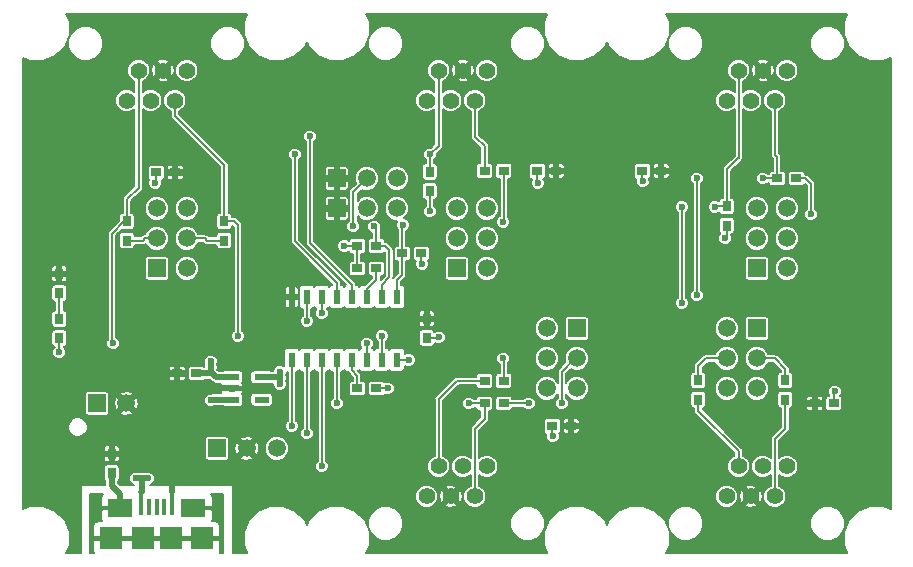
<source format=gbr>
G04 #@! TF.FileFunction,Copper,L1,Top,Signal*
%FSLAX46Y46*%
G04 Gerber Fmt 4.6, Leading zero omitted, Abs format (unit mm)*
G04 Created by KiCad (PCBNEW 4.0.4-stable) date 01/17/17 23:29:42*
%MOMM*%
%LPD*%
G01*
G04 APERTURE LIST*
%ADD10C,0.150000*%
%ADD11R,0.762000X0.889000*%
%ADD12R,0.889000X0.762000*%
%ADD13R,1.900000X1.900000*%
%ADD14R,2.100000X1.600000*%
%ADD15R,0.400000X1.350000*%
%ADD16R,1.500000X1.500000*%
%ADD17C,1.500000*%
%ADD18R,0.600000X1.300000*%
%ADD19R,1.300000X0.600000*%
%ADD20C,1.400000*%
%ADD21C,0.600000*%
%ADD22C,0.160000*%
%ADD23C,0.500000*%
%ADD24C,0.300000*%
%ADD25C,0.129540*%
G04 APERTURE END LIST*
D10*
D11*
X35560000Y-28752800D03*
X35560000Y-27127200D03*
D12*
X12649200Y-14732000D03*
X14274800Y-14732000D03*
X44907200Y-14605000D03*
X46532800Y-14605000D03*
X53797200Y-14605000D03*
X55422800Y-14605000D03*
X70027800Y-34290000D03*
X68402200Y-34290000D03*
X46177200Y-36195000D03*
X47802800Y-36195000D03*
X16052800Y-31750000D03*
X14427200Y-31750000D03*
D13*
X16550000Y-45720000D03*
X13900000Y-45720000D03*
X11500000Y-45720000D03*
X8850000Y-45720000D03*
D14*
X15800000Y-43170000D03*
X9600000Y-43170000D03*
D15*
X11400000Y-43045000D03*
X12050000Y-43045000D03*
X12700000Y-43045000D03*
X13350000Y-43045000D03*
X14000000Y-43045000D03*
D11*
X4445000Y-24942800D03*
X4445000Y-23317200D03*
D16*
X27940000Y-17780000D03*
D17*
X30480000Y-17780000D03*
X33020000Y-17780000D03*
D16*
X12700000Y-22860000D03*
D17*
X15240000Y-22860000D03*
X12700000Y-20320000D03*
X15240000Y-20320000D03*
X12700000Y-17780000D03*
X15240000Y-17780000D03*
D16*
X38100000Y-22860000D03*
D17*
X40640000Y-22860000D03*
X38100000Y-20320000D03*
X40640000Y-20320000D03*
X38100000Y-17780000D03*
X40640000Y-17780000D03*
D16*
X63500000Y-22860000D03*
D17*
X66040000Y-22860000D03*
X63500000Y-20320000D03*
X66040000Y-20320000D03*
X63500000Y-17780000D03*
X66040000Y-17780000D03*
D16*
X63500000Y-27940000D03*
D17*
X60960000Y-27940000D03*
X63500000Y-30480000D03*
X60960000Y-30480000D03*
X63500000Y-33020000D03*
X60960000Y-33020000D03*
D16*
X48260000Y-27940000D03*
D17*
X45720000Y-27940000D03*
X48260000Y-30480000D03*
X45720000Y-30480000D03*
X48260000Y-33020000D03*
X45720000Y-33020000D03*
D12*
X31292800Y-22860000D03*
X29667200Y-22860000D03*
X35102800Y-21590000D03*
X33477200Y-21590000D03*
X31292800Y-33020000D03*
X29667200Y-33020000D03*
D11*
X10160000Y-18872200D03*
X10160000Y-20497800D03*
X18415000Y-18872200D03*
X18415000Y-20497800D03*
X35814000Y-16306800D03*
X35814000Y-14681200D03*
D12*
X42087800Y-14605000D03*
X40462200Y-14605000D03*
D11*
X60960000Y-17602200D03*
X60960000Y-19227800D03*
D12*
X65227200Y-15240000D03*
X66852800Y-15240000D03*
D11*
X65913000Y-32334200D03*
X65913000Y-33959800D03*
X58547000Y-33959800D03*
X58547000Y-32334200D03*
D12*
X40462200Y-34290000D03*
X42087800Y-34290000D03*
X42087800Y-32385000D03*
X40462200Y-32385000D03*
D11*
X8890000Y-38557200D03*
X8890000Y-40182800D03*
X4445000Y-28752800D03*
X4445000Y-27127200D03*
D18*
X33020000Y-25290000D03*
X31750000Y-25290000D03*
X30480000Y-25290000D03*
X29210000Y-25290000D03*
X27940000Y-25290000D03*
X26670000Y-25290000D03*
X25400000Y-25290000D03*
X24130000Y-25290000D03*
X24130000Y-30590000D03*
X25400000Y-30590000D03*
X26670000Y-30590000D03*
X27940000Y-30590000D03*
X29210000Y-30590000D03*
X30480000Y-30590000D03*
X31750000Y-30590000D03*
X33020000Y-30590000D03*
D19*
X19070000Y-32070000D03*
X19070000Y-33020000D03*
X19070000Y-33970000D03*
X21570000Y-33970000D03*
X21570000Y-32070000D03*
D16*
X7620000Y-34290000D03*
D17*
X10120000Y-34290000D03*
D16*
X17780000Y-38100000D03*
D17*
X20320000Y-38100000D03*
X22860000Y-38100000D03*
D16*
X27940000Y-15240000D03*
D17*
X30480000Y-15240000D03*
X33020000Y-15240000D03*
D12*
X29667200Y-20955000D03*
X31292800Y-20955000D03*
D20*
X40650000Y-39610000D03*
X39630000Y-42150000D03*
X38610000Y-39610000D03*
X37590000Y-42150000D03*
X36570000Y-39610000D03*
X35550000Y-42150000D03*
X66050000Y-39610000D03*
X65030000Y-42150000D03*
X64010000Y-39610000D03*
X62990000Y-42150000D03*
X61970000Y-39610000D03*
X60950000Y-42150000D03*
X35550000Y-8650000D03*
X36570000Y-6110000D03*
X37590000Y-8650000D03*
X38610000Y-6110000D03*
X39630000Y-8650000D03*
X40650000Y-6110000D03*
X10150000Y-8650000D03*
X11170000Y-6110000D03*
X12190000Y-8650000D03*
X13210000Y-6110000D03*
X14230000Y-8650000D03*
X15250000Y-6110000D03*
X60950000Y-8650000D03*
X61970000Y-6110000D03*
X62990000Y-8650000D03*
X64010000Y-6110000D03*
X65030000Y-8650000D03*
X66050000Y-6110000D03*
D21*
X28575000Y-20955000D03*
X35179000Y-22479000D03*
X36576000Y-28702000D03*
X34036000Y-30607000D03*
X32258000Y-33020000D03*
X23114000Y-32131000D03*
X23114000Y-32639000D03*
X23114000Y-31623000D03*
X24384000Y-13208000D03*
X35814000Y-13208000D03*
X25400000Y-27305000D03*
X57150000Y-25781000D03*
X57150000Y-17653000D03*
X59944000Y-17653000D03*
X25400000Y-36830000D03*
X39116000Y-34290000D03*
X27940000Y-34290000D03*
X9017000Y-29210000D03*
X30480000Y-29210000D03*
X25654000Y-11684000D03*
X26670000Y-26670000D03*
X58420000Y-25146000D03*
X64008000Y-15240000D03*
X58420000Y-15240000D03*
X24130000Y-36195000D03*
X26670000Y-39624000D03*
X31750000Y-28575000D03*
X19558000Y-28575000D03*
X53848000Y-15494000D03*
X46228000Y-37084000D03*
X70104000Y-33274000D03*
X44958000Y-15621000D03*
X12573000Y-15621000D03*
X4445000Y-29972000D03*
X17272000Y-34036000D03*
X17272000Y-31242000D03*
X17272000Y-31750000D03*
X17272000Y-30734000D03*
X11938000Y-40640000D03*
X10922000Y-40640000D03*
X33528000Y-19177000D03*
X35814000Y-18034000D03*
X42037000Y-18923000D03*
X60833000Y-20320000D03*
X68072000Y-18288000D03*
X46990000Y-34290000D03*
X44196000Y-34290000D03*
X42037000Y-30480000D03*
X31115000Y-19304000D03*
X29337000Y-19304000D03*
D22*
X29667200Y-22860000D02*
X29667200Y-20955000D01*
X29667200Y-20955000D02*
X28575000Y-20955000D01*
X35102800Y-21590000D02*
X35102800Y-22402800D01*
X35102800Y-22402800D02*
X35179000Y-22479000D01*
X35560000Y-28752800D02*
X36525200Y-28752800D01*
X36525200Y-28752800D02*
X36576000Y-28702000D01*
X33020000Y-30590000D02*
X34019000Y-30590000D01*
X34019000Y-30590000D02*
X34036000Y-30607000D01*
X31292800Y-33020000D02*
X32258000Y-33020000D01*
D23*
X23114000Y-32131000D02*
X23114000Y-32639000D01*
X23114000Y-31623000D02*
X23114000Y-32131000D01*
X23053000Y-32070000D02*
X23114000Y-32131000D01*
X23053000Y-32070000D02*
X21570000Y-32070000D01*
D22*
X36570000Y-6110000D02*
X36570000Y-12452000D01*
X36570000Y-12452000D02*
X35814000Y-13208000D01*
X35814000Y-13208000D02*
X35814000Y-14681200D01*
X27940000Y-24130000D02*
X27940000Y-25290000D01*
X24384000Y-20574000D02*
X27940000Y-24130000D01*
X24384000Y-13208000D02*
X24384000Y-20574000D01*
X61976000Y-13462000D02*
X61976000Y-6116000D01*
X61976000Y-6116000D02*
X61970000Y-6110000D01*
X60960000Y-17602200D02*
X59994800Y-17602200D01*
X25400000Y-27305000D02*
X25400000Y-25290000D01*
X57150000Y-17653000D02*
X57150000Y-25781000D01*
X59994800Y-17602200D02*
X59944000Y-17653000D01*
X60960000Y-14478000D02*
X60960000Y-17602200D01*
X61970000Y-13468000D02*
X61976000Y-13462000D01*
X61976000Y-13462000D02*
X60960000Y-14478000D01*
X25400000Y-30590000D02*
X25400000Y-36830000D01*
X65030000Y-42150000D02*
X65030000Y-37332000D01*
X65913000Y-36449000D02*
X65030000Y-37332000D01*
X65913000Y-36449000D02*
X65913000Y-33959800D01*
X40462200Y-34290000D02*
X40462200Y-35610800D01*
X39630000Y-36443000D02*
X39630000Y-42150000D01*
X40462200Y-35610800D02*
X39630000Y-36443000D01*
X27940000Y-30590000D02*
X27940000Y-34290000D01*
X39116000Y-34290000D02*
X40462200Y-34290000D01*
X11170000Y-6110000D02*
X11170000Y-16008000D01*
X11170000Y-16008000D02*
X10160000Y-17018000D01*
X10160000Y-17018000D02*
X10160000Y-18872200D01*
X30480000Y-30590000D02*
X30480000Y-29210000D01*
X8890000Y-19939000D02*
X9956800Y-18872200D01*
X8890000Y-29083000D02*
X8890000Y-19939000D01*
X9017000Y-29210000D02*
X8890000Y-29083000D01*
X9956800Y-18872200D02*
X10160000Y-18872200D01*
X29210000Y-25290000D02*
X29210000Y-24257000D01*
X29210000Y-24257000D02*
X25654000Y-20701000D01*
X25654000Y-11684000D02*
X25654000Y-20701000D01*
X39630000Y-8650000D02*
X39630000Y-11684000D01*
X39630000Y-11690000D02*
X40462200Y-12522200D01*
X40462200Y-12522200D02*
X40462200Y-14605000D01*
X39630000Y-11684000D02*
X39630000Y-11690000D01*
X65030000Y-8650000D02*
X65030000Y-13214000D01*
X65227200Y-13411200D02*
X65227200Y-15240000D01*
X65030000Y-13214000D02*
X65227200Y-13411200D01*
X58420000Y-25146000D02*
X58420000Y-15240000D01*
X26670000Y-25290000D02*
X26670000Y-26670000D01*
X64008000Y-15240000D02*
X65227200Y-15240000D01*
X65227200Y-15240000D02*
X65151000Y-15163800D01*
X24130000Y-30590000D02*
X24130000Y-36195000D01*
X61970000Y-39610000D02*
X61970000Y-38340000D01*
X58547000Y-34925000D02*
X58547000Y-33959800D01*
X61962000Y-38340000D02*
X58547000Y-34925000D01*
X61970000Y-38340000D02*
X61962000Y-38340000D01*
X36576000Y-33909000D02*
X36576000Y-39604000D01*
X36576000Y-39604000D02*
X36570000Y-39610000D01*
X26670000Y-39624000D02*
X26670000Y-30590000D01*
X38100000Y-32385000D02*
X40462200Y-32385000D01*
X36570000Y-33915000D02*
X36576000Y-33909000D01*
X36576000Y-33909000D02*
X38100000Y-32385000D01*
X14230000Y-8650000D02*
X14230000Y-9920000D01*
X18415000Y-14105000D02*
X14230000Y-9920000D01*
X18415000Y-14105000D02*
X18415000Y-18872200D01*
X18415000Y-18872200D02*
X19253200Y-18872200D01*
X31750000Y-28575000D02*
X31750000Y-30590000D01*
X19558000Y-19177000D02*
X19558000Y-28575000D01*
X19253200Y-18872200D02*
X19558000Y-19177000D01*
D23*
X8890000Y-40182800D02*
X8890000Y-41275000D01*
X9600000Y-41985000D02*
X9600000Y-43170000D01*
X8890000Y-41275000D02*
X9600000Y-41985000D01*
X19070000Y-33020000D02*
X16637000Y-33020000D01*
X16637000Y-33020000D02*
X16256000Y-33401000D01*
X13970000Y-40640000D02*
X13970000Y-41783000D01*
D24*
X14000000Y-40670000D02*
X13970000Y-40640000D01*
X14000000Y-41783000D02*
X14000000Y-40670000D01*
X14000000Y-43045000D02*
X14000000Y-41783000D01*
D23*
X13970000Y-41783000D02*
X14000000Y-41783000D01*
D22*
X53797200Y-14605000D02*
X53797200Y-15443200D01*
X53797200Y-15443200D02*
X53848000Y-15494000D01*
X46177200Y-36195000D02*
X46177200Y-37033200D01*
X46177200Y-37033200D02*
X46228000Y-37084000D01*
X70027800Y-34290000D02*
X70027800Y-33350200D01*
X70027800Y-33350200D02*
X70104000Y-33274000D01*
X44907200Y-14605000D02*
X44907200Y-15570200D01*
X44907200Y-15570200D02*
X44958000Y-15621000D01*
X12649200Y-14732000D02*
X12649200Y-15544800D01*
X12649200Y-15544800D02*
X12573000Y-15621000D01*
X4445000Y-28752800D02*
X4445000Y-29972000D01*
D23*
X19070000Y-33970000D02*
X17338000Y-33970000D01*
X17338000Y-33970000D02*
X17272000Y-34036000D01*
X17272000Y-30734000D02*
X17272000Y-31242000D01*
X17272000Y-31242000D02*
X17272000Y-31750000D01*
X17272000Y-31750000D02*
X17399000Y-31750000D01*
X16052800Y-31750000D02*
X17272000Y-31750000D01*
X17719000Y-32070000D02*
X19070000Y-32070000D01*
X17399000Y-31750000D02*
X17719000Y-32070000D01*
X11430000Y-40640000D02*
X11430000Y-41783000D01*
X11430000Y-41783000D02*
X11400000Y-41783000D01*
X11430000Y-40640000D02*
X11938000Y-40640000D01*
X10922000Y-40640000D02*
X11430000Y-40640000D01*
D24*
X11400000Y-41783000D02*
X11400000Y-43045000D01*
D22*
X4445000Y-24942800D02*
X4445000Y-27127200D01*
X33477200Y-21590000D02*
X33477200Y-19227800D01*
X33477200Y-19227800D02*
X33528000Y-19177000D01*
X33020000Y-25290000D02*
X33020000Y-23876000D01*
X33477200Y-23418800D02*
X33477200Y-21590000D01*
X33020000Y-23876000D02*
X33477200Y-23418800D01*
X11684000Y-20320000D02*
X12700000Y-20320000D01*
X11506200Y-20497800D02*
X11684000Y-20320000D01*
X10160000Y-20497800D02*
X11506200Y-20497800D01*
X15240000Y-20320000D02*
X16764000Y-20320000D01*
X16941800Y-20497800D02*
X18415000Y-20497800D01*
X16764000Y-20320000D02*
X16941800Y-20497800D01*
X35814000Y-16306800D02*
X35814000Y-18034000D01*
X42087800Y-18872200D02*
X42087800Y-14605000D01*
X42037000Y-18923000D02*
X42087800Y-18872200D01*
X60960000Y-19227800D02*
X60960000Y-20193000D01*
X60960000Y-20193000D02*
X60833000Y-20320000D01*
X67564000Y-15240000D02*
X66852800Y-15240000D01*
X68072000Y-15748000D02*
X67564000Y-15240000D01*
X68072000Y-18288000D02*
X68072000Y-15748000D01*
X65913000Y-32334200D02*
X65913000Y-31369000D01*
X65024000Y-30480000D02*
X63500000Y-30480000D01*
X65913000Y-31369000D02*
X65024000Y-30480000D01*
X60960000Y-30480000D02*
X59182000Y-30480000D01*
X58547000Y-31115000D02*
X58547000Y-32334200D01*
X59182000Y-30480000D02*
X58547000Y-31115000D01*
X42087800Y-34290000D02*
X44196000Y-34290000D01*
X46990000Y-31623000D02*
X48133000Y-30480000D01*
X46990000Y-34290000D02*
X46990000Y-31623000D01*
X48133000Y-30480000D02*
X48260000Y-30480000D01*
X42087800Y-32385000D02*
X42087800Y-30530800D01*
X42087800Y-30530800D02*
X42037000Y-30480000D01*
X30480000Y-25290000D02*
X30480000Y-24638000D01*
X31292800Y-23825200D02*
X31292800Y-22860000D01*
X30480000Y-24638000D02*
X31292800Y-23825200D01*
X29210000Y-30590000D02*
X29210000Y-31496000D01*
X29667200Y-31953200D02*
X29667200Y-33020000D01*
X29210000Y-31496000D02*
X29667200Y-31953200D01*
X30480000Y-15240000D02*
X29337000Y-16383000D01*
X31292800Y-19481800D02*
X31292800Y-20955000D01*
X31115000Y-19304000D02*
X31292800Y-19481800D01*
X29337000Y-16383000D02*
X29337000Y-19304000D01*
X31292800Y-20955000D02*
X32004000Y-20955000D01*
X31750000Y-24257000D02*
X31750000Y-25290000D01*
X32385000Y-23622000D02*
X31750000Y-24257000D01*
X32385000Y-21336000D02*
X32385000Y-23622000D01*
X32004000Y-20955000D02*
X32385000Y-21336000D01*
D25*
G36*
X8064429Y-42045552D02*
X7977230Y-42256069D01*
X7977230Y-42936638D01*
X8120422Y-43079830D01*
X9509830Y-43079830D01*
X9509830Y-43059830D01*
X9690170Y-43059830D01*
X9690170Y-43079830D01*
X9710170Y-43079830D01*
X9710170Y-43260170D01*
X9690170Y-43260170D01*
X9690170Y-43280170D01*
X9509830Y-43280170D01*
X9509830Y-43260170D01*
X8120422Y-43260170D01*
X7977230Y-43403362D01*
X7977230Y-44083931D01*
X8024160Y-44197230D01*
X7786069Y-44197230D01*
X7575552Y-44284429D01*
X7414429Y-44445552D01*
X7327230Y-44656069D01*
X7327230Y-45486638D01*
X7470422Y-45629830D01*
X8759830Y-45629830D01*
X8759830Y-45609830D01*
X8940170Y-45609830D01*
X8940170Y-45629830D01*
X11409830Y-45629830D01*
X11409830Y-45609830D01*
X11590170Y-45609830D01*
X11590170Y-45629830D01*
X13809830Y-45629830D01*
X13809830Y-45609830D01*
X13990170Y-45609830D01*
X13990170Y-45629830D01*
X16459830Y-45629830D01*
X16459830Y-45609830D01*
X16640170Y-45609830D01*
X16640170Y-45629830D01*
X17929578Y-45629830D01*
X18072770Y-45486638D01*
X18072770Y-44656069D01*
X17985571Y-44445552D01*
X17824448Y-44284429D01*
X17613931Y-44197230D01*
X17375840Y-44197230D01*
X17422770Y-44083931D01*
X17422770Y-43403362D01*
X17279578Y-43260170D01*
X15890170Y-43260170D01*
X15890170Y-43280170D01*
X15709830Y-43280170D01*
X15709830Y-43260170D01*
X15689830Y-43260170D01*
X15689830Y-43079830D01*
X15709830Y-43079830D01*
X15709830Y-43059830D01*
X15890170Y-43059830D01*
X15890170Y-43079830D01*
X17279578Y-43079830D01*
X17422770Y-42936638D01*
X17422770Y-42256069D01*
X17335571Y-42045552D01*
X17264789Y-41974770D01*
X18350230Y-41974770D01*
X18350230Y-46925230D01*
X18014242Y-46925230D01*
X18072770Y-46783931D01*
X18072770Y-45953362D01*
X17929578Y-45810170D01*
X16640170Y-45810170D01*
X16640170Y-45830170D01*
X16459830Y-45830170D01*
X16459830Y-45810170D01*
X13990170Y-45810170D01*
X13990170Y-45830170D01*
X13809830Y-45830170D01*
X13809830Y-45810170D01*
X11590170Y-45810170D01*
X11590170Y-45830170D01*
X11409830Y-45830170D01*
X11409830Y-45810170D01*
X8940170Y-45810170D01*
X8940170Y-45830170D01*
X8759830Y-45830170D01*
X8759830Y-45810170D01*
X7470422Y-45810170D01*
X7327230Y-45953362D01*
X7327230Y-46783931D01*
X7385758Y-46925230D01*
X7049770Y-46925230D01*
X7049770Y-41974770D01*
X8135211Y-41974770D01*
X8064429Y-42045552D01*
X8064429Y-42045552D01*
G37*
X8064429Y-42045552D02*
X7977230Y-42256069D01*
X7977230Y-42936638D01*
X8120422Y-43079830D01*
X9509830Y-43079830D01*
X9509830Y-43059830D01*
X9690170Y-43059830D01*
X9690170Y-43079830D01*
X9710170Y-43079830D01*
X9710170Y-43260170D01*
X9690170Y-43260170D01*
X9690170Y-43280170D01*
X9509830Y-43280170D01*
X9509830Y-43260170D01*
X8120422Y-43260170D01*
X7977230Y-43403362D01*
X7977230Y-44083931D01*
X8024160Y-44197230D01*
X7786069Y-44197230D01*
X7575552Y-44284429D01*
X7414429Y-44445552D01*
X7327230Y-44656069D01*
X7327230Y-45486638D01*
X7470422Y-45629830D01*
X8759830Y-45629830D01*
X8759830Y-45609830D01*
X8940170Y-45609830D01*
X8940170Y-45629830D01*
X11409830Y-45629830D01*
X11409830Y-45609830D01*
X11590170Y-45609830D01*
X11590170Y-45629830D01*
X13809830Y-45629830D01*
X13809830Y-45609830D01*
X13990170Y-45609830D01*
X13990170Y-45629830D01*
X16459830Y-45629830D01*
X16459830Y-45609830D01*
X16640170Y-45609830D01*
X16640170Y-45629830D01*
X17929578Y-45629830D01*
X18072770Y-45486638D01*
X18072770Y-44656069D01*
X17985571Y-44445552D01*
X17824448Y-44284429D01*
X17613931Y-44197230D01*
X17375840Y-44197230D01*
X17422770Y-44083931D01*
X17422770Y-43403362D01*
X17279578Y-43260170D01*
X15890170Y-43260170D01*
X15890170Y-43280170D01*
X15709830Y-43280170D01*
X15709830Y-43260170D01*
X15689830Y-43260170D01*
X15689830Y-43079830D01*
X15709830Y-43079830D01*
X15709830Y-43059830D01*
X15890170Y-43059830D01*
X15890170Y-43079830D01*
X17279578Y-43079830D01*
X17422770Y-42936638D01*
X17422770Y-42256069D01*
X17335571Y-42045552D01*
X17264789Y-41974770D01*
X18350230Y-41974770D01*
X18350230Y-46925230D01*
X18014242Y-46925230D01*
X18072770Y-46783931D01*
X18072770Y-45953362D01*
X17929578Y-45810170D01*
X16640170Y-45810170D01*
X16640170Y-45830170D01*
X16459830Y-45830170D01*
X16459830Y-45810170D01*
X13990170Y-45810170D01*
X13990170Y-45830170D01*
X13809830Y-45830170D01*
X13809830Y-45810170D01*
X11590170Y-45810170D01*
X11590170Y-45830170D01*
X11409830Y-45830170D01*
X11409830Y-45810170D01*
X8940170Y-45810170D01*
X8940170Y-45830170D01*
X8759830Y-45830170D01*
X8759830Y-45810170D01*
X7470422Y-45810170D01*
X7327230Y-45953362D01*
X7327230Y-46783931D01*
X7385758Y-46925230D01*
X7049770Y-46925230D01*
X7049770Y-41974770D01*
X8135211Y-41974770D01*
X8064429Y-42045552D01*
D22*
G36*
X20080484Y-1984598D02*
X20079519Y-3090550D01*
X20501857Y-4112686D01*
X21283201Y-4895395D01*
X22304598Y-5319516D01*
X23410550Y-5320481D01*
X24432686Y-4898143D01*
X25215395Y-4116799D01*
X25399930Y-3672389D01*
X25581857Y-4112686D01*
X26363201Y-4895395D01*
X27384598Y-5319516D01*
X28490550Y-5320481D01*
X29512686Y-4898143D01*
X30295395Y-4116799D01*
X30301083Y-4103099D01*
X30619744Y-4103099D01*
X30844585Y-4647257D01*
X31260553Y-5063951D01*
X31804318Y-5289743D01*
X32393099Y-5290256D01*
X32937257Y-5065415D01*
X33353951Y-4649447D01*
X33579743Y-4105682D01*
X33579745Y-4103099D01*
X42619744Y-4103099D01*
X42844585Y-4647257D01*
X43260553Y-5063951D01*
X43804318Y-5289743D01*
X44393099Y-5290256D01*
X44937257Y-5065415D01*
X45353951Y-4649447D01*
X45579743Y-4105682D01*
X45580256Y-3516901D01*
X45355415Y-2972743D01*
X44939447Y-2556049D01*
X44395682Y-2330257D01*
X43806901Y-2329744D01*
X43262743Y-2554585D01*
X42846049Y-2970553D01*
X42620257Y-3514318D01*
X42619744Y-4103099D01*
X33579745Y-4103099D01*
X33580256Y-3516901D01*
X33355415Y-2972743D01*
X32939447Y-2556049D01*
X32395682Y-2330257D01*
X31806901Y-2329744D01*
X31262743Y-2554585D01*
X30846049Y-2970553D01*
X30620257Y-3514318D01*
X30619744Y-4103099D01*
X30301083Y-4103099D01*
X30719516Y-3095402D01*
X30720481Y-1989450D01*
X30456266Y-1350000D01*
X45743992Y-1350000D01*
X45480484Y-1984598D01*
X45479519Y-3090550D01*
X45901857Y-4112686D01*
X46683201Y-4895395D01*
X47704598Y-5319516D01*
X48810550Y-5320481D01*
X49832686Y-4898143D01*
X50615395Y-4116799D01*
X50799930Y-3672389D01*
X50981857Y-4112686D01*
X51763201Y-4895395D01*
X52784598Y-5319516D01*
X53890550Y-5320481D01*
X54912686Y-4898143D01*
X55695395Y-4116799D01*
X55701083Y-4103099D01*
X56019744Y-4103099D01*
X56244585Y-4647257D01*
X56660553Y-5063951D01*
X57204318Y-5289743D01*
X57793099Y-5290256D01*
X58337257Y-5065415D01*
X58753951Y-4649447D01*
X58979743Y-4105682D01*
X58979745Y-4103099D01*
X68019744Y-4103099D01*
X68244585Y-4647257D01*
X68660553Y-5063951D01*
X69204318Y-5289743D01*
X69793099Y-5290256D01*
X70337257Y-5065415D01*
X70753951Y-4649447D01*
X70979743Y-4105682D01*
X70980256Y-3516901D01*
X70755415Y-2972743D01*
X70339447Y-2556049D01*
X69795682Y-2330257D01*
X69206901Y-2329744D01*
X68662743Y-2554585D01*
X68246049Y-2970553D01*
X68020257Y-3514318D01*
X68019744Y-4103099D01*
X58979745Y-4103099D01*
X58980256Y-3516901D01*
X58755415Y-2972743D01*
X58339447Y-2556049D01*
X57795682Y-2330257D01*
X57206901Y-2329744D01*
X56662743Y-2554585D01*
X56246049Y-2970553D01*
X56020257Y-3514318D01*
X56019744Y-4103099D01*
X55701083Y-4103099D01*
X56119516Y-3095402D01*
X56120481Y-1989450D01*
X55856266Y-1350000D01*
X71143992Y-1350000D01*
X70880484Y-1984598D01*
X70879519Y-3090550D01*
X71301857Y-4112686D01*
X72083201Y-4895395D01*
X73104598Y-5319516D01*
X74210550Y-5320481D01*
X74850000Y-5056266D01*
X74850000Y-43203992D01*
X74215402Y-42940484D01*
X73109450Y-42939519D01*
X72087314Y-43361857D01*
X71304605Y-44143201D01*
X70880484Y-45164598D01*
X70879519Y-46270550D01*
X71143734Y-46910000D01*
X55856008Y-46910000D01*
X56119516Y-46275402D01*
X56120481Y-45169450D01*
X55944317Y-44743099D01*
X56019744Y-44743099D01*
X56244585Y-45287257D01*
X56660553Y-45703951D01*
X57204318Y-45929743D01*
X57793099Y-45930256D01*
X58337257Y-45705415D01*
X58753951Y-45289447D01*
X58979743Y-44745682D01*
X58979745Y-44743099D01*
X68019744Y-44743099D01*
X68244585Y-45287257D01*
X68660553Y-45703951D01*
X69204318Y-45929743D01*
X69793099Y-45930256D01*
X70337257Y-45705415D01*
X70753951Y-45289447D01*
X70979743Y-44745682D01*
X70980256Y-44156901D01*
X70755415Y-43612743D01*
X70339447Y-43196049D01*
X69795682Y-42970257D01*
X69206901Y-42969744D01*
X68662743Y-43194585D01*
X68246049Y-43610553D01*
X68020257Y-44154318D01*
X68019744Y-44743099D01*
X58979745Y-44743099D01*
X58980256Y-44156901D01*
X58755415Y-43612743D01*
X58339447Y-43196049D01*
X57795682Y-42970257D01*
X57206901Y-42969744D01*
X56662743Y-43194585D01*
X56246049Y-43610553D01*
X56020257Y-44154318D01*
X56019744Y-44743099D01*
X55944317Y-44743099D01*
X55698143Y-44147314D01*
X54916799Y-43364605D01*
X53895402Y-42940484D01*
X52789450Y-42939519D01*
X51767314Y-43361857D01*
X50984605Y-44143201D01*
X50800070Y-44587611D01*
X50618143Y-44147314D01*
X49836799Y-43364605D01*
X48815402Y-42940484D01*
X47709450Y-42939519D01*
X46687314Y-43361857D01*
X45904605Y-44143201D01*
X45480484Y-45164598D01*
X45479519Y-46270550D01*
X45743734Y-46910000D01*
X30456008Y-46910000D01*
X30719516Y-46275402D01*
X30720481Y-45169450D01*
X30544317Y-44743099D01*
X30619744Y-44743099D01*
X30844585Y-45287257D01*
X31260553Y-45703951D01*
X31804318Y-45929743D01*
X32393099Y-45930256D01*
X32937257Y-45705415D01*
X33353951Y-45289447D01*
X33579743Y-44745682D01*
X33579745Y-44743099D01*
X42619744Y-44743099D01*
X42844585Y-45287257D01*
X43260553Y-45703951D01*
X43804318Y-45929743D01*
X44393099Y-45930256D01*
X44937257Y-45705415D01*
X45353951Y-45289447D01*
X45579743Y-44745682D01*
X45580256Y-44156901D01*
X45355415Y-43612743D01*
X44939447Y-43196049D01*
X44395682Y-42970257D01*
X43806901Y-42969744D01*
X43262743Y-43194585D01*
X42846049Y-43610553D01*
X42620257Y-44154318D01*
X42619744Y-44743099D01*
X33579745Y-44743099D01*
X33580256Y-44156901D01*
X33355415Y-43612743D01*
X32939447Y-43196049D01*
X32395682Y-42970257D01*
X31806901Y-42969744D01*
X31262743Y-43194585D01*
X30846049Y-43610553D01*
X30620257Y-44154318D01*
X30619744Y-44743099D01*
X30544317Y-44743099D01*
X30298143Y-44147314D01*
X29516799Y-43364605D01*
X28495402Y-42940484D01*
X27389450Y-42939519D01*
X26367314Y-43361857D01*
X25584605Y-44143201D01*
X25400070Y-44587611D01*
X25218143Y-44147314D01*
X24436799Y-43364605D01*
X23415402Y-42940484D01*
X22309450Y-42939519D01*
X21287314Y-43361857D01*
X20504605Y-44143201D01*
X20080484Y-45164598D01*
X20079519Y-46270550D01*
X20343734Y-46910000D01*
X19130000Y-46910000D01*
X19130000Y-42344079D01*
X34569831Y-42344079D01*
X34718712Y-42704400D01*
X34994150Y-42980319D01*
X35354211Y-43129829D01*
X35744079Y-43130169D01*
X36104400Y-42981288D01*
X36169639Y-42916162D01*
X37064255Y-42916162D01*
X37148781Y-43046507D01*
X37525445Y-43147112D01*
X37911937Y-43095915D01*
X38031219Y-43046507D01*
X38115745Y-42916162D01*
X37590000Y-42390416D01*
X37064255Y-42916162D01*
X36169639Y-42916162D01*
X36380319Y-42705850D01*
X36529829Y-42345789D01*
X36530056Y-42085445D01*
X36592888Y-42085445D01*
X36644085Y-42471937D01*
X36693493Y-42591219D01*
X36823838Y-42675745D01*
X37349584Y-42150000D01*
X37830416Y-42150000D01*
X38356162Y-42675745D01*
X38486507Y-42591219D01*
X38587112Y-42214555D01*
X38535915Y-41828063D01*
X38486507Y-41708781D01*
X38356162Y-41624255D01*
X37830416Y-42150000D01*
X37349584Y-42150000D01*
X36823838Y-41624255D01*
X36693493Y-41708781D01*
X36592888Y-42085445D01*
X36530056Y-42085445D01*
X36530169Y-41955921D01*
X36381288Y-41595600D01*
X36169896Y-41383838D01*
X37064255Y-41383838D01*
X37590000Y-41909584D01*
X38115745Y-41383838D01*
X38031219Y-41253493D01*
X37654555Y-41152888D01*
X37268063Y-41204085D01*
X37148781Y-41253493D01*
X37064255Y-41383838D01*
X36169896Y-41383838D01*
X36105850Y-41319681D01*
X35745789Y-41170171D01*
X35355921Y-41169831D01*
X34995600Y-41318712D01*
X34719681Y-41594150D01*
X34570171Y-41954211D01*
X34569831Y-42344079D01*
X19130000Y-42344079D01*
X19130000Y-41275000D01*
X19123697Y-41243876D01*
X19105782Y-41217655D01*
X19079077Y-41200471D01*
X19050000Y-41195000D01*
X12113612Y-41195000D01*
X12266114Y-41131987D01*
X12429413Y-40968973D01*
X12517899Y-40755875D01*
X12518101Y-40525137D01*
X12429987Y-40311886D01*
X12266973Y-40148587D01*
X12053875Y-40060101D01*
X11823137Y-40059899D01*
X11701884Y-40110000D01*
X11158045Y-40110000D01*
X11037875Y-40060101D01*
X10807137Y-40059899D01*
X10593886Y-40148013D01*
X10430587Y-40311027D01*
X10342101Y-40524125D01*
X10341899Y-40754863D01*
X10430013Y-40968114D01*
X10593027Y-41131413D01*
X10746162Y-41195000D01*
X9559534Y-41195000D01*
X9420000Y-41055466D01*
X9420000Y-40864151D01*
X9470060Y-40831938D01*
X9533993Y-40738370D01*
X9556485Y-40627300D01*
X9556485Y-39738300D01*
X9536961Y-39634538D01*
X9475638Y-39539240D01*
X9382070Y-39475307D01*
X9271000Y-39452815D01*
X8509000Y-39452815D01*
X8405238Y-39472339D01*
X8309940Y-39533662D01*
X8246007Y-39627230D01*
X8223515Y-39738300D01*
X8223515Y-40627300D01*
X8243039Y-40731062D01*
X8304362Y-40826360D01*
X8360000Y-40864376D01*
X8360000Y-41195000D01*
X6350000Y-41195000D01*
X6318876Y-41201303D01*
X6292655Y-41219218D01*
X6275471Y-41245923D01*
X6270000Y-41275000D01*
X6270000Y-46910000D01*
X5056008Y-46910000D01*
X5319516Y-46275402D01*
X5320481Y-45169450D01*
X4898143Y-44147314D01*
X4116799Y-43364605D01*
X3095402Y-42940484D01*
X1989450Y-42939519D01*
X1350000Y-43203734D01*
X1350000Y-38797200D01*
X8229000Y-38797200D01*
X8229000Y-39057396D01*
X8271628Y-39160308D01*
X8350393Y-39239073D01*
X8453305Y-39281700D01*
X8650000Y-39281700D01*
X8720000Y-39211700D01*
X8720000Y-38727200D01*
X9060000Y-38727200D01*
X9060000Y-39211700D01*
X9130000Y-39281700D01*
X9326695Y-39281700D01*
X9429607Y-39239073D01*
X9508372Y-39160308D01*
X9551000Y-39057396D01*
X9551000Y-38797200D01*
X9481000Y-38727200D01*
X9060000Y-38727200D01*
X8720000Y-38727200D01*
X8299000Y-38727200D01*
X8229000Y-38797200D01*
X1350000Y-38797200D01*
X1350000Y-38057004D01*
X8229000Y-38057004D01*
X8229000Y-38317200D01*
X8299000Y-38387200D01*
X8720000Y-38387200D01*
X8720000Y-37902700D01*
X9060000Y-37902700D01*
X9060000Y-38387200D01*
X9481000Y-38387200D01*
X9551000Y-38317200D01*
X9551000Y-38057004D01*
X9508372Y-37954092D01*
X9429607Y-37875327D01*
X9326695Y-37832700D01*
X9130000Y-37832700D01*
X9060000Y-37902700D01*
X8720000Y-37902700D01*
X8650000Y-37832700D01*
X8453305Y-37832700D01*
X8350393Y-37875327D01*
X8271628Y-37954092D01*
X8229000Y-38057004D01*
X1350000Y-38057004D01*
X1350000Y-37350000D01*
X16744515Y-37350000D01*
X16744515Y-38850000D01*
X16764039Y-38953762D01*
X16825362Y-39049060D01*
X16918930Y-39112993D01*
X17030000Y-39135485D01*
X18530000Y-39135485D01*
X18633762Y-39115961D01*
X18729060Y-39054638D01*
X18792993Y-38961070D01*
X18804793Y-38902795D01*
X19757621Y-38902795D01*
X19848394Y-39038330D01*
X20243376Y-39147379D01*
X20650024Y-39096975D01*
X20791606Y-39038330D01*
X20882379Y-38902795D01*
X20320000Y-38340416D01*
X19757621Y-38902795D01*
X18804793Y-38902795D01*
X18815485Y-38850000D01*
X18815485Y-38023376D01*
X19272621Y-38023376D01*
X19323025Y-38430024D01*
X19381670Y-38571606D01*
X19517205Y-38662379D01*
X20079584Y-38100000D01*
X20560416Y-38100000D01*
X21122795Y-38662379D01*
X21258330Y-38571606D01*
X21332217Y-38303981D01*
X21829821Y-38303981D01*
X21986299Y-38682686D01*
X22275790Y-38972682D01*
X22654221Y-39129821D01*
X23063981Y-39130179D01*
X23442686Y-38973701D01*
X23732682Y-38684210D01*
X23889821Y-38305779D01*
X23890179Y-37896019D01*
X23733701Y-37517314D01*
X23444210Y-37227318D01*
X23065779Y-37070179D01*
X22656019Y-37069821D01*
X22277314Y-37226299D01*
X21987318Y-37515790D01*
X21830179Y-37894221D01*
X21829821Y-38303981D01*
X21332217Y-38303981D01*
X21367379Y-38176624D01*
X21316975Y-37769976D01*
X21258330Y-37628394D01*
X21122795Y-37537621D01*
X20560416Y-38100000D01*
X20079584Y-38100000D01*
X19517205Y-37537621D01*
X19381670Y-37628394D01*
X19272621Y-38023376D01*
X18815485Y-38023376D01*
X18815485Y-37350000D01*
X18805552Y-37297205D01*
X19757621Y-37297205D01*
X20320000Y-37859584D01*
X20882379Y-37297205D01*
X20791606Y-37161670D01*
X20396624Y-37052621D01*
X19989976Y-37103025D01*
X19848394Y-37161670D01*
X19757621Y-37297205D01*
X18805552Y-37297205D01*
X18795961Y-37246238D01*
X18734638Y-37150940D01*
X18641070Y-37087007D01*
X18530000Y-37064515D01*
X17030000Y-37064515D01*
X16926238Y-37084039D01*
X16830940Y-37145362D01*
X16767007Y-37238930D01*
X16744515Y-37350000D01*
X1350000Y-37350000D01*
X1350000Y-36454373D01*
X5189856Y-36454373D01*
X5315950Y-36759543D01*
X5549229Y-36993230D01*
X5854178Y-37119856D01*
X6184373Y-37120144D01*
X6489543Y-36994050D01*
X6723230Y-36760771D01*
X6849856Y-36455822D01*
X6850144Y-36125627D01*
X6724050Y-35820457D01*
X6490771Y-35586770D01*
X6185822Y-35460144D01*
X5855627Y-35459856D01*
X5550457Y-35585950D01*
X5316770Y-35819229D01*
X5190144Y-36124178D01*
X5189856Y-36454373D01*
X1350000Y-36454373D01*
X1350000Y-33540000D01*
X6584515Y-33540000D01*
X6584515Y-35040000D01*
X6604039Y-35143762D01*
X6665362Y-35239060D01*
X6758930Y-35302993D01*
X6870000Y-35325485D01*
X8370000Y-35325485D01*
X8473762Y-35305961D01*
X8569060Y-35244638D01*
X8632993Y-35151070D01*
X8644793Y-35092795D01*
X9557621Y-35092795D01*
X9648394Y-35228330D01*
X10043376Y-35337379D01*
X10450024Y-35286975D01*
X10591606Y-35228330D01*
X10682379Y-35092795D01*
X10120000Y-34530416D01*
X9557621Y-35092795D01*
X8644793Y-35092795D01*
X8655485Y-35040000D01*
X8655485Y-34213376D01*
X9072621Y-34213376D01*
X9123025Y-34620024D01*
X9181670Y-34761606D01*
X9317205Y-34852379D01*
X9879584Y-34290000D01*
X10360416Y-34290000D01*
X10922795Y-34852379D01*
X11058330Y-34761606D01*
X11167379Y-34366624D01*
X11140636Y-34150863D01*
X16691899Y-34150863D01*
X16780013Y-34364114D01*
X16943027Y-34527413D01*
X17156125Y-34615899D01*
X17386863Y-34616101D01*
X17600114Y-34527987D01*
X17628150Y-34500000D01*
X18260644Y-34500000D01*
X18308930Y-34532993D01*
X18420000Y-34555485D01*
X19720000Y-34555485D01*
X19823762Y-34535961D01*
X19919060Y-34474638D01*
X19982993Y-34381070D01*
X20005485Y-34270000D01*
X20005485Y-33670000D01*
X20634515Y-33670000D01*
X20634515Y-34270000D01*
X20654039Y-34373762D01*
X20715362Y-34469060D01*
X20808930Y-34532993D01*
X20920000Y-34555485D01*
X22220000Y-34555485D01*
X22323762Y-34535961D01*
X22419060Y-34474638D01*
X22482993Y-34381070D01*
X22505485Y-34270000D01*
X22505485Y-33670000D01*
X22485961Y-33566238D01*
X22424638Y-33470940D01*
X22331070Y-33407007D01*
X22220000Y-33384515D01*
X20920000Y-33384515D01*
X20816238Y-33404039D01*
X20720940Y-33465362D01*
X20657007Y-33558930D01*
X20634515Y-33670000D01*
X20005485Y-33670000D01*
X19985961Y-33566238D01*
X19940457Y-33495523D01*
X19957372Y-33478608D01*
X20000000Y-33375696D01*
X20000000Y-33240000D01*
X19930000Y-33170000D01*
X19240000Y-33170000D01*
X19240000Y-33210000D01*
X18900000Y-33210000D01*
X18900000Y-33170000D01*
X18210000Y-33170000D01*
X18140000Y-33240000D01*
X18140000Y-33375696D01*
X18166636Y-33440000D01*
X17338005Y-33440000D01*
X17338000Y-33439999D01*
X17257625Y-33455987D01*
X17157137Y-33455899D01*
X16943886Y-33544013D01*
X16780587Y-33707027D01*
X16692101Y-33920125D01*
X16691899Y-34150863D01*
X11140636Y-34150863D01*
X11116975Y-33959976D01*
X11058330Y-33818394D01*
X10922795Y-33727621D01*
X10360416Y-34290000D01*
X9879584Y-34290000D01*
X9317205Y-33727621D01*
X9181670Y-33818394D01*
X9072621Y-34213376D01*
X8655485Y-34213376D01*
X8655485Y-33540000D01*
X8645552Y-33487205D01*
X9557621Y-33487205D01*
X10120000Y-34049584D01*
X10682379Y-33487205D01*
X10591606Y-33351670D01*
X10196624Y-33242621D01*
X9789976Y-33293025D01*
X9648394Y-33351670D01*
X9557621Y-33487205D01*
X8645552Y-33487205D01*
X8635961Y-33436238D01*
X8574638Y-33340940D01*
X8481070Y-33277007D01*
X8370000Y-33254515D01*
X6870000Y-33254515D01*
X6766238Y-33274039D01*
X6670940Y-33335362D01*
X6607007Y-33428930D01*
X6584515Y-33540000D01*
X1350000Y-33540000D01*
X1350000Y-31990000D01*
X13702700Y-31990000D01*
X13702700Y-32186695D01*
X13745327Y-32289607D01*
X13824092Y-32368372D01*
X13927004Y-32411000D01*
X14187200Y-32411000D01*
X14257200Y-32341000D01*
X14257200Y-31920000D01*
X14597200Y-31920000D01*
X14597200Y-32341000D01*
X14667200Y-32411000D01*
X14927396Y-32411000D01*
X15030308Y-32368372D01*
X15109073Y-32289607D01*
X15151700Y-32186695D01*
X15151700Y-31990000D01*
X15081700Y-31920000D01*
X14597200Y-31920000D01*
X14257200Y-31920000D01*
X13772700Y-31920000D01*
X13702700Y-31990000D01*
X1350000Y-31990000D01*
X1350000Y-31313305D01*
X13702700Y-31313305D01*
X13702700Y-31510000D01*
X13772700Y-31580000D01*
X14257200Y-31580000D01*
X14257200Y-31159000D01*
X14597200Y-31159000D01*
X14597200Y-31580000D01*
X15081700Y-31580000D01*
X15151700Y-31510000D01*
X15151700Y-31369000D01*
X15322815Y-31369000D01*
X15322815Y-32131000D01*
X15342339Y-32234762D01*
X15403662Y-32330060D01*
X15497230Y-32393993D01*
X15608300Y-32416485D01*
X16497300Y-32416485D01*
X16601062Y-32396961D01*
X16696360Y-32335638D01*
X16734376Y-32280000D01*
X17035955Y-32280000D01*
X17156125Y-32329899D01*
X17229430Y-32329963D01*
X17344231Y-32444764D01*
X17344233Y-32444767D01*
X17435527Y-32505767D01*
X17516177Y-32559656D01*
X17719000Y-32600000D01*
X18166636Y-32600000D01*
X18140000Y-32664304D01*
X18140000Y-32800000D01*
X18210000Y-32870000D01*
X18900000Y-32870000D01*
X18900000Y-32830000D01*
X19240000Y-32830000D01*
X19240000Y-32870000D01*
X19930000Y-32870000D01*
X20000000Y-32800000D01*
X20000000Y-32664304D01*
X19957372Y-32561392D01*
X19939988Y-32544008D01*
X19982993Y-32481070D01*
X20005485Y-32370000D01*
X20005485Y-31770000D01*
X20634515Y-31770000D01*
X20634515Y-32370000D01*
X20654039Y-32473762D01*
X20715362Y-32569060D01*
X20808930Y-32632993D01*
X20920000Y-32655485D01*
X22220000Y-32655485D01*
X22323762Y-32635961D01*
X22379647Y-32600000D01*
X22534034Y-32600000D01*
X22533899Y-32753863D01*
X22622013Y-32967114D01*
X22785027Y-33130413D01*
X22998125Y-33218899D01*
X23228863Y-33219101D01*
X23442114Y-33130987D01*
X23605413Y-32967973D01*
X23693899Y-32754875D01*
X23694101Y-32524137D01*
X23644000Y-32402884D01*
X23644000Y-32367045D01*
X23693899Y-32246875D01*
X23694101Y-32016137D01*
X23644000Y-31894884D01*
X23644000Y-31859045D01*
X23693899Y-31738875D01*
X23694021Y-31599908D01*
X23770000Y-31615294D01*
X23770000Y-35734843D01*
X23638587Y-35866027D01*
X23550101Y-36079125D01*
X23549899Y-36309863D01*
X23638013Y-36523114D01*
X23801027Y-36686413D01*
X24014125Y-36774899D01*
X24244863Y-36775101D01*
X24458114Y-36686987D01*
X24621413Y-36523973D01*
X24709899Y-36310875D01*
X24710101Y-36080137D01*
X24621987Y-35866886D01*
X24490000Y-35734668D01*
X24490000Y-31616154D01*
X24570819Y-31600947D01*
X24700153Y-31517723D01*
X24765555Y-31422004D01*
X24822277Y-31510153D01*
X24949263Y-31596919D01*
X25040000Y-31615294D01*
X25040000Y-36369843D01*
X24908587Y-36501027D01*
X24820101Y-36714125D01*
X24819899Y-36944863D01*
X24908013Y-37158114D01*
X25071027Y-37321413D01*
X25284125Y-37409899D01*
X25514863Y-37410101D01*
X25728114Y-37321987D01*
X25891413Y-37158973D01*
X25979899Y-36945875D01*
X25980101Y-36715137D01*
X25891987Y-36501886D01*
X25760000Y-36369668D01*
X25760000Y-31616154D01*
X25840819Y-31600947D01*
X25970153Y-31517723D01*
X26035555Y-31422004D01*
X26092277Y-31510153D01*
X26219263Y-31596919D01*
X26310000Y-31615294D01*
X26310000Y-39163843D01*
X26178587Y-39295027D01*
X26090101Y-39508125D01*
X26089899Y-39738863D01*
X26178013Y-39952114D01*
X26341027Y-40115413D01*
X26554125Y-40203899D01*
X26784863Y-40204101D01*
X26998114Y-40115987D01*
X27161413Y-39952973D01*
X27223239Y-39804079D01*
X35589831Y-39804079D01*
X35738712Y-40164400D01*
X36014150Y-40440319D01*
X36374211Y-40589829D01*
X36764079Y-40590169D01*
X37124400Y-40441288D01*
X37400319Y-40165850D01*
X37549829Y-39805789D01*
X37549830Y-39804079D01*
X37629831Y-39804079D01*
X37778712Y-40164400D01*
X38054150Y-40440319D01*
X38414211Y-40589829D01*
X38804079Y-40590169D01*
X39164400Y-40441288D01*
X39270000Y-40335872D01*
X39270000Y-41238388D01*
X39075600Y-41318712D01*
X38799681Y-41594150D01*
X38650171Y-41954211D01*
X38649831Y-42344079D01*
X38798712Y-42704400D01*
X39074150Y-42980319D01*
X39434211Y-43129829D01*
X39824079Y-43130169D01*
X40184400Y-42981288D01*
X40460319Y-42705850D01*
X40609829Y-42345789D01*
X40609830Y-42344079D01*
X59969831Y-42344079D01*
X60118712Y-42704400D01*
X60394150Y-42980319D01*
X60754211Y-43129829D01*
X61144079Y-43130169D01*
X61504400Y-42981288D01*
X61569639Y-42916162D01*
X62464255Y-42916162D01*
X62548781Y-43046507D01*
X62925445Y-43147112D01*
X63311937Y-43095915D01*
X63431219Y-43046507D01*
X63515745Y-42916162D01*
X62990000Y-42390416D01*
X62464255Y-42916162D01*
X61569639Y-42916162D01*
X61780319Y-42705850D01*
X61929829Y-42345789D01*
X61930056Y-42085445D01*
X61992888Y-42085445D01*
X62044085Y-42471937D01*
X62093493Y-42591219D01*
X62223838Y-42675745D01*
X62749584Y-42150000D01*
X63230416Y-42150000D01*
X63756162Y-42675745D01*
X63886507Y-42591219D01*
X63987112Y-42214555D01*
X63935915Y-41828063D01*
X63886507Y-41708781D01*
X63756162Y-41624255D01*
X63230416Y-42150000D01*
X62749584Y-42150000D01*
X62223838Y-41624255D01*
X62093493Y-41708781D01*
X61992888Y-42085445D01*
X61930056Y-42085445D01*
X61930169Y-41955921D01*
X61781288Y-41595600D01*
X61569896Y-41383838D01*
X62464255Y-41383838D01*
X62990000Y-41909584D01*
X63515745Y-41383838D01*
X63431219Y-41253493D01*
X63054555Y-41152888D01*
X62668063Y-41204085D01*
X62548781Y-41253493D01*
X62464255Y-41383838D01*
X61569896Y-41383838D01*
X61505850Y-41319681D01*
X61145789Y-41170171D01*
X60755921Y-41169831D01*
X60395600Y-41318712D01*
X60119681Y-41594150D01*
X59970171Y-41954211D01*
X59969831Y-42344079D01*
X40609830Y-42344079D01*
X40610169Y-41955921D01*
X40461288Y-41595600D01*
X40185850Y-41319681D01*
X39990000Y-41238357D01*
X39990000Y-40335987D01*
X40094150Y-40440319D01*
X40454211Y-40589829D01*
X40844079Y-40590169D01*
X41204400Y-40441288D01*
X41480319Y-40165850D01*
X41629829Y-39805789D01*
X41630169Y-39415921D01*
X41481288Y-39055600D01*
X41205850Y-38779681D01*
X40845789Y-38630171D01*
X40455921Y-38629831D01*
X40095600Y-38778712D01*
X39990000Y-38884128D01*
X39990000Y-36592116D01*
X40716759Y-35865358D01*
X40751075Y-35814000D01*
X45447215Y-35814000D01*
X45447215Y-36576000D01*
X45466739Y-36679762D01*
X45528062Y-36775060D01*
X45621630Y-36838993D01*
X45695509Y-36853954D01*
X45648101Y-36968125D01*
X45647899Y-37198863D01*
X45736013Y-37412114D01*
X45899027Y-37575413D01*
X46112125Y-37663899D01*
X46342863Y-37664101D01*
X46556114Y-37575987D01*
X46719413Y-37412973D01*
X46807899Y-37199875D01*
X46808101Y-36969137D01*
X46749232Y-36826665D01*
X46820760Y-36780638D01*
X46884693Y-36687070D01*
X46907185Y-36576000D01*
X46907185Y-36435000D01*
X47078300Y-36435000D01*
X47078300Y-36631695D01*
X47120927Y-36734607D01*
X47199692Y-36813372D01*
X47302604Y-36856000D01*
X47562800Y-36856000D01*
X47632800Y-36786000D01*
X47632800Y-36365000D01*
X47972800Y-36365000D01*
X47972800Y-36786000D01*
X48042800Y-36856000D01*
X48302996Y-36856000D01*
X48405908Y-36813372D01*
X48484673Y-36734607D01*
X48527300Y-36631695D01*
X48527300Y-36435000D01*
X48457300Y-36365000D01*
X47972800Y-36365000D01*
X47632800Y-36365000D01*
X47148300Y-36365000D01*
X47078300Y-36435000D01*
X46907185Y-36435000D01*
X46907185Y-35814000D01*
X46896706Y-35758305D01*
X47078300Y-35758305D01*
X47078300Y-35955000D01*
X47148300Y-36025000D01*
X47632800Y-36025000D01*
X47632800Y-35604000D01*
X47972800Y-35604000D01*
X47972800Y-36025000D01*
X48457300Y-36025000D01*
X48527300Y-35955000D01*
X48527300Y-35758305D01*
X48484673Y-35655393D01*
X48405908Y-35576628D01*
X48302996Y-35534000D01*
X48042800Y-35534000D01*
X47972800Y-35604000D01*
X47632800Y-35604000D01*
X47562800Y-35534000D01*
X47302604Y-35534000D01*
X47199692Y-35576628D01*
X47120927Y-35655393D01*
X47078300Y-35758305D01*
X46896706Y-35758305D01*
X46887661Y-35710238D01*
X46826338Y-35614940D01*
X46732770Y-35551007D01*
X46621700Y-35528515D01*
X45732700Y-35528515D01*
X45628938Y-35548039D01*
X45533640Y-35609362D01*
X45469707Y-35702930D01*
X45447215Y-35814000D01*
X40751075Y-35814000D01*
X40794797Y-35748566D01*
X40822200Y-35610800D01*
X40822200Y-34956485D01*
X40906700Y-34956485D01*
X41010462Y-34936961D01*
X41105760Y-34875638D01*
X41169693Y-34782070D01*
X41192185Y-34671000D01*
X41192185Y-33909000D01*
X41357815Y-33909000D01*
X41357815Y-34671000D01*
X41377339Y-34774762D01*
X41438662Y-34870060D01*
X41532230Y-34933993D01*
X41643300Y-34956485D01*
X42532300Y-34956485D01*
X42636062Y-34936961D01*
X42731360Y-34875638D01*
X42795293Y-34782070D01*
X42817785Y-34671000D01*
X42817785Y-34650000D01*
X43735843Y-34650000D01*
X43867027Y-34781413D01*
X44080125Y-34869899D01*
X44310863Y-34870101D01*
X44524114Y-34781987D01*
X44687413Y-34618973D01*
X44775899Y-34405875D01*
X44776101Y-34175137D01*
X44687987Y-33961886D01*
X44524973Y-33798587D01*
X44311875Y-33710101D01*
X44081137Y-33709899D01*
X43867886Y-33798013D01*
X43735668Y-33930000D01*
X42817785Y-33930000D01*
X42817785Y-33909000D01*
X42798261Y-33805238D01*
X42736938Y-33709940D01*
X42643370Y-33646007D01*
X42532300Y-33623515D01*
X41643300Y-33623515D01*
X41539538Y-33643039D01*
X41444240Y-33704362D01*
X41380307Y-33797930D01*
X41357815Y-33909000D01*
X41192185Y-33909000D01*
X41172661Y-33805238D01*
X41111338Y-33709940D01*
X41017770Y-33646007D01*
X40906700Y-33623515D01*
X40017700Y-33623515D01*
X39913938Y-33643039D01*
X39818640Y-33704362D01*
X39754707Y-33797930D01*
X39732215Y-33909000D01*
X39732215Y-33930000D01*
X39576157Y-33930000D01*
X39444973Y-33798587D01*
X39231875Y-33710101D01*
X39001137Y-33709899D01*
X38787886Y-33798013D01*
X38624587Y-33961027D01*
X38536101Y-34174125D01*
X38535899Y-34404863D01*
X38624013Y-34618114D01*
X38787027Y-34781413D01*
X39000125Y-34869899D01*
X39230863Y-34870101D01*
X39444114Y-34781987D01*
X39576332Y-34650000D01*
X39732215Y-34650000D01*
X39732215Y-34671000D01*
X39751739Y-34774762D01*
X39813062Y-34870060D01*
X39906630Y-34933993D01*
X40017700Y-34956485D01*
X40102200Y-34956485D01*
X40102200Y-35461683D01*
X39375442Y-36188442D01*
X39297403Y-36305234D01*
X39270000Y-36443000D01*
X39270000Y-38884013D01*
X39165850Y-38779681D01*
X38805789Y-38630171D01*
X38415921Y-38629831D01*
X38055600Y-38778712D01*
X37779681Y-39054150D01*
X37630171Y-39414211D01*
X37629831Y-39804079D01*
X37549830Y-39804079D01*
X37550169Y-39415921D01*
X37401288Y-39055600D01*
X37125850Y-38779681D01*
X36936000Y-38700849D01*
X36936000Y-34058116D01*
X37770135Y-33223981D01*
X44689821Y-33223981D01*
X44846299Y-33602686D01*
X45135790Y-33892682D01*
X45514221Y-34049821D01*
X45923981Y-34050179D01*
X46302686Y-33893701D01*
X46592682Y-33604210D01*
X46630000Y-33514339D01*
X46630000Y-33829843D01*
X46498587Y-33961027D01*
X46410101Y-34174125D01*
X46409899Y-34404863D01*
X46498013Y-34618114D01*
X46661027Y-34781413D01*
X46874125Y-34869899D01*
X47104863Y-34870101D01*
X47318114Y-34781987D01*
X47481413Y-34618973D01*
X47569899Y-34405875D01*
X47570101Y-34175137D01*
X47481987Y-33961886D01*
X47350000Y-33829668D01*
X47350000Y-33514836D01*
X47386299Y-33602686D01*
X47675790Y-33892682D01*
X48054221Y-34049821D01*
X48463981Y-34050179D01*
X48842686Y-33893701D01*
X49132682Y-33604210D01*
X49169600Y-33515300D01*
X57880515Y-33515300D01*
X57880515Y-34404300D01*
X57900039Y-34508062D01*
X57961362Y-34603360D01*
X58054930Y-34667293D01*
X58166000Y-34689785D01*
X58187000Y-34689785D01*
X58187000Y-34925000D01*
X58192172Y-34951000D01*
X58214403Y-35062766D01*
X58292442Y-35179558D01*
X61610000Y-38497117D01*
X61610000Y-38698388D01*
X61415600Y-38778712D01*
X61139681Y-39054150D01*
X60990171Y-39414211D01*
X60989831Y-39804079D01*
X61138712Y-40164400D01*
X61414150Y-40440319D01*
X61774211Y-40589829D01*
X62164079Y-40590169D01*
X62524400Y-40441288D01*
X62800319Y-40165850D01*
X62949829Y-39805789D01*
X62949830Y-39804079D01*
X63029831Y-39804079D01*
X63178712Y-40164400D01*
X63454150Y-40440319D01*
X63814211Y-40589829D01*
X64204079Y-40590169D01*
X64564400Y-40441288D01*
X64670000Y-40335872D01*
X64670000Y-41238388D01*
X64475600Y-41318712D01*
X64199681Y-41594150D01*
X64050171Y-41954211D01*
X64049831Y-42344079D01*
X64198712Y-42704400D01*
X64474150Y-42980319D01*
X64834211Y-43129829D01*
X65224079Y-43130169D01*
X65584400Y-42981288D01*
X65860319Y-42705850D01*
X66009829Y-42345789D01*
X66010169Y-41955921D01*
X65861288Y-41595600D01*
X65585850Y-41319681D01*
X65390000Y-41238357D01*
X65390000Y-40335987D01*
X65494150Y-40440319D01*
X65854211Y-40589829D01*
X66244079Y-40590169D01*
X66604400Y-40441288D01*
X66880319Y-40165850D01*
X67029829Y-39805789D01*
X67030169Y-39415921D01*
X66881288Y-39055600D01*
X66605850Y-38779681D01*
X66245789Y-38630171D01*
X65855921Y-38629831D01*
X65495600Y-38778712D01*
X65390000Y-38884128D01*
X65390000Y-37481116D01*
X66167559Y-36703558D01*
X66245597Y-36586766D01*
X66273000Y-36449000D01*
X66273000Y-34689785D01*
X66294000Y-34689785D01*
X66397762Y-34670261D01*
X66493060Y-34608938D01*
X66546996Y-34530000D01*
X67677700Y-34530000D01*
X67677700Y-34726695D01*
X67720327Y-34829607D01*
X67799092Y-34908372D01*
X67902004Y-34951000D01*
X68162200Y-34951000D01*
X68232200Y-34881000D01*
X68232200Y-34460000D01*
X68572200Y-34460000D01*
X68572200Y-34881000D01*
X68642200Y-34951000D01*
X68902396Y-34951000D01*
X69005308Y-34908372D01*
X69084073Y-34829607D01*
X69126700Y-34726695D01*
X69126700Y-34530000D01*
X69056700Y-34460000D01*
X68572200Y-34460000D01*
X68232200Y-34460000D01*
X67747700Y-34460000D01*
X67677700Y-34530000D01*
X66546996Y-34530000D01*
X66556993Y-34515370D01*
X66579485Y-34404300D01*
X66579485Y-33853305D01*
X67677700Y-33853305D01*
X67677700Y-34050000D01*
X67747700Y-34120000D01*
X68232200Y-34120000D01*
X68232200Y-33699000D01*
X68572200Y-33699000D01*
X68572200Y-34120000D01*
X69056700Y-34120000D01*
X69126700Y-34050000D01*
X69126700Y-33909000D01*
X69297815Y-33909000D01*
X69297815Y-34671000D01*
X69317339Y-34774762D01*
X69378662Y-34870060D01*
X69472230Y-34933993D01*
X69583300Y-34956485D01*
X70472300Y-34956485D01*
X70576062Y-34936961D01*
X70671360Y-34875638D01*
X70735293Y-34782070D01*
X70757785Y-34671000D01*
X70757785Y-33909000D01*
X70738261Y-33805238D01*
X70676938Y-33709940D01*
X70583370Y-33646007D01*
X70557543Y-33640777D01*
X70595413Y-33602973D01*
X70683899Y-33389875D01*
X70684101Y-33159137D01*
X70595987Y-32945886D01*
X70432973Y-32782587D01*
X70219875Y-32694101D01*
X69989137Y-32693899D01*
X69775886Y-32782013D01*
X69612587Y-32945027D01*
X69524101Y-33158125D01*
X69523899Y-33388863D01*
X69612013Y-33602114D01*
X69633377Y-33623515D01*
X69583300Y-33623515D01*
X69479538Y-33643039D01*
X69384240Y-33704362D01*
X69320307Y-33797930D01*
X69297815Y-33909000D01*
X69126700Y-33909000D01*
X69126700Y-33853305D01*
X69084073Y-33750393D01*
X69005308Y-33671628D01*
X68902396Y-33629000D01*
X68642200Y-33629000D01*
X68572200Y-33699000D01*
X68232200Y-33699000D01*
X68162200Y-33629000D01*
X67902004Y-33629000D01*
X67799092Y-33671628D01*
X67720327Y-33750393D01*
X67677700Y-33853305D01*
X66579485Y-33853305D01*
X66579485Y-33515300D01*
X66559961Y-33411538D01*
X66498638Y-33316240D01*
X66405070Y-33252307D01*
X66294000Y-33229815D01*
X65532000Y-33229815D01*
X65428238Y-33249339D01*
X65332940Y-33310662D01*
X65269007Y-33404230D01*
X65246515Y-33515300D01*
X65246515Y-34404300D01*
X65266039Y-34508062D01*
X65327362Y-34603360D01*
X65420930Y-34667293D01*
X65532000Y-34689785D01*
X65553000Y-34689785D01*
X65553000Y-36299883D01*
X64775442Y-37077442D01*
X64697403Y-37194234D01*
X64670000Y-37332000D01*
X64670000Y-38884013D01*
X64565850Y-38779681D01*
X64205789Y-38630171D01*
X63815921Y-38629831D01*
X63455600Y-38778712D01*
X63179681Y-39054150D01*
X63030171Y-39414211D01*
X63029831Y-39804079D01*
X62949830Y-39804079D01*
X62950169Y-39415921D01*
X62801288Y-39055600D01*
X62525850Y-38779681D01*
X62330000Y-38698357D01*
X62330000Y-38340000D01*
X62302597Y-38202234D01*
X62224558Y-38085442D01*
X62200451Y-38069334D01*
X58907000Y-34775884D01*
X58907000Y-34689785D01*
X58928000Y-34689785D01*
X59031762Y-34670261D01*
X59127060Y-34608938D01*
X59190993Y-34515370D01*
X59213485Y-34404300D01*
X59213485Y-33515300D01*
X59193961Y-33411538D01*
X59132638Y-33316240D01*
X59039070Y-33252307D01*
X58928000Y-33229815D01*
X58166000Y-33229815D01*
X58062238Y-33249339D01*
X57966940Y-33310662D01*
X57903007Y-33404230D01*
X57880515Y-33515300D01*
X49169600Y-33515300D01*
X49289821Y-33225779D01*
X49289822Y-33223981D01*
X59929821Y-33223981D01*
X60086299Y-33602686D01*
X60375790Y-33892682D01*
X60754221Y-34049821D01*
X61163981Y-34050179D01*
X61542686Y-33893701D01*
X61832682Y-33604210D01*
X61989821Y-33225779D01*
X61989822Y-33223981D01*
X62469821Y-33223981D01*
X62626299Y-33602686D01*
X62915790Y-33892682D01*
X63294221Y-34049821D01*
X63703981Y-34050179D01*
X64082686Y-33893701D01*
X64372682Y-33604210D01*
X64529821Y-33225779D01*
X64530179Y-32816019D01*
X64373701Y-32437314D01*
X64084210Y-32147318D01*
X63705779Y-31990179D01*
X63296019Y-31989821D01*
X62917314Y-32146299D01*
X62627318Y-32435790D01*
X62470179Y-32814221D01*
X62469821Y-33223981D01*
X61989822Y-33223981D01*
X61990179Y-32816019D01*
X61833701Y-32437314D01*
X61544210Y-32147318D01*
X61165779Y-31990179D01*
X60756019Y-31989821D01*
X60377314Y-32146299D01*
X60087318Y-32435790D01*
X59930179Y-32814221D01*
X59929821Y-33223981D01*
X49289822Y-33223981D01*
X49290179Y-32816019D01*
X49133701Y-32437314D01*
X48844210Y-32147318D01*
X48465779Y-31990179D01*
X48056019Y-31989821D01*
X47677314Y-32146299D01*
X47387318Y-32435790D01*
X47350000Y-32525661D01*
X47350000Y-31889700D01*
X57880515Y-31889700D01*
X57880515Y-32778700D01*
X57900039Y-32882462D01*
X57961362Y-32977760D01*
X58054930Y-33041693D01*
X58166000Y-33064185D01*
X58928000Y-33064185D01*
X59031762Y-33044661D01*
X59127060Y-32983338D01*
X59190993Y-32889770D01*
X59213485Y-32778700D01*
X59213485Y-31889700D01*
X59193961Y-31785938D01*
X59132638Y-31690640D01*
X59039070Y-31626707D01*
X58928000Y-31604215D01*
X58907000Y-31604215D01*
X58907000Y-31264116D01*
X59331117Y-30840000D01*
X59994287Y-30840000D01*
X60086299Y-31062686D01*
X60375790Y-31352682D01*
X60754221Y-31509821D01*
X61163981Y-31510179D01*
X61542686Y-31353701D01*
X61832682Y-31064210D01*
X61989821Y-30685779D01*
X61989822Y-30683981D01*
X62469821Y-30683981D01*
X62626299Y-31062686D01*
X62915790Y-31352682D01*
X63294221Y-31509821D01*
X63703981Y-31510179D01*
X64082686Y-31353701D01*
X64372682Y-31064210D01*
X64465783Y-30840000D01*
X64874884Y-30840000D01*
X65553000Y-31518117D01*
X65553000Y-31604215D01*
X65532000Y-31604215D01*
X65428238Y-31623739D01*
X65332940Y-31685062D01*
X65269007Y-31778630D01*
X65246515Y-31889700D01*
X65246515Y-32778700D01*
X65266039Y-32882462D01*
X65327362Y-32977760D01*
X65420930Y-33041693D01*
X65532000Y-33064185D01*
X66294000Y-33064185D01*
X66397762Y-33044661D01*
X66493060Y-32983338D01*
X66556993Y-32889770D01*
X66579485Y-32778700D01*
X66579485Y-31889700D01*
X66559961Y-31785938D01*
X66498638Y-31690640D01*
X66405070Y-31626707D01*
X66294000Y-31604215D01*
X66273000Y-31604215D01*
X66273000Y-31369000D01*
X66245597Y-31231234D01*
X66242091Y-31225987D01*
X66167559Y-31114442D01*
X65278558Y-30225442D01*
X65161766Y-30147403D01*
X65024000Y-30120000D01*
X64465713Y-30120000D01*
X64373701Y-29897314D01*
X64084210Y-29607318D01*
X63705779Y-29450179D01*
X63296019Y-29449821D01*
X62917314Y-29606299D01*
X62627318Y-29895790D01*
X62470179Y-30274221D01*
X62469821Y-30683981D01*
X61989822Y-30683981D01*
X61990179Y-30276019D01*
X61833701Y-29897314D01*
X61544210Y-29607318D01*
X61165779Y-29450179D01*
X60756019Y-29449821D01*
X60377314Y-29606299D01*
X60087318Y-29895790D01*
X59994217Y-30120000D01*
X59182000Y-30120000D01*
X59044234Y-30147403D01*
X58927442Y-30225441D01*
X58292442Y-30860442D01*
X58214403Y-30977234D01*
X58187000Y-31115000D01*
X58187000Y-31604215D01*
X58166000Y-31604215D01*
X58062238Y-31623739D01*
X57966940Y-31685062D01*
X57903007Y-31778630D01*
X57880515Y-31889700D01*
X47350000Y-31889700D01*
X47350000Y-31772116D01*
X47741959Y-31380158D01*
X48054221Y-31509821D01*
X48463981Y-31510179D01*
X48842686Y-31353701D01*
X49132682Y-31064210D01*
X49289821Y-30685779D01*
X49290179Y-30276019D01*
X49133701Y-29897314D01*
X48844210Y-29607318D01*
X48465779Y-29450179D01*
X48056019Y-29449821D01*
X47677314Y-29606299D01*
X47387318Y-29895790D01*
X47230179Y-30274221D01*
X47229821Y-30683981D01*
X47285397Y-30818486D01*
X46735442Y-31368442D01*
X46657403Y-31485234D01*
X46630000Y-31623000D01*
X46630000Y-32525164D01*
X46593701Y-32437314D01*
X46304210Y-32147318D01*
X45925779Y-31990179D01*
X45516019Y-31989821D01*
X45137314Y-32146299D01*
X44847318Y-32435790D01*
X44690179Y-32814221D01*
X44689821Y-33223981D01*
X37770135Y-33223981D01*
X38249117Y-32745000D01*
X39732215Y-32745000D01*
X39732215Y-32766000D01*
X39751739Y-32869762D01*
X39813062Y-32965060D01*
X39906630Y-33028993D01*
X40017700Y-33051485D01*
X40906700Y-33051485D01*
X41010462Y-33031961D01*
X41105760Y-32970638D01*
X41169693Y-32877070D01*
X41192185Y-32766000D01*
X41192185Y-32004000D01*
X41357815Y-32004000D01*
X41357815Y-32766000D01*
X41377339Y-32869762D01*
X41438662Y-32965060D01*
X41532230Y-33028993D01*
X41643300Y-33051485D01*
X42532300Y-33051485D01*
X42636062Y-33031961D01*
X42731360Y-32970638D01*
X42795293Y-32877070D01*
X42817785Y-32766000D01*
X42817785Y-32004000D01*
X42798261Y-31900238D01*
X42736938Y-31804940D01*
X42643370Y-31741007D01*
X42532300Y-31718515D01*
X42447800Y-31718515D01*
X42447800Y-30889445D01*
X42528413Y-30808973D01*
X42580314Y-30683981D01*
X44689821Y-30683981D01*
X44846299Y-31062686D01*
X45135790Y-31352682D01*
X45514221Y-31509821D01*
X45923981Y-31510179D01*
X46302686Y-31353701D01*
X46592682Y-31064210D01*
X46749821Y-30685779D01*
X46750179Y-30276019D01*
X46593701Y-29897314D01*
X46304210Y-29607318D01*
X45925779Y-29450179D01*
X45516019Y-29449821D01*
X45137314Y-29606299D01*
X44847318Y-29895790D01*
X44690179Y-30274221D01*
X44689821Y-30683981D01*
X42580314Y-30683981D01*
X42616899Y-30595875D01*
X42617101Y-30365137D01*
X42528987Y-30151886D01*
X42365973Y-29988587D01*
X42152875Y-29900101D01*
X41922137Y-29899899D01*
X41708886Y-29988013D01*
X41545587Y-30151027D01*
X41457101Y-30364125D01*
X41456899Y-30594863D01*
X41545013Y-30808114D01*
X41708027Y-30971413D01*
X41727800Y-30979623D01*
X41727800Y-31718515D01*
X41643300Y-31718515D01*
X41539538Y-31738039D01*
X41444240Y-31799362D01*
X41380307Y-31892930D01*
X41357815Y-32004000D01*
X41192185Y-32004000D01*
X41172661Y-31900238D01*
X41111338Y-31804940D01*
X41017770Y-31741007D01*
X40906700Y-31718515D01*
X40017700Y-31718515D01*
X39913938Y-31738039D01*
X39818640Y-31799362D01*
X39754707Y-31892930D01*
X39732215Y-32004000D01*
X39732215Y-32025000D01*
X38100000Y-32025000D01*
X37985090Y-32047857D01*
X37962233Y-32052403D01*
X37845441Y-32130442D01*
X36321444Y-33654440D01*
X36321441Y-33654442D01*
X36315442Y-33660442D01*
X36237403Y-33777234D01*
X36210001Y-33915000D01*
X36216000Y-33945161D01*
X36216000Y-38695909D01*
X36015600Y-38778712D01*
X35739681Y-39054150D01*
X35590171Y-39414211D01*
X35589831Y-39804079D01*
X27223239Y-39804079D01*
X27249899Y-39739875D01*
X27250101Y-39509137D01*
X27161987Y-39295886D01*
X27030000Y-39163668D01*
X27030000Y-31616154D01*
X27110819Y-31600947D01*
X27240153Y-31517723D01*
X27305555Y-31422004D01*
X27362277Y-31510153D01*
X27489263Y-31596919D01*
X27580000Y-31615294D01*
X27580000Y-33829843D01*
X27448587Y-33961027D01*
X27360101Y-34174125D01*
X27359899Y-34404863D01*
X27448013Y-34618114D01*
X27611027Y-34781413D01*
X27824125Y-34869899D01*
X28054863Y-34870101D01*
X28268114Y-34781987D01*
X28431413Y-34618973D01*
X28519899Y-34405875D01*
X28520101Y-34175137D01*
X28431987Y-33961886D01*
X28300000Y-33829668D01*
X28300000Y-31616154D01*
X28380819Y-31600947D01*
X28510153Y-31517723D01*
X28575555Y-31422004D01*
X28632277Y-31510153D01*
X28759263Y-31596919D01*
X28874725Y-31620301D01*
X28877403Y-31633766D01*
X28955442Y-31750558D01*
X29307200Y-32102317D01*
X29307200Y-32353515D01*
X29222700Y-32353515D01*
X29118938Y-32373039D01*
X29023640Y-32434362D01*
X28959707Y-32527930D01*
X28937215Y-32639000D01*
X28937215Y-33401000D01*
X28956739Y-33504762D01*
X29018062Y-33600060D01*
X29111630Y-33663993D01*
X29222700Y-33686485D01*
X30111700Y-33686485D01*
X30215462Y-33666961D01*
X30310760Y-33605638D01*
X30374693Y-33512070D01*
X30397185Y-33401000D01*
X30397185Y-32639000D01*
X30562815Y-32639000D01*
X30562815Y-33401000D01*
X30582339Y-33504762D01*
X30643662Y-33600060D01*
X30737230Y-33663993D01*
X30848300Y-33686485D01*
X31737300Y-33686485D01*
X31841062Y-33666961D01*
X31936360Y-33605638D01*
X31984892Y-33534610D01*
X32142125Y-33599899D01*
X32372863Y-33600101D01*
X32586114Y-33511987D01*
X32749413Y-33348973D01*
X32837899Y-33135875D01*
X32838101Y-32905137D01*
X32749987Y-32691886D01*
X32586973Y-32528587D01*
X32373875Y-32440101D01*
X32143137Y-32439899D01*
X31984177Y-32505580D01*
X31941938Y-32439940D01*
X31848370Y-32376007D01*
X31737300Y-32353515D01*
X30848300Y-32353515D01*
X30744538Y-32373039D01*
X30649240Y-32434362D01*
X30585307Y-32527930D01*
X30562815Y-32639000D01*
X30397185Y-32639000D01*
X30377661Y-32535238D01*
X30316338Y-32439940D01*
X30222770Y-32376007D01*
X30111700Y-32353515D01*
X30027200Y-32353515D01*
X30027200Y-31953200D01*
X29999797Y-31815434D01*
X29999797Y-31815433D01*
X29921758Y-31698641D01*
X29756232Y-31533116D01*
X29780153Y-31517723D01*
X29845555Y-31422004D01*
X29902277Y-31510153D01*
X30029263Y-31596919D01*
X30180000Y-31627444D01*
X30780000Y-31627444D01*
X30920819Y-31600947D01*
X31050153Y-31517723D01*
X31115555Y-31422004D01*
X31172277Y-31510153D01*
X31299263Y-31596919D01*
X31450000Y-31627444D01*
X32050000Y-31627444D01*
X32190819Y-31600947D01*
X32320153Y-31517723D01*
X32385555Y-31422004D01*
X32442277Y-31510153D01*
X32569263Y-31596919D01*
X32720000Y-31627444D01*
X33320000Y-31627444D01*
X33460819Y-31600947D01*
X33590153Y-31517723D01*
X33676919Y-31390737D01*
X33707444Y-31240000D01*
X33707444Y-31098586D01*
X33920125Y-31186899D01*
X34150863Y-31187101D01*
X34364114Y-31098987D01*
X34527413Y-30935973D01*
X34615899Y-30722875D01*
X34616101Y-30492137D01*
X34527987Y-30278886D01*
X34364973Y-30115587D01*
X34151875Y-30027101D01*
X33921137Y-30026899D01*
X33707886Y-30115013D01*
X33707444Y-30115454D01*
X33707444Y-29940000D01*
X33680947Y-29799181D01*
X33597723Y-29669847D01*
X33470737Y-29583081D01*
X33320000Y-29552556D01*
X32720000Y-29552556D01*
X32579181Y-29579053D01*
X32449847Y-29662277D01*
X32384445Y-29757996D01*
X32327723Y-29669847D01*
X32200737Y-29583081D01*
X32110000Y-29564706D01*
X32110000Y-29035157D01*
X32241413Y-28903973D01*
X32329899Y-28690875D01*
X32330101Y-28460137D01*
X32267363Y-28308300D01*
X34893515Y-28308300D01*
X34893515Y-29197300D01*
X34913039Y-29301062D01*
X34974362Y-29396360D01*
X35067930Y-29460293D01*
X35179000Y-29482785D01*
X35941000Y-29482785D01*
X36044762Y-29463261D01*
X36140060Y-29401938D01*
X36203993Y-29308370D01*
X36226485Y-29197300D01*
X36226485Y-29172835D01*
X36247027Y-29193413D01*
X36460125Y-29281899D01*
X36690863Y-29282101D01*
X36904114Y-29193987D01*
X37067413Y-29030973D01*
X37155899Y-28817875D01*
X37156101Y-28587137D01*
X37067987Y-28373886D01*
X36904973Y-28210587D01*
X36744568Y-28143981D01*
X44689821Y-28143981D01*
X44846299Y-28522686D01*
X45135790Y-28812682D01*
X45514221Y-28969821D01*
X45923981Y-28970179D01*
X46302686Y-28813701D01*
X46592682Y-28524210D01*
X46749821Y-28145779D01*
X46750179Y-27736019D01*
X46593701Y-27357314D01*
X46426679Y-27190000D01*
X47224515Y-27190000D01*
X47224515Y-28690000D01*
X47244039Y-28793762D01*
X47305362Y-28889060D01*
X47398930Y-28952993D01*
X47510000Y-28975485D01*
X49010000Y-28975485D01*
X49113762Y-28955961D01*
X49209060Y-28894638D01*
X49272993Y-28801070D01*
X49295485Y-28690000D01*
X49295485Y-28143981D01*
X59929821Y-28143981D01*
X60086299Y-28522686D01*
X60375790Y-28812682D01*
X60754221Y-28969821D01*
X61163981Y-28970179D01*
X61542686Y-28813701D01*
X61832682Y-28524210D01*
X61989821Y-28145779D01*
X61990179Y-27736019D01*
X61833701Y-27357314D01*
X61666679Y-27190000D01*
X62464515Y-27190000D01*
X62464515Y-28690000D01*
X62484039Y-28793762D01*
X62545362Y-28889060D01*
X62638930Y-28952993D01*
X62750000Y-28975485D01*
X64250000Y-28975485D01*
X64353762Y-28955961D01*
X64449060Y-28894638D01*
X64512993Y-28801070D01*
X64535485Y-28690000D01*
X64535485Y-27190000D01*
X64515961Y-27086238D01*
X64454638Y-26990940D01*
X64361070Y-26927007D01*
X64250000Y-26904515D01*
X62750000Y-26904515D01*
X62646238Y-26924039D01*
X62550940Y-26985362D01*
X62487007Y-27078930D01*
X62464515Y-27190000D01*
X61666679Y-27190000D01*
X61544210Y-27067318D01*
X61165779Y-26910179D01*
X60756019Y-26909821D01*
X60377314Y-27066299D01*
X60087318Y-27355790D01*
X59930179Y-27734221D01*
X59929821Y-28143981D01*
X49295485Y-28143981D01*
X49295485Y-27190000D01*
X49275961Y-27086238D01*
X49214638Y-26990940D01*
X49121070Y-26927007D01*
X49010000Y-26904515D01*
X47510000Y-26904515D01*
X47406238Y-26924039D01*
X47310940Y-26985362D01*
X47247007Y-27078930D01*
X47224515Y-27190000D01*
X46426679Y-27190000D01*
X46304210Y-27067318D01*
X45925779Y-26910179D01*
X45516019Y-26909821D01*
X45137314Y-27066299D01*
X44847318Y-27355790D01*
X44690179Y-27734221D01*
X44689821Y-28143981D01*
X36744568Y-28143981D01*
X36691875Y-28122101D01*
X36461137Y-28121899D01*
X36247886Y-28210013D01*
X36214300Y-28243541D01*
X36206961Y-28204538D01*
X36145638Y-28109240D01*
X36052070Y-28045307D01*
X35941000Y-28022815D01*
X35179000Y-28022815D01*
X35075238Y-28042339D01*
X34979940Y-28103662D01*
X34916007Y-28197230D01*
X34893515Y-28308300D01*
X32267363Y-28308300D01*
X32241987Y-28246886D01*
X32078973Y-28083587D01*
X31865875Y-27995101D01*
X31635137Y-27994899D01*
X31421886Y-28083013D01*
X31258587Y-28246027D01*
X31170101Y-28459125D01*
X31169899Y-28689863D01*
X31258013Y-28903114D01*
X31390000Y-29035332D01*
X31390000Y-29563846D01*
X31309181Y-29579053D01*
X31179847Y-29662277D01*
X31114445Y-29757996D01*
X31057723Y-29669847D01*
X30930737Y-29583081D01*
X30927820Y-29582490D01*
X30971413Y-29538973D01*
X31059899Y-29325875D01*
X31060101Y-29095137D01*
X30971987Y-28881886D01*
X30808973Y-28718587D01*
X30595875Y-28630101D01*
X30365137Y-28629899D01*
X30151886Y-28718013D01*
X29988587Y-28881027D01*
X29900101Y-29094125D01*
X29899899Y-29324863D01*
X29988013Y-29538114D01*
X30032909Y-29583089D01*
X29909847Y-29662277D01*
X29844445Y-29757996D01*
X29787723Y-29669847D01*
X29660737Y-29583081D01*
X29510000Y-29552556D01*
X28910000Y-29552556D01*
X28769181Y-29579053D01*
X28639847Y-29662277D01*
X28574445Y-29757996D01*
X28517723Y-29669847D01*
X28390737Y-29583081D01*
X28240000Y-29552556D01*
X27640000Y-29552556D01*
X27499181Y-29579053D01*
X27369847Y-29662277D01*
X27304445Y-29757996D01*
X27247723Y-29669847D01*
X27120737Y-29583081D01*
X26970000Y-29552556D01*
X26370000Y-29552556D01*
X26229181Y-29579053D01*
X26099847Y-29662277D01*
X26034445Y-29757996D01*
X25977723Y-29669847D01*
X25850737Y-29583081D01*
X25700000Y-29552556D01*
X25100000Y-29552556D01*
X24959181Y-29579053D01*
X24829847Y-29662277D01*
X24764445Y-29757996D01*
X24707723Y-29669847D01*
X24580737Y-29583081D01*
X24430000Y-29552556D01*
X23830000Y-29552556D01*
X23689181Y-29579053D01*
X23559847Y-29662277D01*
X23473081Y-29789263D01*
X23442556Y-29940000D01*
X23442556Y-31131414D01*
X23229875Y-31043101D01*
X22999137Y-31042899D01*
X22785886Y-31131013D01*
X22622587Y-31294027D01*
X22534101Y-31507125D01*
X22534072Y-31540000D01*
X22379356Y-31540000D01*
X22331070Y-31507007D01*
X22220000Y-31484515D01*
X20920000Y-31484515D01*
X20816238Y-31504039D01*
X20720940Y-31565362D01*
X20657007Y-31658930D01*
X20634515Y-31770000D01*
X20005485Y-31770000D01*
X19985961Y-31666238D01*
X19924638Y-31570940D01*
X19831070Y-31507007D01*
X19720000Y-31484515D01*
X18420000Y-31484515D01*
X18316238Y-31504039D01*
X18260353Y-31540000D01*
X17938533Y-31540000D01*
X17823882Y-31425348D01*
X17851899Y-31357875D01*
X17852101Y-31127137D01*
X17802000Y-31005884D01*
X17802000Y-30970045D01*
X17851899Y-30849875D01*
X17852101Y-30619137D01*
X17763987Y-30405886D01*
X17600973Y-30242587D01*
X17387875Y-30154101D01*
X17157137Y-30153899D01*
X16943886Y-30242013D01*
X16780587Y-30405027D01*
X16692101Y-30618125D01*
X16691899Y-30848863D01*
X16742000Y-30970116D01*
X16742000Y-31005955D01*
X16692101Y-31126125D01*
X16692069Y-31163196D01*
X16608370Y-31106007D01*
X16497300Y-31083515D01*
X15608300Y-31083515D01*
X15504538Y-31103039D01*
X15409240Y-31164362D01*
X15345307Y-31257930D01*
X15322815Y-31369000D01*
X15151700Y-31369000D01*
X15151700Y-31313305D01*
X15109073Y-31210393D01*
X15030308Y-31131628D01*
X14927396Y-31089000D01*
X14667200Y-31089000D01*
X14597200Y-31159000D01*
X14257200Y-31159000D01*
X14187200Y-31089000D01*
X13927004Y-31089000D01*
X13824092Y-31131628D01*
X13745327Y-31210393D01*
X13702700Y-31313305D01*
X1350000Y-31313305D01*
X1350000Y-28308300D01*
X3778515Y-28308300D01*
X3778515Y-29197300D01*
X3798039Y-29301062D01*
X3859362Y-29396360D01*
X3952930Y-29460293D01*
X4064000Y-29482785D01*
X4085000Y-29482785D01*
X4085000Y-29511843D01*
X3953587Y-29643027D01*
X3865101Y-29856125D01*
X3864899Y-30086863D01*
X3953013Y-30300114D01*
X4116027Y-30463413D01*
X4329125Y-30551899D01*
X4559863Y-30552101D01*
X4773114Y-30463987D01*
X4936413Y-30300973D01*
X5024899Y-30087875D01*
X5025101Y-29857137D01*
X4936987Y-29643886D01*
X4805000Y-29511668D01*
X4805000Y-29482785D01*
X4826000Y-29482785D01*
X4929762Y-29463261D01*
X5025060Y-29401938D01*
X5077723Y-29324863D01*
X8436899Y-29324863D01*
X8525013Y-29538114D01*
X8688027Y-29701413D01*
X8901125Y-29789899D01*
X9131863Y-29790101D01*
X9345114Y-29701987D01*
X9508413Y-29538973D01*
X9596899Y-29325875D01*
X9597101Y-29095137D01*
X9508987Y-28881886D01*
X9345973Y-28718587D01*
X9250000Y-28678736D01*
X9250000Y-22110000D01*
X11664515Y-22110000D01*
X11664515Y-23610000D01*
X11684039Y-23713762D01*
X11745362Y-23809060D01*
X11838930Y-23872993D01*
X11950000Y-23895485D01*
X13450000Y-23895485D01*
X13553762Y-23875961D01*
X13649060Y-23814638D01*
X13712993Y-23721070D01*
X13735485Y-23610000D01*
X13735485Y-23063981D01*
X14209821Y-23063981D01*
X14366299Y-23442686D01*
X14655790Y-23732682D01*
X15034221Y-23889821D01*
X15443981Y-23890179D01*
X15822686Y-23733701D01*
X16112682Y-23444210D01*
X16269821Y-23065779D01*
X16270179Y-22656019D01*
X16113701Y-22277314D01*
X15824210Y-21987318D01*
X15445779Y-21830179D01*
X15036019Y-21829821D01*
X14657314Y-21986299D01*
X14367318Y-22275790D01*
X14210179Y-22654221D01*
X14209821Y-23063981D01*
X13735485Y-23063981D01*
X13735485Y-22110000D01*
X13715961Y-22006238D01*
X13654638Y-21910940D01*
X13561070Y-21847007D01*
X13450000Y-21824515D01*
X11950000Y-21824515D01*
X11846238Y-21844039D01*
X11750940Y-21905362D01*
X11687007Y-21998930D01*
X11664515Y-22110000D01*
X9250000Y-22110000D01*
X9250000Y-20088116D01*
X9284816Y-20053300D01*
X9493515Y-20053300D01*
X9493515Y-20942300D01*
X9513039Y-21046062D01*
X9574362Y-21141360D01*
X9667930Y-21205293D01*
X9779000Y-21227785D01*
X10541000Y-21227785D01*
X10644762Y-21208261D01*
X10740060Y-21146938D01*
X10803993Y-21053370D01*
X10826485Y-20942300D01*
X10826485Y-20857800D01*
X11506200Y-20857800D01*
X11643966Y-20830397D01*
X11760758Y-20752358D01*
X11763183Y-20749933D01*
X11826299Y-20902686D01*
X12115790Y-21192682D01*
X12494221Y-21349821D01*
X12903981Y-21350179D01*
X13282686Y-21193701D01*
X13572682Y-20904210D01*
X13729821Y-20525779D01*
X13729822Y-20523981D01*
X14209821Y-20523981D01*
X14366299Y-20902686D01*
X14655790Y-21192682D01*
X15034221Y-21349821D01*
X15443981Y-21350179D01*
X15822686Y-21193701D01*
X16112682Y-20904210D01*
X16205783Y-20680000D01*
X16614883Y-20680000D01*
X16687241Y-20752358D01*
X16775623Y-20811413D01*
X16804034Y-20830397D01*
X16941800Y-20857800D01*
X17748515Y-20857800D01*
X17748515Y-20942300D01*
X17768039Y-21046062D01*
X17829362Y-21141360D01*
X17922930Y-21205293D01*
X18034000Y-21227785D01*
X18796000Y-21227785D01*
X18899762Y-21208261D01*
X18995060Y-21146938D01*
X19058993Y-21053370D01*
X19081485Y-20942300D01*
X19081485Y-20053300D01*
X19061961Y-19949538D01*
X19000638Y-19854240D01*
X18907070Y-19790307D01*
X18796000Y-19767815D01*
X18034000Y-19767815D01*
X17930238Y-19787339D01*
X17834940Y-19848662D01*
X17771007Y-19942230D01*
X17748515Y-20053300D01*
X17748515Y-20137800D01*
X17090916Y-20137800D01*
X17018558Y-20065442D01*
X16901766Y-19987403D01*
X16764000Y-19960000D01*
X16205713Y-19960000D01*
X16113701Y-19737314D01*
X15824210Y-19447318D01*
X15445779Y-19290179D01*
X15036019Y-19289821D01*
X14657314Y-19446299D01*
X14367318Y-19735790D01*
X14210179Y-20114221D01*
X14209821Y-20523981D01*
X13729822Y-20523981D01*
X13730179Y-20116019D01*
X13573701Y-19737314D01*
X13284210Y-19447318D01*
X12905779Y-19290179D01*
X12496019Y-19289821D01*
X12117314Y-19446299D01*
X11827318Y-19735790D01*
X11734217Y-19960000D01*
X11684000Y-19960000D01*
X11546234Y-19987403D01*
X11429441Y-20065442D01*
X11357083Y-20137800D01*
X10826485Y-20137800D01*
X10826485Y-20053300D01*
X10806961Y-19949538D01*
X10745638Y-19854240D01*
X10652070Y-19790307D01*
X10541000Y-19767815D01*
X9779000Y-19767815D01*
X9675238Y-19787339D01*
X9579940Y-19848662D01*
X9516007Y-19942230D01*
X9493515Y-20053300D01*
X9284816Y-20053300D01*
X9743184Y-19594932D01*
X9779000Y-19602185D01*
X10541000Y-19602185D01*
X10644762Y-19582661D01*
X10740060Y-19521338D01*
X10803993Y-19427770D01*
X10826485Y-19316700D01*
X10826485Y-18427700D01*
X10806961Y-18323938D01*
X10745638Y-18228640D01*
X10652070Y-18164707D01*
X10541000Y-18142215D01*
X10520000Y-18142215D01*
X10520000Y-17983981D01*
X11669821Y-17983981D01*
X11826299Y-18362686D01*
X12115790Y-18652682D01*
X12494221Y-18809821D01*
X12903981Y-18810179D01*
X13282686Y-18653701D01*
X13572682Y-18364210D01*
X13729821Y-17985779D01*
X13729822Y-17983981D01*
X14209821Y-17983981D01*
X14366299Y-18362686D01*
X14655790Y-18652682D01*
X15034221Y-18809821D01*
X15443981Y-18810179D01*
X15822686Y-18653701D01*
X16112682Y-18364210D01*
X16269821Y-17985779D01*
X16270179Y-17576019D01*
X16113701Y-17197314D01*
X15824210Y-16907318D01*
X15445779Y-16750179D01*
X15036019Y-16749821D01*
X14657314Y-16906299D01*
X14367318Y-17195790D01*
X14210179Y-17574221D01*
X14209821Y-17983981D01*
X13729822Y-17983981D01*
X13730179Y-17576019D01*
X13573701Y-17197314D01*
X13284210Y-16907318D01*
X12905779Y-16750179D01*
X12496019Y-16749821D01*
X12117314Y-16906299D01*
X11827318Y-17195790D01*
X11670179Y-17574221D01*
X11669821Y-17983981D01*
X10520000Y-17983981D01*
X10520000Y-17167116D01*
X11424559Y-16262558D01*
X11502597Y-16145766D01*
X11530000Y-16008000D01*
X11530000Y-14351000D01*
X11919215Y-14351000D01*
X11919215Y-15113000D01*
X11938739Y-15216762D01*
X12000062Y-15312060D01*
X12057089Y-15351025D01*
X11993101Y-15505125D01*
X11992899Y-15735863D01*
X12081013Y-15949114D01*
X12244027Y-16112413D01*
X12457125Y-16200899D01*
X12687863Y-16201101D01*
X12901114Y-16112987D01*
X13064413Y-15949973D01*
X13152899Y-15736875D01*
X13153101Y-15506137D01*
X13107544Y-15395880D01*
X13197462Y-15378961D01*
X13292760Y-15317638D01*
X13356693Y-15224070D01*
X13379185Y-15113000D01*
X13379185Y-14972000D01*
X13550300Y-14972000D01*
X13550300Y-15168695D01*
X13592927Y-15271607D01*
X13671692Y-15350372D01*
X13774604Y-15393000D01*
X14034800Y-15393000D01*
X14104800Y-15323000D01*
X14104800Y-14902000D01*
X14444800Y-14902000D01*
X14444800Y-15323000D01*
X14514800Y-15393000D01*
X14774996Y-15393000D01*
X14877908Y-15350372D01*
X14956673Y-15271607D01*
X14999300Y-15168695D01*
X14999300Y-14972000D01*
X14929300Y-14902000D01*
X14444800Y-14902000D01*
X14104800Y-14902000D01*
X13620300Y-14902000D01*
X13550300Y-14972000D01*
X13379185Y-14972000D01*
X13379185Y-14351000D01*
X13368706Y-14295305D01*
X13550300Y-14295305D01*
X13550300Y-14492000D01*
X13620300Y-14562000D01*
X14104800Y-14562000D01*
X14104800Y-14141000D01*
X14444800Y-14141000D01*
X14444800Y-14562000D01*
X14929300Y-14562000D01*
X14999300Y-14492000D01*
X14999300Y-14295305D01*
X14956673Y-14192393D01*
X14877908Y-14113628D01*
X14774996Y-14071000D01*
X14514800Y-14071000D01*
X14444800Y-14141000D01*
X14104800Y-14141000D01*
X14034800Y-14071000D01*
X13774604Y-14071000D01*
X13671692Y-14113628D01*
X13592927Y-14192393D01*
X13550300Y-14295305D01*
X13368706Y-14295305D01*
X13359661Y-14247238D01*
X13298338Y-14151940D01*
X13204770Y-14088007D01*
X13093700Y-14065515D01*
X12204700Y-14065515D01*
X12100938Y-14085039D01*
X12005640Y-14146362D01*
X11941707Y-14239930D01*
X11919215Y-14351000D01*
X11530000Y-14351000D01*
X11530000Y-9375987D01*
X11634150Y-9480319D01*
X11994211Y-9629829D01*
X12384079Y-9630169D01*
X12744400Y-9481288D01*
X13020319Y-9205850D01*
X13169829Y-8845789D01*
X13169830Y-8844079D01*
X13249831Y-8844079D01*
X13398712Y-9204400D01*
X13674150Y-9480319D01*
X13870000Y-9561643D01*
X13870000Y-9920000D01*
X13897403Y-10057766D01*
X13975442Y-10174558D01*
X18055000Y-14254117D01*
X18055000Y-18142215D01*
X18034000Y-18142215D01*
X17930238Y-18161739D01*
X17834940Y-18223062D01*
X17771007Y-18316630D01*
X17748515Y-18427700D01*
X17748515Y-19316700D01*
X17768039Y-19420462D01*
X17829362Y-19515760D01*
X17922930Y-19579693D01*
X18034000Y-19602185D01*
X18796000Y-19602185D01*
X18899762Y-19582661D01*
X18995060Y-19521338D01*
X19058993Y-19427770D01*
X19081485Y-19316700D01*
X19081485Y-19232200D01*
X19104084Y-19232200D01*
X19198000Y-19326117D01*
X19198000Y-28114843D01*
X19066587Y-28246027D01*
X18978101Y-28459125D01*
X18977899Y-28689863D01*
X19066013Y-28903114D01*
X19229027Y-29066413D01*
X19442125Y-29154899D01*
X19672863Y-29155101D01*
X19886114Y-29066987D01*
X20049413Y-28903973D01*
X20137899Y-28690875D01*
X20138101Y-28460137D01*
X20049987Y-28246886D01*
X19918000Y-28114668D01*
X19918000Y-25530000D01*
X23550000Y-25530000D01*
X23550000Y-25995695D01*
X23592627Y-26098607D01*
X23671392Y-26177372D01*
X23774304Y-26220000D01*
X23910000Y-26220000D01*
X23980000Y-26150000D01*
X23980000Y-25460000D01*
X24280000Y-25460000D01*
X24280000Y-26150000D01*
X24350000Y-26220000D01*
X24485696Y-26220000D01*
X24588608Y-26177372D01*
X24667373Y-26098607D01*
X24710000Y-25995695D01*
X24710000Y-25530000D01*
X24640000Y-25460000D01*
X24280000Y-25460000D01*
X23980000Y-25460000D01*
X23620000Y-25460000D01*
X23550000Y-25530000D01*
X19918000Y-25530000D01*
X19918000Y-24584305D01*
X23550000Y-24584305D01*
X23550000Y-25050000D01*
X23620000Y-25120000D01*
X23980000Y-25120000D01*
X23980000Y-24430000D01*
X24280000Y-24430000D01*
X24280000Y-25120000D01*
X24640000Y-25120000D01*
X24710000Y-25050000D01*
X24710000Y-24584305D01*
X24667373Y-24481393D01*
X24588608Y-24402628D01*
X24485696Y-24360000D01*
X24350000Y-24360000D01*
X24280000Y-24430000D01*
X23980000Y-24430000D01*
X23910000Y-24360000D01*
X23774304Y-24360000D01*
X23671392Y-24402628D01*
X23592627Y-24481393D01*
X23550000Y-24584305D01*
X19918000Y-24584305D01*
X19918000Y-19177000D01*
X19894880Y-19060766D01*
X19890597Y-19039233D01*
X19812558Y-18922441D01*
X19507758Y-18617642D01*
X19390966Y-18539603D01*
X19253200Y-18512200D01*
X19081485Y-18512200D01*
X19081485Y-18427700D01*
X19061961Y-18323938D01*
X19000638Y-18228640D01*
X18907070Y-18164707D01*
X18796000Y-18142215D01*
X18775000Y-18142215D01*
X18775000Y-14105000D01*
X18747597Y-13967234D01*
X18736893Y-13951215D01*
X18669559Y-13850442D01*
X18141980Y-13322863D01*
X23803899Y-13322863D01*
X23892013Y-13536114D01*
X24024000Y-13668332D01*
X24024000Y-20574000D01*
X24049151Y-20700442D01*
X24051403Y-20711766D01*
X24129442Y-20828558D01*
X27567147Y-24266264D01*
X27499181Y-24279053D01*
X27369847Y-24362277D01*
X27304445Y-24457996D01*
X27247723Y-24369847D01*
X27120737Y-24283081D01*
X26970000Y-24252556D01*
X26370000Y-24252556D01*
X26229181Y-24279053D01*
X26099847Y-24362277D01*
X26034445Y-24457996D01*
X25977723Y-24369847D01*
X25850737Y-24283081D01*
X25700000Y-24252556D01*
X25100000Y-24252556D01*
X24959181Y-24279053D01*
X24829847Y-24362277D01*
X24743081Y-24489263D01*
X24712556Y-24640000D01*
X24712556Y-25940000D01*
X24739053Y-26080819D01*
X24822277Y-26210153D01*
X24949263Y-26296919D01*
X25040000Y-26315294D01*
X25040000Y-26844843D01*
X24908587Y-26976027D01*
X24820101Y-27189125D01*
X24819899Y-27419863D01*
X24908013Y-27633114D01*
X25071027Y-27796413D01*
X25284125Y-27884899D01*
X25514863Y-27885101D01*
X25728114Y-27796987D01*
X25891413Y-27633973D01*
X25979899Y-27420875D01*
X25979945Y-27367200D01*
X34899000Y-27367200D01*
X34899000Y-27627396D01*
X34941628Y-27730308D01*
X35020393Y-27809073D01*
X35123305Y-27851700D01*
X35320000Y-27851700D01*
X35390000Y-27781700D01*
X35390000Y-27297200D01*
X35730000Y-27297200D01*
X35730000Y-27781700D01*
X35800000Y-27851700D01*
X35996695Y-27851700D01*
X36099607Y-27809073D01*
X36178372Y-27730308D01*
X36221000Y-27627396D01*
X36221000Y-27367200D01*
X36151000Y-27297200D01*
X35730000Y-27297200D01*
X35390000Y-27297200D01*
X34969000Y-27297200D01*
X34899000Y-27367200D01*
X25979945Y-27367200D01*
X25980101Y-27190137D01*
X25891987Y-26976886D01*
X25760000Y-26844668D01*
X25760000Y-26316154D01*
X25840819Y-26300947D01*
X25970153Y-26217723D01*
X26035555Y-26122004D01*
X26092277Y-26210153D01*
X26219263Y-26296919D01*
X26222180Y-26297510D01*
X26178587Y-26341027D01*
X26090101Y-26554125D01*
X26089899Y-26784863D01*
X26178013Y-26998114D01*
X26341027Y-27161413D01*
X26554125Y-27249899D01*
X26784863Y-27250101D01*
X26998114Y-27161987D01*
X27161413Y-26998973D01*
X27249899Y-26785875D01*
X27250038Y-26627004D01*
X34899000Y-26627004D01*
X34899000Y-26887200D01*
X34969000Y-26957200D01*
X35390000Y-26957200D01*
X35390000Y-26472700D01*
X35730000Y-26472700D01*
X35730000Y-26957200D01*
X36151000Y-26957200D01*
X36221000Y-26887200D01*
X36221000Y-26627004D01*
X36178372Y-26524092D01*
X36099607Y-26445327D01*
X35996695Y-26402700D01*
X35800000Y-26402700D01*
X35730000Y-26472700D01*
X35390000Y-26472700D01*
X35320000Y-26402700D01*
X35123305Y-26402700D01*
X35020393Y-26445327D01*
X34941628Y-26524092D01*
X34899000Y-26627004D01*
X27250038Y-26627004D01*
X27250101Y-26555137D01*
X27161987Y-26341886D01*
X27117091Y-26296911D01*
X27240153Y-26217723D01*
X27305555Y-26122004D01*
X27362277Y-26210153D01*
X27489263Y-26296919D01*
X27640000Y-26327444D01*
X28240000Y-26327444D01*
X28380819Y-26300947D01*
X28510153Y-26217723D01*
X28575555Y-26122004D01*
X28632277Y-26210153D01*
X28759263Y-26296919D01*
X28910000Y-26327444D01*
X29510000Y-26327444D01*
X29650819Y-26300947D01*
X29780153Y-26217723D01*
X29845555Y-26122004D01*
X29902277Y-26210153D01*
X30029263Y-26296919D01*
X30180000Y-26327444D01*
X30780000Y-26327444D01*
X30920819Y-26300947D01*
X31050153Y-26217723D01*
X31115555Y-26122004D01*
X31172277Y-26210153D01*
X31299263Y-26296919D01*
X31450000Y-26327444D01*
X32050000Y-26327444D01*
X32190819Y-26300947D01*
X32320153Y-26217723D01*
X32385555Y-26122004D01*
X32442277Y-26210153D01*
X32569263Y-26296919D01*
X32720000Y-26327444D01*
X33320000Y-26327444D01*
X33460819Y-26300947D01*
X33590153Y-26217723D01*
X33676919Y-26090737D01*
X33707444Y-25940000D01*
X33707444Y-24640000D01*
X33680947Y-24499181D01*
X33597723Y-24369847D01*
X33470737Y-24283081D01*
X33380000Y-24264706D01*
X33380000Y-24025116D01*
X33731758Y-23673359D01*
X33809797Y-23556567D01*
X33822520Y-23492603D01*
X33837200Y-23418800D01*
X33837200Y-22256485D01*
X33921700Y-22256485D01*
X34025462Y-22236961D01*
X34120760Y-22175638D01*
X34184693Y-22082070D01*
X34207185Y-21971000D01*
X34207185Y-21209000D01*
X34372815Y-21209000D01*
X34372815Y-21971000D01*
X34392339Y-22074762D01*
X34453662Y-22170060D01*
X34547230Y-22233993D01*
X34644539Y-22253698D01*
X34599101Y-22363125D01*
X34598899Y-22593863D01*
X34687013Y-22807114D01*
X34850027Y-22970413D01*
X35063125Y-23058899D01*
X35293863Y-23059101D01*
X35507114Y-22970987D01*
X35670413Y-22807973D01*
X35758899Y-22594875D01*
X35759101Y-22364137D01*
X35694897Y-22208753D01*
X35746360Y-22175638D01*
X35791209Y-22110000D01*
X37064515Y-22110000D01*
X37064515Y-23610000D01*
X37084039Y-23713762D01*
X37145362Y-23809060D01*
X37238930Y-23872993D01*
X37350000Y-23895485D01*
X38850000Y-23895485D01*
X38953762Y-23875961D01*
X39049060Y-23814638D01*
X39112993Y-23721070D01*
X39135485Y-23610000D01*
X39135485Y-23063981D01*
X39609821Y-23063981D01*
X39766299Y-23442686D01*
X40055790Y-23732682D01*
X40434221Y-23889821D01*
X40843981Y-23890179D01*
X41222686Y-23733701D01*
X41512682Y-23444210D01*
X41669821Y-23065779D01*
X41670179Y-22656019D01*
X41513701Y-22277314D01*
X41224210Y-21987318D01*
X40845779Y-21830179D01*
X40436019Y-21829821D01*
X40057314Y-21986299D01*
X39767318Y-22275790D01*
X39610179Y-22654221D01*
X39609821Y-23063981D01*
X39135485Y-23063981D01*
X39135485Y-22110000D01*
X39115961Y-22006238D01*
X39054638Y-21910940D01*
X38961070Y-21847007D01*
X38850000Y-21824515D01*
X37350000Y-21824515D01*
X37246238Y-21844039D01*
X37150940Y-21905362D01*
X37087007Y-21998930D01*
X37064515Y-22110000D01*
X35791209Y-22110000D01*
X35810293Y-22082070D01*
X35832785Y-21971000D01*
X35832785Y-21209000D01*
X35813261Y-21105238D01*
X35751938Y-21009940D01*
X35658370Y-20946007D01*
X35547300Y-20923515D01*
X34658300Y-20923515D01*
X34554538Y-20943039D01*
X34459240Y-21004362D01*
X34395307Y-21097930D01*
X34372815Y-21209000D01*
X34207185Y-21209000D01*
X34187661Y-21105238D01*
X34126338Y-21009940D01*
X34032770Y-20946007D01*
X33921700Y-20923515D01*
X33837200Y-20923515D01*
X33837200Y-20523981D01*
X37069821Y-20523981D01*
X37226299Y-20902686D01*
X37515790Y-21192682D01*
X37894221Y-21349821D01*
X38303981Y-21350179D01*
X38682686Y-21193701D01*
X38972682Y-20904210D01*
X39129821Y-20525779D01*
X39129822Y-20523981D01*
X39609821Y-20523981D01*
X39766299Y-20902686D01*
X40055790Y-21192682D01*
X40434221Y-21349821D01*
X40843981Y-21350179D01*
X41222686Y-21193701D01*
X41512682Y-20904210D01*
X41669821Y-20525779D01*
X41670179Y-20116019D01*
X41513701Y-19737314D01*
X41224210Y-19447318D01*
X40845779Y-19290179D01*
X40436019Y-19289821D01*
X40057314Y-19446299D01*
X39767318Y-19735790D01*
X39610179Y-20114221D01*
X39609821Y-20523981D01*
X39129822Y-20523981D01*
X39130179Y-20116019D01*
X38973701Y-19737314D01*
X38684210Y-19447318D01*
X38305779Y-19290179D01*
X37896019Y-19289821D01*
X37517314Y-19446299D01*
X37227318Y-19735790D01*
X37070179Y-20114221D01*
X37069821Y-20523981D01*
X33837200Y-20523981D01*
X33837200Y-19676802D01*
X33856114Y-19668987D01*
X34019413Y-19505973D01*
X34107899Y-19292875D01*
X34108101Y-19062137D01*
X34019987Y-18848886D01*
X33856973Y-18685587D01*
X33654829Y-18601649D01*
X33892682Y-18364210D01*
X34049821Y-17985779D01*
X34050179Y-17576019D01*
X33893701Y-17197314D01*
X33604210Y-16907318D01*
X33225779Y-16750179D01*
X32816019Y-16749821D01*
X32437314Y-16906299D01*
X32147318Y-17195790D01*
X31990179Y-17574221D01*
X31989821Y-17983981D01*
X32146299Y-18362686D01*
X32435790Y-18652682D01*
X32814221Y-18809821D01*
X33074632Y-18810049D01*
X33036587Y-18848027D01*
X32948101Y-19061125D01*
X32947899Y-19291863D01*
X33036013Y-19505114D01*
X33117200Y-19586443D01*
X33117200Y-20923515D01*
X33032700Y-20923515D01*
X32928938Y-20943039D01*
X32833640Y-21004362D01*
X32769707Y-21097930D01*
X32747215Y-21209000D01*
X32747215Y-21971000D01*
X32766739Y-22074762D01*
X32828062Y-22170060D01*
X32921630Y-22233993D01*
X33032700Y-22256485D01*
X33117200Y-22256485D01*
X33117200Y-23269683D01*
X32765442Y-23621442D01*
X32736493Y-23664766D01*
X32745000Y-23622000D01*
X32745000Y-21336000D01*
X32722143Y-21221090D01*
X32717597Y-21198233D01*
X32639558Y-21081441D01*
X32258558Y-20700442D01*
X32141766Y-20622403D01*
X32022785Y-20598737D01*
X32022785Y-20574000D01*
X32003261Y-20470238D01*
X31941938Y-20374940D01*
X31848370Y-20311007D01*
X31737300Y-20288515D01*
X31652800Y-20288515D01*
X31652800Y-19521261D01*
X31694899Y-19419875D01*
X31695101Y-19189137D01*
X31606987Y-18975886D01*
X31443973Y-18812587D01*
X31230875Y-18724101D01*
X31000137Y-18723899D01*
X30786886Y-18812013D01*
X30623587Y-18975027D01*
X30535101Y-19188125D01*
X30534899Y-19418863D01*
X30623013Y-19632114D01*
X30786027Y-19795413D01*
X30932800Y-19856358D01*
X30932800Y-20288515D01*
X30848300Y-20288515D01*
X30744538Y-20308039D01*
X30649240Y-20369362D01*
X30585307Y-20462930D01*
X30562815Y-20574000D01*
X30562815Y-21336000D01*
X30582339Y-21439762D01*
X30643662Y-21535060D01*
X30737230Y-21598993D01*
X30848300Y-21621485D01*
X31737300Y-21621485D01*
X31841062Y-21601961D01*
X31936360Y-21540638D01*
X31994878Y-21454995D01*
X32025000Y-21485117D01*
X32025000Y-23472883D01*
X31647863Y-23850021D01*
X31652800Y-23825200D01*
X31652800Y-23526485D01*
X31737300Y-23526485D01*
X31841062Y-23506961D01*
X31936360Y-23445638D01*
X32000293Y-23352070D01*
X32022785Y-23241000D01*
X32022785Y-22479000D01*
X32003261Y-22375238D01*
X31941938Y-22279940D01*
X31848370Y-22216007D01*
X31737300Y-22193515D01*
X30848300Y-22193515D01*
X30744538Y-22213039D01*
X30649240Y-22274362D01*
X30585307Y-22367930D01*
X30562815Y-22479000D01*
X30562815Y-23241000D01*
X30582339Y-23344762D01*
X30643662Y-23440060D01*
X30737230Y-23503993D01*
X30848300Y-23526485D01*
X30932800Y-23526485D01*
X30932800Y-23676083D01*
X30356328Y-24252556D01*
X30180000Y-24252556D01*
X30039181Y-24279053D01*
X29909847Y-24362277D01*
X29844445Y-24457996D01*
X29787723Y-24369847D01*
X29660737Y-24283081D01*
X29570000Y-24264706D01*
X29570000Y-24257000D01*
X29547143Y-24142090D01*
X29542597Y-24119233D01*
X29464558Y-24002441D01*
X26531980Y-21069863D01*
X27994899Y-21069863D01*
X28083013Y-21283114D01*
X28246027Y-21446413D01*
X28459125Y-21534899D01*
X28689863Y-21535101D01*
X28903114Y-21446987D01*
X28949404Y-21400778D01*
X28956739Y-21439762D01*
X29018062Y-21535060D01*
X29111630Y-21598993D01*
X29222700Y-21621485D01*
X29307200Y-21621485D01*
X29307200Y-22193515D01*
X29222700Y-22193515D01*
X29118938Y-22213039D01*
X29023640Y-22274362D01*
X28959707Y-22367930D01*
X28937215Y-22479000D01*
X28937215Y-23241000D01*
X28956739Y-23344762D01*
X29018062Y-23440060D01*
X29111630Y-23503993D01*
X29222700Y-23526485D01*
X30111700Y-23526485D01*
X30215462Y-23506961D01*
X30310760Y-23445638D01*
X30374693Y-23352070D01*
X30397185Y-23241000D01*
X30397185Y-22479000D01*
X30377661Y-22375238D01*
X30316338Y-22279940D01*
X30222770Y-22216007D01*
X30111700Y-22193515D01*
X30027200Y-22193515D01*
X30027200Y-21621485D01*
X30111700Y-21621485D01*
X30215462Y-21601961D01*
X30310760Y-21540638D01*
X30374693Y-21447070D01*
X30397185Y-21336000D01*
X30397185Y-20574000D01*
X30377661Y-20470238D01*
X30316338Y-20374940D01*
X30222770Y-20311007D01*
X30111700Y-20288515D01*
X29222700Y-20288515D01*
X29118938Y-20308039D01*
X29023640Y-20369362D01*
X28959707Y-20462930D01*
X28950197Y-20509892D01*
X28903973Y-20463587D01*
X28690875Y-20375101D01*
X28460137Y-20374899D01*
X28246886Y-20463013D01*
X28083587Y-20626027D01*
X27995101Y-20839125D01*
X27994899Y-21069863D01*
X26531980Y-21069863D01*
X26014000Y-20551884D01*
X26014000Y-19418863D01*
X28756899Y-19418863D01*
X28845013Y-19632114D01*
X29008027Y-19795413D01*
X29221125Y-19883899D01*
X29451863Y-19884101D01*
X29665114Y-19795987D01*
X29828413Y-19632973D01*
X29916899Y-19419875D01*
X29917101Y-19189137D01*
X29828987Y-18975886D01*
X29697000Y-18843668D01*
X29697000Y-18453545D01*
X29895790Y-18652682D01*
X30274221Y-18809821D01*
X30683981Y-18810179D01*
X31062686Y-18653701D01*
X31352682Y-18364210D01*
X31509821Y-17985779D01*
X31510179Y-17576019D01*
X31353701Y-17197314D01*
X31064210Y-16907318D01*
X30685779Y-16750179D01*
X30276019Y-16749821D01*
X29897314Y-16906299D01*
X29697000Y-17106264D01*
X29697000Y-16532116D01*
X30051696Y-16177420D01*
X30274221Y-16269821D01*
X30683981Y-16270179D01*
X31062686Y-16113701D01*
X31352682Y-15824210D01*
X31509821Y-15445779D01*
X31509822Y-15443981D01*
X31989821Y-15443981D01*
X32146299Y-15822686D01*
X32435790Y-16112682D01*
X32814221Y-16269821D01*
X33223981Y-16270179D01*
X33602686Y-16113701D01*
X33854525Y-15862300D01*
X35147515Y-15862300D01*
X35147515Y-16751300D01*
X35167039Y-16855062D01*
X35228362Y-16950360D01*
X35321930Y-17014293D01*
X35433000Y-17036785D01*
X35454000Y-17036785D01*
X35454000Y-17573843D01*
X35322587Y-17705027D01*
X35234101Y-17918125D01*
X35233899Y-18148863D01*
X35322013Y-18362114D01*
X35485027Y-18525413D01*
X35698125Y-18613899D01*
X35928863Y-18614101D01*
X36142114Y-18525987D01*
X36305413Y-18362973D01*
X36393899Y-18149875D01*
X36394044Y-17983981D01*
X37069821Y-17983981D01*
X37226299Y-18362686D01*
X37515790Y-18652682D01*
X37894221Y-18809821D01*
X38303981Y-18810179D01*
X38682686Y-18653701D01*
X38972682Y-18364210D01*
X39129821Y-17985779D01*
X39129822Y-17983981D01*
X39609821Y-17983981D01*
X39766299Y-18362686D01*
X40055790Y-18652682D01*
X40434221Y-18809821D01*
X40843981Y-18810179D01*
X41222686Y-18653701D01*
X41512682Y-18364210D01*
X41669821Y-17985779D01*
X41670179Y-17576019D01*
X41513701Y-17197314D01*
X41224210Y-16907318D01*
X40845779Y-16750179D01*
X40436019Y-16749821D01*
X40057314Y-16906299D01*
X39767318Y-17195790D01*
X39610179Y-17574221D01*
X39609821Y-17983981D01*
X39129822Y-17983981D01*
X39130179Y-17576019D01*
X38973701Y-17197314D01*
X38684210Y-16907318D01*
X38305779Y-16750179D01*
X37896019Y-16749821D01*
X37517314Y-16906299D01*
X37227318Y-17195790D01*
X37070179Y-17574221D01*
X37069821Y-17983981D01*
X36394044Y-17983981D01*
X36394101Y-17919137D01*
X36305987Y-17705886D01*
X36174000Y-17573668D01*
X36174000Y-17036785D01*
X36195000Y-17036785D01*
X36298762Y-17017261D01*
X36394060Y-16955938D01*
X36457993Y-16862370D01*
X36480485Y-16751300D01*
X36480485Y-15862300D01*
X36460961Y-15758538D01*
X36399638Y-15663240D01*
X36306070Y-15599307D01*
X36195000Y-15576815D01*
X35433000Y-15576815D01*
X35329238Y-15596339D01*
X35233940Y-15657662D01*
X35170007Y-15751230D01*
X35147515Y-15862300D01*
X33854525Y-15862300D01*
X33892682Y-15824210D01*
X34049821Y-15445779D01*
X34050179Y-15036019D01*
X33893701Y-14657314D01*
X33604210Y-14367318D01*
X33225779Y-14210179D01*
X32816019Y-14209821D01*
X32437314Y-14366299D01*
X32147318Y-14655790D01*
X31990179Y-15034221D01*
X31989821Y-15443981D01*
X31509822Y-15443981D01*
X31510179Y-15036019D01*
X31353701Y-14657314D01*
X31064210Y-14367318D01*
X30685779Y-14210179D01*
X30276019Y-14209821D01*
X29897314Y-14366299D01*
X29607318Y-14655790D01*
X29450179Y-15034221D01*
X29449821Y-15443981D01*
X29542530Y-15668354D01*
X29082442Y-16128442D01*
X29004403Y-16245234D01*
X28977000Y-16383000D01*
X28977000Y-18843843D01*
X28845587Y-18975027D01*
X28757101Y-19188125D01*
X28756899Y-19418863D01*
X26014000Y-19418863D01*
X26014000Y-18020000D01*
X26910000Y-18020000D01*
X26910000Y-18585695D01*
X26952627Y-18688607D01*
X27031392Y-18767372D01*
X27134304Y-18810000D01*
X27700000Y-18810000D01*
X27770000Y-18740000D01*
X27770000Y-17950000D01*
X28110000Y-17950000D01*
X28110000Y-18740000D01*
X28180000Y-18810000D01*
X28745696Y-18810000D01*
X28848608Y-18767372D01*
X28927373Y-18688607D01*
X28970000Y-18585695D01*
X28970000Y-18020000D01*
X28900000Y-17950000D01*
X28110000Y-17950000D01*
X27770000Y-17950000D01*
X26980000Y-17950000D01*
X26910000Y-18020000D01*
X26014000Y-18020000D01*
X26014000Y-16974305D01*
X26910000Y-16974305D01*
X26910000Y-17540000D01*
X26980000Y-17610000D01*
X27770000Y-17610000D01*
X27770000Y-16820000D01*
X28110000Y-16820000D01*
X28110000Y-17610000D01*
X28900000Y-17610000D01*
X28970000Y-17540000D01*
X28970000Y-16974305D01*
X28927373Y-16871393D01*
X28848608Y-16792628D01*
X28745696Y-16750000D01*
X28180000Y-16750000D01*
X28110000Y-16820000D01*
X27770000Y-16820000D01*
X27700000Y-16750000D01*
X27134304Y-16750000D01*
X27031392Y-16792628D01*
X26952627Y-16871393D01*
X26910000Y-16974305D01*
X26014000Y-16974305D01*
X26014000Y-15480000D01*
X26910000Y-15480000D01*
X26910000Y-16045695D01*
X26952627Y-16148607D01*
X27031392Y-16227372D01*
X27134304Y-16270000D01*
X27700000Y-16270000D01*
X27770000Y-16200000D01*
X27770000Y-15410000D01*
X28110000Y-15410000D01*
X28110000Y-16200000D01*
X28180000Y-16270000D01*
X28745696Y-16270000D01*
X28848608Y-16227372D01*
X28927373Y-16148607D01*
X28970000Y-16045695D01*
X28970000Y-15480000D01*
X28900000Y-15410000D01*
X28110000Y-15410000D01*
X27770000Y-15410000D01*
X26980000Y-15410000D01*
X26910000Y-15480000D01*
X26014000Y-15480000D01*
X26014000Y-14434305D01*
X26910000Y-14434305D01*
X26910000Y-15000000D01*
X26980000Y-15070000D01*
X27770000Y-15070000D01*
X27770000Y-14280000D01*
X28110000Y-14280000D01*
X28110000Y-15070000D01*
X28900000Y-15070000D01*
X28970000Y-15000000D01*
X28970000Y-14434305D01*
X28927373Y-14331393D01*
X28848608Y-14252628D01*
X28745696Y-14210000D01*
X28180000Y-14210000D01*
X28110000Y-14280000D01*
X27770000Y-14280000D01*
X27700000Y-14210000D01*
X27134304Y-14210000D01*
X27031392Y-14252628D01*
X26952627Y-14331393D01*
X26910000Y-14434305D01*
X26014000Y-14434305D01*
X26014000Y-12144157D01*
X26145413Y-12012973D01*
X26233899Y-11799875D01*
X26234101Y-11569137D01*
X26145987Y-11355886D01*
X25982973Y-11192587D01*
X25769875Y-11104101D01*
X25539137Y-11103899D01*
X25325886Y-11192013D01*
X25162587Y-11355027D01*
X25074101Y-11568125D01*
X25073899Y-11798863D01*
X25162013Y-12012114D01*
X25294000Y-12144332D01*
X25294000Y-20701000D01*
X25317120Y-20817234D01*
X25321403Y-20838766D01*
X25399442Y-20955558D01*
X28741043Y-24297160D01*
X28639847Y-24362277D01*
X28574445Y-24457996D01*
X28517723Y-24369847D01*
X28390737Y-24283081D01*
X28300000Y-24264706D01*
X28300000Y-24130000D01*
X28276880Y-24013766D01*
X28272597Y-23992233D01*
X28194558Y-23875441D01*
X24744000Y-20424884D01*
X24744000Y-13668157D01*
X24875413Y-13536973D01*
X24963899Y-13323875D01*
X24964101Y-13093137D01*
X24875987Y-12879886D01*
X24712973Y-12716587D01*
X24499875Y-12628101D01*
X24269137Y-12627899D01*
X24055886Y-12716013D01*
X23892587Y-12879027D01*
X23804101Y-13092125D01*
X23803899Y-13322863D01*
X18141980Y-13322863D01*
X14590000Y-9770884D01*
X14590000Y-9561612D01*
X14784400Y-9481288D01*
X15060319Y-9205850D01*
X15209829Y-8845789D01*
X15209830Y-8844079D01*
X34569831Y-8844079D01*
X34718712Y-9204400D01*
X34994150Y-9480319D01*
X35354211Y-9629829D01*
X35744079Y-9630169D01*
X36104400Y-9481288D01*
X36210000Y-9375872D01*
X36210000Y-12302883D01*
X35884822Y-12628062D01*
X35699137Y-12627899D01*
X35485886Y-12716013D01*
X35322587Y-12879027D01*
X35234101Y-13092125D01*
X35233899Y-13322863D01*
X35322013Y-13536114D01*
X35454000Y-13668332D01*
X35454000Y-13951215D01*
X35433000Y-13951215D01*
X35329238Y-13970739D01*
X35233940Y-14032062D01*
X35170007Y-14125630D01*
X35147515Y-14236700D01*
X35147515Y-15125700D01*
X35167039Y-15229462D01*
X35228362Y-15324760D01*
X35321930Y-15388693D01*
X35433000Y-15411185D01*
X36195000Y-15411185D01*
X36298762Y-15391661D01*
X36394060Y-15330338D01*
X36457993Y-15236770D01*
X36480485Y-15125700D01*
X36480485Y-14236700D01*
X36460961Y-14132938D01*
X36399638Y-14037640D01*
X36306070Y-13973707D01*
X36195000Y-13951215D01*
X36174000Y-13951215D01*
X36174000Y-13668157D01*
X36305413Y-13536973D01*
X36393899Y-13323875D01*
X36394063Y-13137054D01*
X36824558Y-12706559D01*
X36902597Y-12589767D01*
X36907143Y-12566910D01*
X36930000Y-12452000D01*
X36930000Y-9375987D01*
X37034150Y-9480319D01*
X37394211Y-9629829D01*
X37784079Y-9630169D01*
X38144400Y-9481288D01*
X38420319Y-9205850D01*
X38569829Y-8845789D01*
X38569830Y-8844079D01*
X38649831Y-8844079D01*
X38798712Y-9204400D01*
X39074150Y-9480319D01*
X39270000Y-9561643D01*
X39270000Y-11690000D01*
X39291654Y-11798863D01*
X39297403Y-11827766D01*
X39375442Y-11944558D01*
X40102200Y-12671317D01*
X40102200Y-13938515D01*
X40017700Y-13938515D01*
X39913938Y-13958039D01*
X39818640Y-14019362D01*
X39754707Y-14112930D01*
X39732215Y-14224000D01*
X39732215Y-14986000D01*
X39751739Y-15089762D01*
X39813062Y-15185060D01*
X39906630Y-15248993D01*
X40017700Y-15271485D01*
X40906700Y-15271485D01*
X41010462Y-15251961D01*
X41105760Y-15190638D01*
X41169693Y-15097070D01*
X41192185Y-14986000D01*
X41192185Y-14224000D01*
X41357815Y-14224000D01*
X41357815Y-14986000D01*
X41377339Y-15089762D01*
X41438662Y-15185060D01*
X41532230Y-15248993D01*
X41643300Y-15271485D01*
X41727800Y-15271485D01*
X41727800Y-18423198D01*
X41708886Y-18431013D01*
X41545587Y-18594027D01*
X41457101Y-18807125D01*
X41456899Y-19037863D01*
X41545013Y-19251114D01*
X41708027Y-19414413D01*
X41921125Y-19502899D01*
X42151863Y-19503101D01*
X42365114Y-19414987D01*
X42528413Y-19251973D01*
X42616899Y-19038875D01*
X42617101Y-18808137D01*
X42528987Y-18594886D01*
X42447800Y-18513557D01*
X42447800Y-17767863D01*
X56569899Y-17767863D01*
X56658013Y-17981114D01*
X56790000Y-18113332D01*
X56790000Y-25320843D01*
X56658587Y-25452027D01*
X56570101Y-25665125D01*
X56569899Y-25895863D01*
X56658013Y-26109114D01*
X56821027Y-26272413D01*
X57034125Y-26360899D01*
X57264863Y-26361101D01*
X57478114Y-26272987D01*
X57641413Y-26109973D01*
X57729899Y-25896875D01*
X57730101Y-25666137D01*
X57641987Y-25452886D01*
X57510000Y-25320668D01*
X57510000Y-18113157D01*
X57641413Y-17981973D01*
X57729899Y-17768875D01*
X57730101Y-17538137D01*
X57641987Y-17324886D01*
X57478973Y-17161587D01*
X57265875Y-17073101D01*
X57035137Y-17072899D01*
X56821886Y-17161013D01*
X56658587Y-17324027D01*
X56570101Y-17537125D01*
X56569899Y-17767863D01*
X42447800Y-17767863D01*
X42447800Y-15271485D01*
X42532300Y-15271485D01*
X42636062Y-15251961D01*
X42731360Y-15190638D01*
X42795293Y-15097070D01*
X42817785Y-14986000D01*
X42817785Y-14224000D01*
X44177215Y-14224000D01*
X44177215Y-14986000D01*
X44196739Y-15089762D01*
X44258062Y-15185060D01*
X44351630Y-15248993D01*
X44462700Y-15271485D01*
X44487165Y-15271485D01*
X44466587Y-15292027D01*
X44378101Y-15505125D01*
X44377899Y-15735863D01*
X44466013Y-15949114D01*
X44629027Y-16112413D01*
X44842125Y-16200899D01*
X45072863Y-16201101D01*
X45286114Y-16112987D01*
X45449413Y-15949973D01*
X45537899Y-15736875D01*
X45538101Y-15506137D01*
X45449987Y-15292886D01*
X45416459Y-15259300D01*
X45455462Y-15251961D01*
X45550760Y-15190638D01*
X45614693Y-15097070D01*
X45637185Y-14986000D01*
X45637185Y-14845000D01*
X45808300Y-14845000D01*
X45808300Y-15041695D01*
X45850927Y-15144607D01*
X45929692Y-15223372D01*
X46032604Y-15266000D01*
X46292800Y-15266000D01*
X46362800Y-15196000D01*
X46362800Y-14775000D01*
X46702800Y-14775000D01*
X46702800Y-15196000D01*
X46772800Y-15266000D01*
X47032996Y-15266000D01*
X47135908Y-15223372D01*
X47214673Y-15144607D01*
X47257300Y-15041695D01*
X47257300Y-14845000D01*
X47187300Y-14775000D01*
X46702800Y-14775000D01*
X46362800Y-14775000D01*
X45878300Y-14775000D01*
X45808300Y-14845000D01*
X45637185Y-14845000D01*
X45637185Y-14224000D01*
X45626706Y-14168305D01*
X45808300Y-14168305D01*
X45808300Y-14365000D01*
X45878300Y-14435000D01*
X46362800Y-14435000D01*
X46362800Y-14014000D01*
X46702800Y-14014000D01*
X46702800Y-14435000D01*
X47187300Y-14435000D01*
X47257300Y-14365000D01*
X47257300Y-14224000D01*
X53067215Y-14224000D01*
X53067215Y-14986000D01*
X53086739Y-15089762D01*
X53148062Y-15185060D01*
X53241630Y-15248993D01*
X53315509Y-15263954D01*
X53268101Y-15378125D01*
X53267899Y-15608863D01*
X53356013Y-15822114D01*
X53519027Y-15985413D01*
X53732125Y-16073899D01*
X53962863Y-16074101D01*
X54176114Y-15985987D01*
X54339413Y-15822973D01*
X54427899Y-15609875D01*
X54428101Y-15379137D01*
X54418072Y-15354863D01*
X57839899Y-15354863D01*
X57928013Y-15568114D01*
X58060000Y-15700332D01*
X58060000Y-24685843D01*
X57928587Y-24817027D01*
X57840101Y-25030125D01*
X57839899Y-25260863D01*
X57928013Y-25474114D01*
X58091027Y-25637413D01*
X58304125Y-25725899D01*
X58534863Y-25726101D01*
X58748114Y-25637987D01*
X58911413Y-25474973D01*
X58999899Y-25261875D01*
X59000101Y-25031137D01*
X58911987Y-24817886D01*
X58780000Y-24685668D01*
X58780000Y-22110000D01*
X62464515Y-22110000D01*
X62464515Y-23610000D01*
X62484039Y-23713762D01*
X62545362Y-23809060D01*
X62638930Y-23872993D01*
X62750000Y-23895485D01*
X64250000Y-23895485D01*
X64353762Y-23875961D01*
X64449060Y-23814638D01*
X64512993Y-23721070D01*
X64535485Y-23610000D01*
X64535485Y-23063981D01*
X65009821Y-23063981D01*
X65166299Y-23442686D01*
X65455790Y-23732682D01*
X65834221Y-23889821D01*
X66243981Y-23890179D01*
X66622686Y-23733701D01*
X66912682Y-23444210D01*
X67069821Y-23065779D01*
X67070179Y-22656019D01*
X66913701Y-22277314D01*
X66624210Y-21987318D01*
X66245779Y-21830179D01*
X65836019Y-21829821D01*
X65457314Y-21986299D01*
X65167318Y-22275790D01*
X65010179Y-22654221D01*
X65009821Y-23063981D01*
X64535485Y-23063981D01*
X64535485Y-22110000D01*
X64515961Y-22006238D01*
X64454638Y-21910940D01*
X64361070Y-21847007D01*
X64250000Y-21824515D01*
X62750000Y-21824515D01*
X62646238Y-21844039D01*
X62550940Y-21905362D01*
X62487007Y-21998930D01*
X62464515Y-22110000D01*
X58780000Y-22110000D01*
X58780000Y-20434863D01*
X60252899Y-20434863D01*
X60341013Y-20648114D01*
X60504027Y-20811413D01*
X60717125Y-20899899D01*
X60947863Y-20900101D01*
X61161114Y-20811987D01*
X61324413Y-20648973D01*
X61376314Y-20523981D01*
X62469821Y-20523981D01*
X62626299Y-20902686D01*
X62915790Y-21192682D01*
X63294221Y-21349821D01*
X63703981Y-21350179D01*
X64082686Y-21193701D01*
X64372682Y-20904210D01*
X64529821Y-20525779D01*
X64529822Y-20523981D01*
X65009821Y-20523981D01*
X65166299Y-20902686D01*
X65455790Y-21192682D01*
X65834221Y-21349821D01*
X66243981Y-21350179D01*
X66622686Y-21193701D01*
X66912682Y-20904210D01*
X67069821Y-20525779D01*
X67070179Y-20116019D01*
X66913701Y-19737314D01*
X66624210Y-19447318D01*
X66245779Y-19290179D01*
X65836019Y-19289821D01*
X65457314Y-19446299D01*
X65167318Y-19735790D01*
X65010179Y-20114221D01*
X65009821Y-20523981D01*
X64529822Y-20523981D01*
X64530179Y-20116019D01*
X64373701Y-19737314D01*
X64084210Y-19447318D01*
X63705779Y-19290179D01*
X63296019Y-19289821D01*
X62917314Y-19446299D01*
X62627318Y-19735790D01*
X62470179Y-20114221D01*
X62469821Y-20523981D01*
X61376314Y-20523981D01*
X61412899Y-20435875D01*
X61413101Y-20205137D01*
X61324987Y-19991886D01*
X61320000Y-19986890D01*
X61320000Y-19957785D01*
X61341000Y-19957785D01*
X61444762Y-19938261D01*
X61540060Y-19876938D01*
X61603993Y-19783370D01*
X61626485Y-19672300D01*
X61626485Y-18783300D01*
X61606961Y-18679538D01*
X61545638Y-18584240D01*
X61452070Y-18520307D01*
X61341000Y-18497815D01*
X60579000Y-18497815D01*
X60475238Y-18517339D01*
X60379940Y-18578662D01*
X60316007Y-18672230D01*
X60293515Y-18783300D01*
X60293515Y-19672300D01*
X60313039Y-19776062D01*
X60374362Y-19871360D01*
X60426070Y-19906691D01*
X60341587Y-19991027D01*
X60253101Y-20204125D01*
X60252899Y-20434863D01*
X58780000Y-20434863D01*
X58780000Y-17767863D01*
X59363899Y-17767863D01*
X59452013Y-17981114D01*
X59615027Y-18144413D01*
X59828125Y-18232899D01*
X60058863Y-18233101D01*
X60272114Y-18144987D01*
X60305700Y-18111459D01*
X60313039Y-18150462D01*
X60374362Y-18245760D01*
X60467930Y-18309693D01*
X60579000Y-18332185D01*
X61341000Y-18332185D01*
X61444762Y-18312661D01*
X61540060Y-18251338D01*
X61603993Y-18157770D01*
X61626485Y-18046700D01*
X61626485Y-17983981D01*
X62469821Y-17983981D01*
X62626299Y-18362686D01*
X62915790Y-18652682D01*
X63294221Y-18809821D01*
X63703981Y-18810179D01*
X64082686Y-18653701D01*
X64372682Y-18364210D01*
X64529821Y-17985779D01*
X64529822Y-17983981D01*
X65009821Y-17983981D01*
X65166299Y-18362686D01*
X65455790Y-18652682D01*
X65834221Y-18809821D01*
X66243981Y-18810179D01*
X66622686Y-18653701D01*
X66912682Y-18364210D01*
X67069821Y-17985779D01*
X67070179Y-17576019D01*
X66913701Y-17197314D01*
X66624210Y-16907318D01*
X66245779Y-16750179D01*
X65836019Y-16749821D01*
X65457314Y-16906299D01*
X65167318Y-17195790D01*
X65010179Y-17574221D01*
X65009821Y-17983981D01*
X64529822Y-17983981D01*
X64530179Y-17576019D01*
X64373701Y-17197314D01*
X64084210Y-16907318D01*
X63705779Y-16750179D01*
X63296019Y-16749821D01*
X62917314Y-16906299D01*
X62627318Y-17195790D01*
X62470179Y-17574221D01*
X62469821Y-17983981D01*
X61626485Y-17983981D01*
X61626485Y-17157700D01*
X61606961Y-17053938D01*
X61545638Y-16958640D01*
X61452070Y-16894707D01*
X61341000Y-16872215D01*
X61320000Y-16872215D01*
X61320000Y-15354863D01*
X63427899Y-15354863D01*
X63516013Y-15568114D01*
X63679027Y-15731413D01*
X63892125Y-15819899D01*
X64122863Y-15820101D01*
X64336114Y-15731987D01*
X64468332Y-15600000D01*
X64497215Y-15600000D01*
X64497215Y-15621000D01*
X64516739Y-15724762D01*
X64578062Y-15820060D01*
X64671630Y-15883993D01*
X64782700Y-15906485D01*
X65671700Y-15906485D01*
X65775462Y-15886961D01*
X65870760Y-15825638D01*
X65934693Y-15732070D01*
X65957185Y-15621000D01*
X65957185Y-14859000D01*
X66122815Y-14859000D01*
X66122815Y-15621000D01*
X66142339Y-15724762D01*
X66203662Y-15820060D01*
X66297230Y-15883993D01*
X66408300Y-15906485D01*
X67297300Y-15906485D01*
X67401062Y-15886961D01*
X67496360Y-15825638D01*
X67554878Y-15739995D01*
X67712000Y-15897117D01*
X67712000Y-17827843D01*
X67580587Y-17959027D01*
X67492101Y-18172125D01*
X67491899Y-18402863D01*
X67580013Y-18616114D01*
X67743027Y-18779413D01*
X67956125Y-18867899D01*
X68186863Y-18868101D01*
X68400114Y-18779987D01*
X68563413Y-18616973D01*
X68651899Y-18403875D01*
X68652101Y-18173137D01*
X68563987Y-17959886D01*
X68432000Y-17827668D01*
X68432000Y-15748000D01*
X68408880Y-15631766D01*
X68404597Y-15610233D01*
X68326558Y-15493441D01*
X67818558Y-14985442D01*
X67701766Y-14907403D01*
X67582785Y-14883737D01*
X67582785Y-14859000D01*
X67563261Y-14755238D01*
X67501938Y-14659940D01*
X67408370Y-14596007D01*
X67297300Y-14573515D01*
X66408300Y-14573515D01*
X66304538Y-14593039D01*
X66209240Y-14654362D01*
X66145307Y-14747930D01*
X66122815Y-14859000D01*
X65957185Y-14859000D01*
X65937661Y-14755238D01*
X65876338Y-14659940D01*
X65782770Y-14596007D01*
X65671700Y-14573515D01*
X65587200Y-14573515D01*
X65587200Y-13411200D01*
X65559797Y-13273434D01*
X65520084Y-13214000D01*
X65481759Y-13156642D01*
X65390000Y-13064883D01*
X65390000Y-9561612D01*
X65584400Y-9481288D01*
X65860319Y-9205850D01*
X66009829Y-8845789D01*
X66010169Y-8455921D01*
X65861288Y-8095600D01*
X65585850Y-7819681D01*
X65225789Y-7670171D01*
X64835921Y-7669831D01*
X64475600Y-7818712D01*
X64199681Y-8094150D01*
X64050171Y-8454211D01*
X64049831Y-8844079D01*
X64198712Y-9204400D01*
X64474150Y-9480319D01*
X64670000Y-9561643D01*
X64670000Y-13214000D01*
X64691654Y-13322863D01*
X64697403Y-13351766D01*
X64775442Y-13468558D01*
X64867200Y-13560316D01*
X64867200Y-14573515D01*
X64782700Y-14573515D01*
X64678938Y-14593039D01*
X64583640Y-14654362D01*
X64519707Y-14747930D01*
X64497215Y-14859000D01*
X64497215Y-14880000D01*
X64468157Y-14880000D01*
X64336973Y-14748587D01*
X64123875Y-14660101D01*
X63893137Y-14659899D01*
X63679886Y-14748013D01*
X63516587Y-14911027D01*
X63428101Y-15124125D01*
X63427899Y-15354863D01*
X61320000Y-15354863D01*
X61320000Y-14627116D01*
X62224558Y-13722558D01*
X62230558Y-13716559D01*
X62308597Y-13599767D01*
X62314916Y-13567999D01*
X62336000Y-13462000D01*
X62336000Y-9381998D01*
X62434150Y-9480319D01*
X62794211Y-9629829D01*
X63184079Y-9630169D01*
X63544400Y-9481288D01*
X63820319Y-9205850D01*
X63969829Y-8845789D01*
X63970169Y-8455921D01*
X63821288Y-8095600D01*
X63545850Y-7819681D01*
X63185789Y-7670171D01*
X62795921Y-7669831D01*
X62435600Y-7818712D01*
X62336000Y-7918138D01*
X62336000Y-7019133D01*
X62524400Y-6941288D01*
X62589639Y-6876162D01*
X63484255Y-6876162D01*
X63568781Y-7006507D01*
X63945445Y-7107112D01*
X64331937Y-7055915D01*
X64451219Y-7006507D01*
X64535745Y-6876162D01*
X64010000Y-6350416D01*
X63484255Y-6876162D01*
X62589639Y-6876162D01*
X62800319Y-6665850D01*
X62949829Y-6305789D01*
X62950056Y-6045445D01*
X63012888Y-6045445D01*
X63064085Y-6431937D01*
X63113493Y-6551219D01*
X63243838Y-6635745D01*
X63769584Y-6110000D01*
X64250416Y-6110000D01*
X64776162Y-6635745D01*
X64906507Y-6551219D01*
X64972516Y-6304079D01*
X65069831Y-6304079D01*
X65218712Y-6664400D01*
X65494150Y-6940319D01*
X65854211Y-7089829D01*
X66244079Y-7090169D01*
X66604400Y-6941288D01*
X66880319Y-6665850D01*
X67029829Y-6305789D01*
X67030169Y-5915921D01*
X66881288Y-5555600D01*
X66605850Y-5279681D01*
X66245789Y-5130171D01*
X65855921Y-5129831D01*
X65495600Y-5278712D01*
X65219681Y-5554150D01*
X65070171Y-5914211D01*
X65069831Y-6304079D01*
X64972516Y-6304079D01*
X65007112Y-6174555D01*
X64955915Y-5788063D01*
X64906507Y-5668781D01*
X64776162Y-5584255D01*
X64250416Y-6110000D01*
X63769584Y-6110000D01*
X63243838Y-5584255D01*
X63113493Y-5668781D01*
X63012888Y-6045445D01*
X62950056Y-6045445D01*
X62950169Y-5915921D01*
X62801288Y-5555600D01*
X62589896Y-5343838D01*
X63484255Y-5343838D01*
X64010000Y-5869584D01*
X64535745Y-5343838D01*
X64451219Y-5213493D01*
X64074555Y-5112888D01*
X63688063Y-5164085D01*
X63568781Y-5213493D01*
X63484255Y-5343838D01*
X62589896Y-5343838D01*
X62525850Y-5279681D01*
X62165789Y-5130171D01*
X61775921Y-5129831D01*
X61415600Y-5278712D01*
X61139681Y-5554150D01*
X60990171Y-5914211D01*
X60989831Y-6304079D01*
X61138712Y-6664400D01*
X61414150Y-6940319D01*
X61616000Y-7024134D01*
X61616000Y-7930023D01*
X61505850Y-7819681D01*
X61145789Y-7670171D01*
X60755921Y-7669831D01*
X60395600Y-7818712D01*
X60119681Y-8094150D01*
X59970171Y-8454211D01*
X59969831Y-8844079D01*
X60118712Y-9204400D01*
X60394150Y-9480319D01*
X60754211Y-9629829D01*
X61144079Y-9630169D01*
X61504400Y-9481288D01*
X61616000Y-9369883D01*
X61616000Y-13312884D01*
X60705442Y-14223442D01*
X60627403Y-14340234D01*
X60600000Y-14478000D01*
X60600000Y-16872215D01*
X60579000Y-16872215D01*
X60475238Y-16891739D01*
X60379940Y-16953062D01*
X60316007Y-17046630D01*
X60293515Y-17157700D01*
X60293515Y-17182165D01*
X60272973Y-17161587D01*
X60059875Y-17073101D01*
X59829137Y-17072899D01*
X59615886Y-17161013D01*
X59452587Y-17324027D01*
X59364101Y-17537125D01*
X59363899Y-17767863D01*
X58780000Y-17767863D01*
X58780000Y-15700157D01*
X58911413Y-15568973D01*
X58999899Y-15355875D01*
X59000101Y-15125137D01*
X58911987Y-14911886D01*
X58748973Y-14748587D01*
X58535875Y-14660101D01*
X58305137Y-14659899D01*
X58091886Y-14748013D01*
X57928587Y-14911027D01*
X57840101Y-15124125D01*
X57839899Y-15354863D01*
X54418072Y-15354863D01*
X54369232Y-15236665D01*
X54440760Y-15190638D01*
X54504693Y-15097070D01*
X54527185Y-14986000D01*
X54527185Y-14845000D01*
X54698300Y-14845000D01*
X54698300Y-15041695D01*
X54740927Y-15144607D01*
X54819692Y-15223372D01*
X54922604Y-15266000D01*
X55182800Y-15266000D01*
X55252800Y-15196000D01*
X55252800Y-14775000D01*
X55592800Y-14775000D01*
X55592800Y-15196000D01*
X55662800Y-15266000D01*
X55922996Y-15266000D01*
X56025908Y-15223372D01*
X56104673Y-15144607D01*
X56147300Y-15041695D01*
X56147300Y-14845000D01*
X56077300Y-14775000D01*
X55592800Y-14775000D01*
X55252800Y-14775000D01*
X54768300Y-14775000D01*
X54698300Y-14845000D01*
X54527185Y-14845000D01*
X54527185Y-14224000D01*
X54516706Y-14168305D01*
X54698300Y-14168305D01*
X54698300Y-14365000D01*
X54768300Y-14435000D01*
X55252800Y-14435000D01*
X55252800Y-14014000D01*
X55592800Y-14014000D01*
X55592800Y-14435000D01*
X56077300Y-14435000D01*
X56147300Y-14365000D01*
X56147300Y-14168305D01*
X56104673Y-14065393D01*
X56025908Y-13986628D01*
X55922996Y-13944000D01*
X55662800Y-13944000D01*
X55592800Y-14014000D01*
X55252800Y-14014000D01*
X55182800Y-13944000D01*
X54922604Y-13944000D01*
X54819692Y-13986628D01*
X54740927Y-14065393D01*
X54698300Y-14168305D01*
X54516706Y-14168305D01*
X54507661Y-14120238D01*
X54446338Y-14024940D01*
X54352770Y-13961007D01*
X54241700Y-13938515D01*
X53352700Y-13938515D01*
X53248938Y-13958039D01*
X53153640Y-14019362D01*
X53089707Y-14112930D01*
X53067215Y-14224000D01*
X47257300Y-14224000D01*
X47257300Y-14168305D01*
X47214673Y-14065393D01*
X47135908Y-13986628D01*
X47032996Y-13944000D01*
X46772800Y-13944000D01*
X46702800Y-14014000D01*
X46362800Y-14014000D01*
X46292800Y-13944000D01*
X46032604Y-13944000D01*
X45929692Y-13986628D01*
X45850927Y-14065393D01*
X45808300Y-14168305D01*
X45626706Y-14168305D01*
X45617661Y-14120238D01*
X45556338Y-14024940D01*
X45462770Y-13961007D01*
X45351700Y-13938515D01*
X44462700Y-13938515D01*
X44358938Y-13958039D01*
X44263640Y-14019362D01*
X44199707Y-14112930D01*
X44177215Y-14224000D01*
X42817785Y-14224000D01*
X42798261Y-14120238D01*
X42736938Y-14024940D01*
X42643370Y-13961007D01*
X42532300Y-13938515D01*
X41643300Y-13938515D01*
X41539538Y-13958039D01*
X41444240Y-14019362D01*
X41380307Y-14112930D01*
X41357815Y-14224000D01*
X41192185Y-14224000D01*
X41172661Y-14120238D01*
X41111338Y-14024940D01*
X41017770Y-13961007D01*
X40906700Y-13938515D01*
X40822200Y-13938515D01*
X40822200Y-12522200D01*
X40794797Y-12384434D01*
X40716759Y-12267642D01*
X39990000Y-11540884D01*
X39990000Y-9561612D01*
X40184400Y-9481288D01*
X40460319Y-9205850D01*
X40609829Y-8845789D01*
X40610169Y-8455921D01*
X40461288Y-8095600D01*
X40185850Y-7819681D01*
X39825789Y-7670171D01*
X39435921Y-7669831D01*
X39075600Y-7818712D01*
X38799681Y-8094150D01*
X38650171Y-8454211D01*
X38649831Y-8844079D01*
X38569830Y-8844079D01*
X38570169Y-8455921D01*
X38421288Y-8095600D01*
X38145850Y-7819681D01*
X37785789Y-7670171D01*
X37395921Y-7669831D01*
X37035600Y-7818712D01*
X36930000Y-7924128D01*
X36930000Y-7021612D01*
X37124400Y-6941288D01*
X37189639Y-6876162D01*
X38084255Y-6876162D01*
X38168781Y-7006507D01*
X38545445Y-7107112D01*
X38931937Y-7055915D01*
X39051219Y-7006507D01*
X39135745Y-6876162D01*
X38610000Y-6350416D01*
X38084255Y-6876162D01*
X37189639Y-6876162D01*
X37400319Y-6665850D01*
X37549829Y-6305789D01*
X37550056Y-6045445D01*
X37612888Y-6045445D01*
X37664085Y-6431937D01*
X37713493Y-6551219D01*
X37843838Y-6635745D01*
X38369584Y-6110000D01*
X38850416Y-6110000D01*
X39376162Y-6635745D01*
X39506507Y-6551219D01*
X39572516Y-6304079D01*
X39669831Y-6304079D01*
X39818712Y-6664400D01*
X40094150Y-6940319D01*
X40454211Y-7089829D01*
X40844079Y-7090169D01*
X41204400Y-6941288D01*
X41480319Y-6665850D01*
X41629829Y-6305789D01*
X41630169Y-5915921D01*
X41481288Y-5555600D01*
X41205850Y-5279681D01*
X40845789Y-5130171D01*
X40455921Y-5129831D01*
X40095600Y-5278712D01*
X39819681Y-5554150D01*
X39670171Y-5914211D01*
X39669831Y-6304079D01*
X39572516Y-6304079D01*
X39607112Y-6174555D01*
X39555915Y-5788063D01*
X39506507Y-5668781D01*
X39376162Y-5584255D01*
X38850416Y-6110000D01*
X38369584Y-6110000D01*
X37843838Y-5584255D01*
X37713493Y-5668781D01*
X37612888Y-6045445D01*
X37550056Y-6045445D01*
X37550169Y-5915921D01*
X37401288Y-5555600D01*
X37189896Y-5343838D01*
X38084255Y-5343838D01*
X38610000Y-5869584D01*
X39135745Y-5343838D01*
X39051219Y-5213493D01*
X38674555Y-5112888D01*
X38288063Y-5164085D01*
X38168781Y-5213493D01*
X38084255Y-5343838D01*
X37189896Y-5343838D01*
X37125850Y-5279681D01*
X36765789Y-5130171D01*
X36375921Y-5129831D01*
X36015600Y-5278712D01*
X35739681Y-5554150D01*
X35590171Y-5914211D01*
X35589831Y-6304079D01*
X35738712Y-6664400D01*
X36014150Y-6940319D01*
X36210000Y-7021643D01*
X36210000Y-7924013D01*
X36105850Y-7819681D01*
X35745789Y-7670171D01*
X35355921Y-7669831D01*
X34995600Y-7818712D01*
X34719681Y-8094150D01*
X34570171Y-8454211D01*
X34569831Y-8844079D01*
X15209830Y-8844079D01*
X15210169Y-8455921D01*
X15061288Y-8095600D01*
X14785850Y-7819681D01*
X14425789Y-7670171D01*
X14035921Y-7669831D01*
X13675600Y-7818712D01*
X13399681Y-8094150D01*
X13250171Y-8454211D01*
X13249831Y-8844079D01*
X13169830Y-8844079D01*
X13170169Y-8455921D01*
X13021288Y-8095600D01*
X12745850Y-7819681D01*
X12385789Y-7670171D01*
X11995921Y-7669831D01*
X11635600Y-7818712D01*
X11530000Y-7924128D01*
X11530000Y-7021612D01*
X11724400Y-6941288D01*
X11789639Y-6876162D01*
X12684255Y-6876162D01*
X12768781Y-7006507D01*
X13145445Y-7107112D01*
X13531937Y-7055915D01*
X13651219Y-7006507D01*
X13735745Y-6876162D01*
X13210000Y-6350416D01*
X12684255Y-6876162D01*
X11789639Y-6876162D01*
X12000319Y-6665850D01*
X12149829Y-6305789D01*
X12150056Y-6045445D01*
X12212888Y-6045445D01*
X12264085Y-6431937D01*
X12313493Y-6551219D01*
X12443838Y-6635745D01*
X12969584Y-6110000D01*
X13450416Y-6110000D01*
X13976162Y-6635745D01*
X14106507Y-6551219D01*
X14172516Y-6304079D01*
X14269831Y-6304079D01*
X14418712Y-6664400D01*
X14694150Y-6940319D01*
X15054211Y-7089829D01*
X15444079Y-7090169D01*
X15804400Y-6941288D01*
X16080319Y-6665850D01*
X16229829Y-6305789D01*
X16230169Y-5915921D01*
X16081288Y-5555600D01*
X15805850Y-5279681D01*
X15445789Y-5130171D01*
X15055921Y-5129831D01*
X14695600Y-5278712D01*
X14419681Y-5554150D01*
X14270171Y-5914211D01*
X14269831Y-6304079D01*
X14172516Y-6304079D01*
X14207112Y-6174555D01*
X14155915Y-5788063D01*
X14106507Y-5668781D01*
X13976162Y-5584255D01*
X13450416Y-6110000D01*
X12969584Y-6110000D01*
X12443838Y-5584255D01*
X12313493Y-5668781D01*
X12212888Y-6045445D01*
X12150056Y-6045445D01*
X12150169Y-5915921D01*
X12001288Y-5555600D01*
X11789896Y-5343838D01*
X12684255Y-5343838D01*
X13210000Y-5869584D01*
X13735745Y-5343838D01*
X13651219Y-5213493D01*
X13274555Y-5112888D01*
X12888063Y-5164085D01*
X12768781Y-5213493D01*
X12684255Y-5343838D01*
X11789896Y-5343838D01*
X11725850Y-5279681D01*
X11365789Y-5130171D01*
X10975921Y-5129831D01*
X10615600Y-5278712D01*
X10339681Y-5554150D01*
X10190171Y-5914211D01*
X10189831Y-6304079D01*
X10338712Y-6664400D01*
X10614150Y-6940319D01*
X10810000Y-7021643D01*
X10810000Y-7924013D01*
X10705850Y-7819681D01*
X10345789Y-7670171D01*
X9955921Y-7669831D01*
X9595600Y-7818712D01*
X9319681Y-8094150D01*
X9170171Y-8454211D01*
X9169831Y-8844079D01*
X9318712Y-9204400D01*
X9594150Y-9480319D01*
X9954211Y-9629829D01*
X10344079Y-9630169D01*
X10704400Y-9481288D01*
X10810000Y-9375872D01*
X10810000Y-15858883D01*
X9905442Y-16763442D01*
X9827403Y-16880234D01*
X9800000Y-17018000D01*
X9800000Y-18142215D01*
X9779000Y-18142215D01*
X9675238Y-18161739D01*
X9579940Y-18223062D01*
X9516007Y-18316630D01*
X9493515Y-18427700D01*
X9493515Y-18826369D01*
X8635442Y-19684442D01*
X8557403Y-19801234D01*
X8530000Y-19939000D01*
X8530000Y-28876622D01*
X8525587Y-28881027D01*
X8437101Y-29094125D01*
X8436899Y-29324863D01*
X5077723Y-29324863D01*
X5088993Y-29308370D01*
X5111485Y-29197300D01*
X5111485Y-28308300D01*
X5091961Y-28204538D01*
X5030638Y-28109240D01*
X4937070Y-28045307D01*
X4826000Y-28022815D01*
X4064000Y-28022815D01*
X3960238Y-28042339D01*
X3864940Y-28103662D01*
X3801007Y-28197230D01*
X3778515Y-28308300D01*
X1350000Y-28308300D01*
X1350000Y-24498300D01*
X3778515Y-24498300D01*
X3778515Y-25387300D01*
X3798039Y-25491062D01*
X3859362Y-25586360D01*
X3952930Y-25650293D01*
X4064000Y-25672785D01*
X4085000Y-25672785D01*
X4085000Y-26397215D01*
X4064000Y-26397215D01*
X3960238Y-26416739D01*
X3864940Y-26478062D01*
X3801007Y-26571630D01*
X3778515Y-26682700D01*
X3778515Y-27571700D01*
X3798039Y-27675462D01*
X3859362Y-27770760D01*
X3952930Y-27834693D01*
X4064000Y-27857185D01*
X4826000Y-27857185D01*
X4929762Y-27837661D01*
X5025060Y-27776338D01*
X5088993Y-27682770D01*
X5111485Y-27571700D01*
X5111485Y-26682700D01*
X5091961Y-26578938D01*
X5030638Y-26483640D01*
X4937070Y-26419707D01*
X4826000Y-26397215D01*
X4805000Y-26397215D01*
X4805000Y-25672785D01*
X4826000Y-25672785D01*
X4929762Y-25653261D01*
X5025060Y-25591938D01*
X5088993Y-25498370D01*
X5111485Y-25387300D01*
X5111485Y-24498300D01*
X5091961Y-24394538D01*
X5030638Y-24299240D01*
X4937070Y-24235307D01*
X4826000Y-24212815D01*
X4064000Y-24212815D01*
X3960238Y-24232339D01*
X3864940Y-24293662D01*
X3801007Y-24387230D01*
X3778515Y-24498300D01*
X1350000Y-24498300D01*
X1350000Y-23557200D01*
X3784000Y-23557200D01*
X3784000Y-23817396D01*
X3826628Y-23920308D01*
X3905393Y-23999073D01*
X4008305Y-24041700D01*
X4205000Y-24041700D01*
X4275000Y-23971700D01*
X4275000Y-23487200D01*
X4615000Y-23487200D01*
X4615000Y-23971700D01*
X4685000Y-24041700D01*
X4881695Y-24041700D01*
X4984607Y-23999073D01*
X5063372Y-23920308D01*
X5106000Y-23817396D01*
X5106000Y-23557200D01*
X5036000Y-23487200D01*
X4615000Y-23487200D01*
X4275000Y-23487200D01*
X3854000Y-23487200D01*
X3784000Y-23557200D01*
X1350000Y-23557200D01*
X1350000Y-22817004D01*
X3784000Y-22817004D01*
X3784000Y-23077200D01*
X3854000Y-23147200D01*
X4275000Y-23147200D01*
X4275000Y-22662700D01*
X4615000Y-22662700D01*
X4615000Y-23147200D01*
X5036000Y-23147200D01*
X5106000Y-23077200D01*
X5106000Y-22817004D01*
X5063372Y-22714092D01*
X4984607Y-22635327D01*
X4881695Y-22592700D01*
X4685000Y-22592700D01*
X4615000Y-22662700D01*
X4275000Y-22662700D01*
X4205000Y-22592700D01*
X4008305Y-22592700D01*
X3905393Y-22635327D01*
X3826628Y-22714092D01*
X3784000Y-22817004D01*
X1350000Y-22817004D01*
X1350000Y-5056008D01*
X1984598Y-5319516D01*
X3090550Y-5320481D01*
X4112686Y-4898143D01*
X4895395Y-4116799D01*
X4901083Y-4103099D01*
X5219744Y-4103099D01*
X5444585Y-4647257D01*
X5860553Y-5063951D01*
X6404318Y-5289743D01*
X6993099Y-5290256D01*
X7537257Y-5065415D01*
X7953951Y-4649447D01*
X8179743Y-4105682D01*
X8179745Y-4103099D01*
X17219744Y-4103099D01*
X17444585Y-4647257D01*
X17860553Y-5063951D01*
X18404318Y-5289743D01*
X18993099Y-5290256D01*
X19537257Y-5065415D01*
X19953951Y-4649447D01*
X20179743Y-4105682D01*
X20180256Y-3516901D01*
X19955415Y-2972743D01*
X19539447Y-2556049D01*
X18995682Y-2330257D01*
X18406901Y-2329744D01*
X17862743Y-2554585D01*
X17446049Y-2970553D01*
X17220257Y-3514318D01*
X17219744Y-4103099D01*
X8179745Y-4103099D01*
X8180256Y-3516901D01*
X7955415Y-2972743D01*
X7539447Y-2556049D01*
X6995682Y-2330257D01*
X6406901Y-2329744D01*
X5862743Y-2554585D01*
X5446049Y-2970553D01*
X5220257Y-3514318D01*
X5219744Y-4103099D01*
X4901083Y-4103099D01*
X5319516Y-3095402D01*
X5320481Y-1989450D01*
X5056266Y-1350000D01*
X20343992Y-1350000D01*
X20080484Y-1984598D01*
X20080484Y-1984598D01*
G37*
X20080484Y-1984598D02*
X20079519Y-3090550D01*
X20501857Y-4112686D01*
X21283201Y-4895395D01*
X22304598Y-5319516D01*
X23410550Y-5320481D01*
X24432686Y-4898143D01*
X25215395Y-4116799D01*
X25399930Y-3672389D01*
X25581857Y-4112686D01*
X26363201Y-4895395D01*
X27384598Y-5319516D01*
X28490550Y-5320481D01*
X29512686Y-4898143D01*
X30295395Y-4116799D01*
X30301083Y-4103099D01*
X30619744Y-4103099D01*
X30844585Y-4647257D01*
X31260553Y-5063951D01*
X31804318Y-5289743D01*
X32393099Y-5290256D01*
X32937257Y-5065415D01*
X33353951Y-4649447D01*
X33579743Y-4105682D01*
X33579745Y-4103099D01*
X42619744Y-4103099D01*
X42844585Y-4647257D01*
X43260553Y-5063951D01*
X43804318Y-5289743D01*
X44393099Y-5290256D01*
X44937257Y-5065415D01*
X45353951Y-4649447D01*
X45579743Y-4105682D01*
X45580256Y-3516901D01*
X45355415Y-2972743D01*
X44939447Y-2556049D01*
X44395682Y-2330257D01*
X43806901Y-2329744D01*
X43262743Y-2554585D01*
X42846049Y-2970553D01*
X42620257Y-3514318D01*
X42619744Y-4103099D01*
X33579745Y-4103099D01*
X33580256Y-3516901D01*
X33355415Y-2972743D01*
X32939447Y-2556049D01*
X32395682Y-2330257D01*
X31806901Y-2329744D01*
X31262743Y-2554585D01*
X30846049Y-2970553D01*
X30620257Y-3514318D01*
X30619744Y-4103099D01*
X30301083Y-4103099D01*
X30719516Y-3095402D01*
X30720481Y-1989450D01*
X30456266Y-1350000D01*
X45743992Y-1350000D01*
X45480484Y-1984598D01*
X45479519Y-3090550D01*
X45901857Y-4112686D01*
X46683201Y-4895395D01*
X47704598Y-5319516D01*
X48810550Y-5320481D01*
X49832686Y-4898143D01*
X50615395Y-4116799D01*
X50799930Y-3672389D01*
X50981857Y-4112686D01*
X51763201Y-4895395D01*
X52784598Y-5319516D01*
X53890550Y-5320481D01*
X54912686Y-4898143D01*
X55695395Y-4116799D01*
X55701083Y-4103099D01*
X56019744Y-4103099D01*
X56244585Y-4647257D01*
X56660553Y-5063951D01*
X57204318Y-5289743D01*
X57793099Y-5290256D01*
X58337257Y-5065415D01*
X58753951Y-4649447D01*
X58979743Y-4105682D01*
X58979745Y-4103099D01*
X68019744Y-4103099D01*
X68244585Y-4647257D01*
X68660553Y-5063951D01*
X69204318Y-5289743D01*
X69793099Y-5290256D01*
X70337257Y-5065415D01*
X70753951Y-4649447D01*
X70979743Y-4105682D01*
X70980256Y-3516901D01*
X70755415Y-2972743D01*
X70339447Y-2556049D01*
X69795682Y-2330257D01*
X69206901Y-2329744D01*
X68662743Y-2554585D01*
X68246049Y-2970553D01*
X68020257Y-3514318D01*
X68019744Y-4103099D01*
X58979745Y-4103099D01*
X58980256Y-3516901D01*
X58755415Y-2972743D01*
X58339447Y-2556049D01*
X57795682Y-2330257D01*
X57206901Y-2329744D01*
X56662743Y-2554585D01*
X56246049Y-2970553D01*
X56020257Y-3514318D01*
X56019744Y-4103099D01*
X55701083Y-4103099D01*
X56119516Y-3095402D01*
X56120481Y-1989450D01*
X55856266Y-1350000D01*
X71143992Y-1350000D01*
X70880484Y-1984598D01*
X70879519Y-3090550D01*
X71301857Y-4112686D01*
X72083201Y-4895395D01*
X73104598Y-5319516D01*
X74210550Y-5320481D01*
X74850000Y-5056266D01*
X74850000Y-43203992D01*
X74215402Y-42940484D01*
X73109450Y-42939519D01*
X72087314Y-43361857D01*
X71304605Y-44143201D01*
X70880484Y-45164598D01*
X70879519Y-46270550D01*
X71143734Y-46910000D01*
X55856008Y-46910000D01*
X56119516Y-46275402D01*
X56120481Y-45169450D01*
X55944317Y-44743099D01*
X56019744Y-44743099D01*
X56244585Y-45287257D01*
X56660553Y-45703951D01*
X57204318Y-45929743D01*
X57793099Y-45930256D01*
X58337257Y-45705415D01*
X58753951Y-45289447D01*
X58979743Y-44745682D01*
X58979745Y-44743099D01*
X68019744Y-44743099D01*
X68244585Y-45287257D01*
X68660553Y-45703951D01*
X69204318Y-45929743D01*
X69793099Y-45930256D01*
X70337257Y-45705415D01*
X70753951Y-45289447D01*
X70979743Y-44745682D01*
X70980256Y-44156901D01*
X70755415Y-43612743D01*
X70339447Y-43196049D01*
X69795682Y-42970257D01*
X69206901Y-42969744D01*
X68662743Y-43194585D01*
X68246049Y-43610553D01*
X68020257Y-44154318D01*
X68019744Y-44743099D01*
X58979745Y-44743099D01*
X58980256Y-44156901D01*
X58755415Y-43612743D01*
X58339447Y-43196049D01*
X57795682Y-42970257D01*
X57206901Y-42969744D01*
X56662743Y-43194585D01*
X56246049Y-43610553D01*
X56020257Y-44154318D01*
X56019744Y-44743099D01*
X55944317Y-44743099D01*
X55698143Y-44147314D01*
X54916799Y-43364605D01*
X53895402Y-42940484D01*
X52789450Y-42939519D01*
X51767314Y-43361857D01*
X50984605Y-44143201D01*
X50800070Y-44587611D01*
X50618143Y-44147314D01*
X49836799Y-43364605D01*
X48815402Y-42940484D01*
X47709450Y-42939519D01*
X46687314Y-43361857D01*
X45904605Y-44143201D01*
X45480484Y-45164598D01*
X45479519Y-46270550D01*
X45743734Y-46910000D01*
X30456008Y-46910000D01*
X30719516Y-46275402D01*
X30720481Y-45169450D01*
X30544317Y-44743099D01*
X30619744Y-44743099D01*
X30844585Y-45287257D01*
X31260553Y-45703951D01*
X31804318Y-45929743D01*
X32393099Y-45930256D01*
X32937257Y-45705415D01*
X33353951Y-45289447D01*
X33579743Y-44745682D01*
X33579745Y-44743099D01*
X42619744Y-44743099D01*
X42844585Y-45287257D01*
X43260553Y-45703951D01*
X43804318Y-45929743D01*
X44393099Y-45930256D01*
X44937257Y-45705415D01*
X45353951Y-45289447D01*
X45579743Y-44745682D01*
X45580256Y-44156901D01*
X45355415Y-43612743D01*
X44939447Y-43196049D01*
X44395682Y-42970257D01*
X43806901Y-42969744D01*
X43262743Y-43194585D01*
X42846049Y-43610553D01*
X42620257Y-44154318D01*
X42619744Y-44743099D01*
X33579745Y-44743099D01*
X33580256Y-44156901D01*
X33355415Y-43612743D01*
X32939447Y-43196049D01*
X32395682Y-42970257D01*
X31806901Y-42969744D01*
X31262743Y-43194585D01*
X30846049Y-43610553D01*
X30620257Y-44154318D01*
X30619744Y-44743099D01*
X30544317Y-44743099D01*
X30298143Y-44147314D01*
X29516799Y-43364605D01*
X28495402Y-42940484D01*
X27389450Y-42939519D01*
X26367314Y-43361857D01*
X25584605Y-44143201D01*
X25400070Y-44587611D01*
X25218143Y-44147314D01*
X24436799Y-43364605D01*
X23415402Y-42940484D01*
X22309450Y-42939519D01*
X21287314Y-43361857D01*
X20504605Y-44143201D01*
X20080484Y-45164598D01*
X20079519Y-46270550D01*
X20343734Y-46910000D01*
X19130000Y-46910000D01*
X19130000Y-42344079D01*
X34569831Y-42344079D01*
X34718712Y-42704400D01*
X34994150Y-42980319D01*
X35354211Y-43129829D01*
X35744079Y-43130169D01*
X36104400Y-42981288D01*
X36169639Y-42916162D01*
X37064255Y-42916162D01*
X37148781Y-43046507D01*
X37525445Y-43147112D01*
X37911937Y-43095915D01*
X38031219Y-43046507D01*
X38115745Y-42916162D01*
X37590000Y-42390416D01*
X37064255Y-42916162D01*
X36169639Y-42916162D01*
X36380319Y-42705850D01*
X36529829Y-42345789D01*
X36530056Y-42085445D01*
X36592888Y-42085445D01*
X36644085Y-42471937D01*
X36693493Y-42591219D01*
X36823838Y-42675745D01*
X37349584Y-42150000D01*
X37830416Y-42150000D01*
X38356162Y-42675745D01*
X38486507Y-42591219D01*
X38587112Y-42214555D01*
X38535915Y-41828063D01*
X38486507Y-41708781D01*
X38356162Y-41624255D01*
X37830416Y-42150000D01*
X37349584Y-42150000D01*
X36823838Y-41624255D01*
X36693493Y-41708781D01*
X36592888Y-42085445D01*
X36530056Y-42085445D01*
X36530169Y-41955921D01*
X36381288Y-41595600D01*
X36169896Y-41383838D01*
X37064255Y-41383838D01*
X37590000Y-41909584D01*
X38115745Y-41383838D01*
X38031219Y-41253493D01*
X37654555Y-41152888D01*
X37268063Y-41204085D01*
X37148781Y-41253493D01*
X37064255Y-41383838D01*
X36169896Y-41383838D01*
X36105850Y-41319681D01*
X35745789Y-41170171D01*
X35355921Y-41169831D01*
X34995600Y-41318712D01*
X34719681Y-41594150D01*
X34570171Y-41954211D01*
X34569831Y-42344079D01*
X19130000Y-42344079D01*
X19130000Y-41275000D01*
X19123697Y-41243876D01*
X19105782Y-41217655D01*
X19079077Y-41200471D01*
X19050000Y-41195000D01*
X12113612Y-41195000D01*
X12266114Y-41131987D01*
X12429413Y-40968973D01*
X12517899Y-40755875D01*
X12518101Y-40525137D01*
X12429987Y-40311886D01*
X12266973Y-40148587D01*
X12053875Y-40060101D01*
X11823137Y-40059899D01*
X11701884Y-40110000D01*
X11158045Y-40110000D01*
X11037875Y-40060101D01*
X10807137Y-40059899D01*
X10593886Y-40148013D01*
X10430587Y-40311027D01*
X10342101Y-40524125D01*
X10341899Y-40754863D01*
X10430013Y-40968114D01*
X10593027Y-41131413D01*
X10746162Y-41195000D01*
X9559534Y-41195000D01*
X9420000Y-41055466D01*
X9420000Y-40864151D01*
X9470060Y-40831938D01*
X9533993Y-40738370D01*
X9556485Y-40627300D01*
X9556485Y-39738300D01*
X9536961Y-39634538D01*
X9475638Y-39539240D01*
X9382070Y-39475307D01*
X9271000Y-39452815D01*
X8509000Y-39452815D01*
X8405238Y-39472339D01*
X8309940Y-39533662D01*
X8246007Y-39627230D01*
X8223515Y-39738300D01*
X8223515Y-40627300D01*
X8243039Y-40731062D01*
X8304362Y-40826360D01*
X8360000Y-40864376D01*
X8360000Y-41195000D01*
X6350000Y-41195000D01*
X6318876Y-41201303D01*
X6292655Y-41219218D01*
X6275471Y-41245923D01*
X6270000Y-41275000D01*
X6270000Y-46910000D01*
X5056008Y-46910000D01*
X5319516Y-46275402D01*
X5320481Y-45169450D01*
X4898143Y-44147314D01*
X4116799Y-43364605D01*
X3095402Y-42940484D01*
X1989450Y-42939519D01*
X1350000Y-43203734D01*
X1350000Y-38797200D01*
X8229000Y-38797200D01*
X8229000Y-39057396D01*
X8271628Y-39160308D01*
X8350393Y-39239073D01*
X8453305Y-39281700D01*
X8650000Y-39281700D01*
X8720000Y-39211700D01*
X8720000Y-38727200D01*
X9060000Y-38727200D01*
X9060000Y-39211700D01*
X9130000Y-39281700D01*
X9326695Y-39281700D01*
X9429607Y-39239073D01*
X9508372Y-39160308D01*
X9551000Y-39057396D01*
X9551000Y-38797200D01*
X9481000Y-38727200D01*
X9060000Y-38727200D01*
X8720000Y-38727200D01*
X8299000Y-38727200D01*
X8229000Y-38797200D01*
X1350000Y-38797200D01*
X1350000Y-38057004D01*
X8229000Y-38057004D01*
X8229000Y-38317200D01*
X8299000Y-38387200D01*
X8720000Y-38387200D01*
X8720000Y-37902700D01*
X9060000Y-37902700D01*
X9060000Y-38387200D01*
X9481000Y-38387200D01*
X9551000Y-38317200D01*
X9551000Y-38057004D01*
X9508372Y-37954092D01*
X9429607Y-37875327D01*
X9326695Y-37832700D01*
X9130000Y-37832700D01*
X9060000Y-37902700D01*
X8720000Y-37902700D01*
X8650000Y-37832700D01*
X8453305Y-37832700D01*
X8350393Y-37875327D01*
X8271628Y-37954092D01*
X8229000Y-38057004D01*
X1350000Y-38057004D01*
X1350000Y-37350000D01*
X16744515Y-37350000D01*
X16744515Y-38850000D01*
X16764039Y-38953762D01*
X16825362Y-39049060D01*
X16918930Y-39112993D01*
X17030000Y-39135485D01*
X18530000Y-39135485D01*
X18633762Y-39115961D01*
X18729060Y-39054638D01*
X18792993Y-38961070D01*
X18804793Y-38902795D01*
X19757621Y-38902795D01*
X19848394Y-39038330D01*
X20243376Y-39147379D01*
X20650024Y-39096975D01*
X20791606Y-39038330D01*
X20882379Y-38902795D01*
X20320000Y-38340416D01*
X19757621Y-38902795D01*
X18804793Y-38902795D01*
X18815485Y-38850000D01*
X18815485Y-38023376D01*
X19272621Y-38023376D01*
X19323025Y-38430024D01*
X19381670Y-38571606D01*
X19517205Y-38662379D01*
X20079584Y-38100000D01*
X20560416Y-38100000D01*
X21122795Y-38662379D01*
X21258330Y-38571606D01*
X21332217Y-38303981D01*
X21829821Y-38303981D01*
X21986299Y-38682686D01*
X22275790Y-38972682D01*
X22654221Y-39129821D01*
X23063981Y-39130179D01*
X23442686Y-38973701D01*
X23732682Y-38684210D01*
X23889821Y-38305779D01*
X23890179Y-37896019D01*
X23733701Y-37517314D01*
X23444210Y-37227318D01*
X23065779Y-37070179D01*
X22656019Y-37069821D01*
X22277314Y-37226299D01*
X21987318Y-37515790D01*
X21830179Y-37894221D01*
X21829821Y-38303981D01*
X21332217Y-38303981D01*
X21367379Y-38176624D01*
X21316975Y-37769976D01*
X21258330Y-37628394D01*
X21122795Y-37537621D01*
X20560416Y-38100000D01*
X20079584Y-38100000D01*
X19517205Y-37537621D01*
X19381670Y-37628394D01*
X19272621Y-38023376D01*
X18815485Y-38023376D01*
X18815485Y-37350000D01*
X18805552Y-37297205D01*
X19757621Y-37297205D01*
X20320000Y-37859584D01*
X20882379Y-37297205D01*
X20791606Y-37161670D01*
X20396624Y-37052621D01*
X19989976Y-37103025D01*
X19848394Y-37161670D01*
X19757621Y-37297205D01*
X18805552Y-37297205D01*
X18795961Y-37246238D01*
X18734638Y-37150940D01*
X18641070Y-37087007D01*
X18530000Y-37064515D01*
X17030000Y-37064515D01*
X16926238Y-37084039D01*
X16830940Y-37145362D01*
X16767007Y-37238930D01*
X16744515Y-37350000D01*
X1350000Y-37350000D01*
X1350000Y-36454373D01*
X5189856Y-36454373D01*
X5315950Y-36759543D01*
X5549229Y-36993230D01*
X5854178Y-37119856D01*
X6184373Y-37120144D01*
X6489543Y-36994050D01*
X6723230Y-36760771D01*
X6849856Y-36455822D01*
X6850144Y-36125627D01*
X6724050Y-35820457D01*
X6490771Y-35586770D01*
X6185822Y-35460144D01*
X5855627Y-35459856D01*
X5550457Y-35585950D01*
X5316770Y-35819229D01*
X5190144Y-36124178D01*
X5189856Y-36454373D01*
X1350000Y-36454373D01*
X1350000Y-33540000D01*
X6584515Y-33540000D01*
X6584515Y-35040000D01*
X6604039Y-35143762D01*
X6665362Y-35239060D01*
X6758930Y-35302993D01*
X6870000Y-35325485D01*
X8370000Y-35325485D01*
X8473762Y-35305961D01*
X8569060Y-35244638D01*
X8632993Y-35151070D01*
X8644793Y-35092795D01*
X9557621Y-35092795D01*
X9648394Y-35228330D01*
X10043376Y-35337379D01*
X10450024Y-35286975D01*
X10591606Y-35228330D01*
X10682379Y-35092795D01*
X10120000Y-34530416D01*
X9557621Y-35092795D01*
X8644793Y-35092795D01*
X8655485Y-35040000D01*
X8655485Y-34213376D01*
X9072621Y-34213376D01*
X9123025Y-34620024D01*
X9181670Y-34761606D01*
X9317205Y-34852379D01*
X9879584Y-34290000D01*
X10360416Y-34290000D01*
X10922795Y-34852379D01*
X11058330Y-34761606D01*
X11167379Y-34366624D01*
X11140636Y-34150863D01*
X16691899Y-34150863D01*
X16780013Y-34364114D01*
X16943027Y-34527413D01*
X17156125Y-34615899D01*
X17386863Y-34616101D01*
X17600114Y-34527987D01*
X17628150Y-34500000D01*
X18260644Y-34500000D01*
X18308930Y-34532993D01*
X18420000Y-34555485D01*
X19720000Y-34555485D01*
X19823762Y-34535961D01*
X19919060Y-34474638D01*
X19982993Y-34381070D01*
X20005485Y-34270000D01*
X20005485Y-33670000D01*
X20634515Y-33670000D01*
X20634515Y-34270000D01*
X20654039Y-34373762D01*
X20715362Y-34469060D01*
X20808930Y-34532993D01*
X20920000Y-34555485D01*
X22220000Y-34555485D01*
X22323762Y-34535961D01*
X22419060Y-34474638D01*
X22482993Y-34381070D01*
X22505485Y-34270000D01*
X22505485Y-33670000D01*
X22485961Y-33566238D01*
X22424638Y-33470940D01*
X22331070Y-33407007D01*
X22220000Y-33384515D01*
X20920000Y-33384515D01*
X20816238Y-33404039D01*
X20720940Y-33465362D01*
X20657007Y-33558930D01*
X20634515Y-33670000D01*
X20005485Y-33670000D01*
X19985961Y-33566238D01*
X19940457Y-33495523D01*
X19957372Y-33478608D01*
X20000000Y-33375696D01*
X20000000Y-33240000D01*
X19930000Y-33170000D01*
X19240000Y-33170000D01*
X19240000Y-33210000D01*
X18900000Y-33210000D01*
X18900000Y-33170000D01*
X18210000Y-33170000D01*
X18140000Y-33240000D01*
X18140000Y-33375696D01*
X18166636Y-33440000D01*
X17338005Y-33440000D01*
X17338000Y-33439999D01*
X17257625Y-33455987D01*
X17157137Y-33455899D01*
X16943886Y-33544013D01*
X16780587Y-33707027D01*
X16692101Y-33920125D01*
X16691899Y-34150863D01*
X11140636Y-34150863D01*
X11116975Y-33959976D01*
X11058330Y-33818394D01*
X10922795Y-33727621D01*
X10360416Y-34290000D01*
X9879584Y-34290000D01*
X9317205Y-33727621D01*
X9181670Y-33818394D01*
X9072621Y-34213376D01*
X8655485Y-34213376D01*
X8655485Y-33540000D01*
X8645552Y-33487205D01*
X9557621Y-33487205D01*
X10120000Y-34049584D01*
X10682379Y-33487205D01*
X10591606Y-33351670D01*
X10196624Y-33242621D01*
X9789976Y-33293025D01*
X9648394Y-33351670D01*
X9557621Y-33487205D01*
X8645552Y-33487205D01*
X8635961Y-33436238D01*
X8574638Y-33340940D01*
X8481070Y-33277007D01*
X8370000Y-33254515D01*
X6870000Y-33254515D01*
X6766238Y-33274039D01*
X6670940Y-33335362D01*
X6607007Y-33428930D01*
X6584515Y-33540000D01*
X1350000Y-33540000D01*
X1350000Y-31990000D01*
X13702700Y-31990000D01*
X13702700Y-32186695D01*
X13745327Y-32289607D01*
X13824092Y-32368372D01*
X13927004Y-32411000D01*
X14187200Y-32411000D01*
X14257200Y-32341000D01*
X14257200Y-31920000D01*
X14597200Y-31920000D01*
X14597200Y-32341000D01*
X14667200Y-32411000D01*
X14927396Y-32411000D01*
X15030308Y-32368372D01*
X15109073Y-32289607D01*
X15151700Y-32186695D01*
X15151700Y-31990000D01*
X15081700Y-31920000D01*
X14597200Y-31920000D01*
X14257200Y-31920000D01*
X13772700Y-31920000D01*
X13702700Y-31990000D01*
X1350000Y-31990000D01*
X1350000Y-31313305D01*
X13702700Y-31313305D01*
X13702700Y-31510000D01*
X13772700Y-31580000D01*
X14257200Y-31580000D01*
X14257200Y-31159000D01*
X14597200Y-31159000D01*
X14597200Y-31580000D01*
X15081700Y-31580000D01*
X15151700Y-31510000D01*
X15151700Y-31369000D01*
X15322815Y-31369000D01*
X15322815Y-32131000D01*
X15342339Y-32234762D01*
X15403662Y-32330060D01*
X15497230Y-32393993D01*
X15608300Y-32416485D01*
X16497300Y-32416485D01*
X16601062Y-32396961D01*
X16696360Y-32335638D01*
X16734376Y-32280000D01*
X17035955Y-32280000D01*
X17156125Y-32329899D01*
X17229430Y-32329963D01*
X17344231Y-32444764D01*
X17344233Y-32444767D01*
X17435527Y-32505767D01*
X17516177Y-32559656D01*
X17719000Y-32600000D01*
X18166636Y-32600000D01*
X18140000Y-32664304D01*
X18140000Y-32800000D01*
X18210000Y-32870000D01*
X18900000Y-32870000D01*
X18900000Y-32830000D01*
X19240000Y-32830000D01*
X19240000Y-32870000D01*
X19930000Y-32870000D01*
X20000000Y-32800000D01*
X20000000Y-32664304D01*
X19957372Y-32561392D01*
X19939988Y-32544008D01*
X19982993Y-32481070D01*
X20005485Y-32370000D01*
X20005485Y-31770000D01*
X20634515Y-31770000D01*
X20634515Y-32370000D01*
X20654039Y-32473762D01*
X20715362Y-32569060D01*
X20808930Y-32632993D01*
X20920000Y-32655485D01*
X22220000Y-32655485D01*
X22323762Y-32635961D01*
X22379647Y-32600000D01*
X22534034Y-32600000D01*
X22533899Y-32753863D01*
X22622013Y-32967114D01*
X22785027Y-33130413D01*
X22998125Y-33218899D01*
X23228863Y-33219101D01*
X23442114Y-33130987D01*
X23605413Y-32967973D01*
X23693899Y-32754875D01*
X23694101Y-32524137D01*
X23644000Y-32402884D01*
X23644000Y-32367045D01*
X23693899Y-32246875D01*
X23694101Y-32016137D01*
X23644000Y-31894884D01*
X23644000Y-31859045D01*
X23693899Y-31738875D01*
X23694021Y-31599908D01*
X23770000Y-31615294D01*
X23770000Y-35734843D01*
X23638587Y-35866027D01*
X23550101Y-36079125D01*
X23549899Y-36309863D01*
X23638013Y-36523114D01*
X23801027Y-36686413D01*
X24014125Y-36774899D01*
X24244863Y-36775101D01*
X24458114Y-36686987D01*
X24621413Y-36523973D01*
X24709899Y-36310875D01*
X24710101Y-36080137D01*
X24621987Y-35866886D01*
X24490000Y-35734668D01*
X24490000Y-31616154D01*
X24570819Y-31600947D01*
X24700153Y-31517723D01*
X24765555Y-31422004D01*
X24822277Y-31510153D01*
X24949263Y-31596919D01*
X25040000Y-31615294D01*
X25040000Y-36369843D01*
X24908587Y-36501027D01*
X24820101Y-36714125D01*
X24819899Y-36944863D01*
X24908013Y-37158114D01*
X25071027Y-37321413D01*
X25284125Y-37409899D01*
X25514863Y-37410101D01*
X25728114Y-37321987D01*
X25891413Y-37158973D01*
X25979899Y-36945875D01*
X25980101Y-36715137D01*
X25891987Y-36501886D01*
X25760000Y-36369668D01*
X25760000Y-31616154D01*
X25840819Y-31600947D01*
X25970153Y-31517723D01*
X26035555Y-31422004D01*
X26092277Y-31510153D01*
X26219263Y-31596919D01*
X26310000Y-31615294D01*
X26310000Y-39163843D01*
X26178587Y-39295027D01*
X26090101Y-39508125D01*
X26089899Y-39738863D01*
X26178013Y-39952114D01*
X26341027Y-40115413D01*
X26554125Y-40203899D01*
X26784863Y-40204101D01*
X26998114Y-40115987D01*
X27161413Y-39952973D01*
X27223239Y-39804079D01*
X35589831Y-39804079D01*
X35738712Y-40164400D01*
X36014150Y-40440319D01*
X36374211Y-40589829D01*
X36764079Y-40590169D01*
X37124400Y-40441288D01*
X37400319Y-40165850D01*
X37549829Y-39805789D01*
X37549830Y-39804079D01*
X37629831Y-39804079D01*
X37778712Y-40164400D01*
X38054150Y-40440319D01*
X38414211Y-40589829D01*
X38804079Y-40590169D01*
X39164400Y-40441288D01*
X39270000Y-40335872D01*
X39270000Y-41238388D01*
X39075600Y-41318712D01*
X38799681Y-41594150D01*
X38650171Y-41954211D01*
X38649831Y-42344079D01*
X38798712Y-42704400D01*
X39074150Y-42980319D01*
X39434211Y-43129829D01*
X39824079Y-43130169D01*
X40184400Y-42981288D01*
X40460319Y-42705850D01*
X40609829Y-42345789D01*
X40609830Y-42344079D01*
X59969831Y-42344079D01*
X60118712Y-42704400D01*
X60394150Y-42980319D01*
X60754211Y-43129829D01*
X61144079Y-43130169D01*
X61504400Y-42981288D01*
X61569639Y-42916162D01*
X62464255Y-42916162D01*
X62548781Y-43046507D01*
X62925445Y-43147112D01*
X63311937Y-43095915D01*
X63431219Y-43046507D01*
X63515745Y-42916162D01*
X62990000Y-42390416D01*
X62464255Y-42916162D01*
X61569639Y-42916162D01*
X61780319Y-42705850D01*
X61929829Y-42345789D01*
X61930056Y-42085445D01*
X61992888Y-42085445D01*
X62044085Y-42471937D01*
X62093493Y-42591219D01*
X62223838Y-42675745D01*
X62749584Y-42150000D01*
X63230416Y-42150000D01*
X63756162Y-42675745D01*
X63886507Y-42591219D01*
X63987112Y-42214555D01*
X63935915Y-41828063D01*
X63886507Y-41708781D01*
X63756162Y-41624255D01*
X63230416Y-42150000D01*
X62749584Y-42150000D01*
X62223838Y-41624255D01*
X62093493Y-41708781D01*
X61992888Y-42085445D01*
X61930056Y-42085445D01*
X61930169Y-41955921D01*
X61781288Y-41595600D01*
X61569896Y-41383838D01*
X62464255Y-41383838D01*
X62990000Y-41909584D01*
X63515745Y-41383838D01*
X63431219Y-41253493D01*
X63054555Y-41152888D01*
X62668063Y-41204085D01*
X62548781Y-41253493D01*
X62464255Y-41383838D01*
X61569896Y-41383838D01*
X61505850Y-41319681D01*
X61145789Y-41170171D01*
X60755921Y-41169831D01*
X60395600Y-41318712D01*
X60119681Y-41594150D01*
X59970171Y-41954211D01*
X59969831Y-42344079D01*
X40609830Y-42344079D01*
X40610169Y-41955921D01*
X40461288Y-41595600D01*
X40185850Y-41319681D01*
X39990000Y-41238357D01*
X39990000Y-40335987D01*
X40094150Y-40440319D01*
X40454211Y-40589829D01*
X40844079Y-40590169D01*
X41204400Y-40441288D01*
X41480319Y-40165850D01*
X41629829Y-39805789D01*
X41630169Y-39415921D01*
X41481288Y-39055600D01*
X41205850Y-38779681D01*
X40845789Y-38630171D01*
X40455921Y-38629831D01*
X40095600Y-38778712D01*
X39990000Y-38884128D01*
X39990000Y-36592116D01*
X40716759Y-35865358D01*
X40751075Y-35814000D01*
X45447215Y-35814000D01*
X45447215Y-36576000D01*
X45466739Y-36679762D01*
X45528062Y-36775060D01*
X45621630Y-36838993D01*
X45695509Y-36853954D01*
X45648101Y-36968125D01*
X45647899Y-37198863D01*
X45736013Y-37412114D01*
X45899027Y-37575413D01*
X46112125Y-37663899D01*
X46342863Y-37664101D01*
X46556114Y-37575987D01*
X46719413Y-37412973D01*
X46807899Y-37199875D01*
X46808101Y-36969137D01*
X46749232Y-36826665D01*
X46820760Y-36780638D01*
X46884693Y-36687070D01*
X46907185Y-36576000D01*
X46907185Y-36435000D01*
X47078300Y-36435000D01*
X47078300Y-36631695D01*
X47120927Y-36734607D01*
X47199692Y-36813372D01*
X47302604Y-36856000D01*
X47562800Y-36856000D01*
X47632800Y-36786000D01*
X47632800Y-36365000D01*
X47972800Y-36365000D01*
X47972800Y-36786000D01*
X48042800Y-36856000D01*
X48302996Y-36856000D01*
X48405908Y-36813372D01*
X48484673Y-36734607D01*
X48527300Y-36631695D01*
X48527300Y-36435000D01*
X48457300Y-36365000D01*
X47972800Y-36365000D01*
X47632800Y-36365000D01*
X47148300Y-36365000D01*
X47078300Y-36435000D01*
X46907185Y-36435000D01*
X46907185Y-35814000D01*
X46896706Y-35758305D01*
X47078300Y-35758305D01*
X47078300Y-35955000D01*
X47148300Y-36025000D01*
X47632800Y-36025000D01*
X47632800Y-35604000D01*
X47972800Y-35604000D01*
X47972800Y-36025000D01*
X48457300Y-36025000D01*
X48527300Y-35955000D01*
X48527300Y-35758305D01*
X48484673Y-35655393D01*
X48405908Y-35576628D01*
X48302996Y-35534000D01*
X48042800Y-35534000D01*
X47972800Y-35604000D01*
X47632800Y-35604000D01*
X47562800Y-35534000D01*
X47302604Y-35534000D01*
X47199692Y-35576628D01*
X47120927Y-35655393D01*
X47078300Y-35758305D01*
X46896706Y-35758305D01*
X46887661Y-35710238D01*
X46826338Y-35614940D01*
X46732770Y-35551007D01*
X46621700Y-35528515D01*
X45732700Y-35528515D01*
X45628938Y-35548039D01*
X45533640Y-35609362D01*
X45469707Y-35702930D01*
X45447215Y-35814000D01*
X40751075Y-35814000D01*
X40794797Y-35748566D01*
X40822200Y-35610800D01*
X40822200Y-34956485D01*
X40906700Y-34956485D01*
X41010462Y-34936961D01*
X41105760Y-34875638D01*
X41169693Y-34782070D01*
X41192185Y-34671000D01*
X41192185Y-33909000D01*
X41357815Y-33909000D01*
X41357815Y-34671000D01*
X41377339Y-34774762D01*
X41438662Y-34870060D01*
X41532230Y-34933993D01*
X41643300Y-34956485D01*
X42532300Y-34956485D01*
X42636062Y-34936961D01*
X42731360Y-34875638D01*
X42795293Y-34782070D01*
X42817785Y-34671000D01*
X42817785Y-34650000D01*
X43735843Y-34650000D01*
X43867027Y-34781413D01*
X44080125Y-34869899D01*
X44310863Y-34870101D01*
X44524114Y-34781987D01*
X44687413Y-34618973D01*
X44775899Y-34405875D01*
X44776101Y-34175137D01*
X44687987Y-33961886D01*
X44524973Y-33798587D01*
X44311875Y-33710101D01*
X44081137Y-33709899D01*
X43867886Y-33798013D01*
X43735668Y-33930000D01*
X42817785Y-33930000D01*
X42817785Y-33909000D01*
X42798261Y-33805238D01*
X42736938Y-33709940D01*
X42643370Y-33646007D01*
X42532300Y-33623515D01*
X41643300Y-33623515D01*
X41539538Y-33643039D01*
X41444240Y-33704362D01*
X41380307Y-33797930D01*
X41357815Y-33909000D01*
X41192185Y-33909000D01*
X41172661Y-33805238D01*
X41111338Y-33709940D01*
X41017770Y-33646007D01*
X40906700Y-33623515D01*
X40017700Y-33623515D01*
X39913938Y-33643039D01*
X39818640Y-33704362D01*
X39754707Y-33797930D01*
X39732215Y-33909000D01*
X39732215Y-33930000D01*
X39576157Y-33930000D01*
X39444973Y-33798587D01*
X39231875Y-33710101D01*
X39001137Y-33709899D01*
X38787886Y-33798013D01*
X38624587Y-33961027D01*
X38536101Y-34174125D01*
X38535899Y-34404863D01*
X38624013Y-34618114D01*
X38787027Y-34781413D01*
X39000125Y-34869899D01*
X39230863Y-34870101D01*
X39444114Y-34781987D01*
X39576332Y-34650000D01*
X39732215Y-34650000D01*
X39732215Y-34671000D01*
X39751739Y-34774762D01*
X39813062Y-34870060D01*
X39906630Y-34933993D01*
X40017700Y-34956485D01*
X40102200Y-34956485D01*
X40102200Y-35461683D01*
X39375442Y-36188442D01*
X39297403Y-36305234D01*
X39270000Y-36443000D01*
X39270000Y-38884013D01*
X39165850Y-38779681D01*
X38805789Y-38630171D01*
X38415921Y-38629831D01*
X38055600Y-38778712D01*
X37779681Y-39054150D01*
X37630171Y-39414211D01*
X37629831Y-39804079D01*
X37549830Y-39804079D01*
X37550169Y-39415921D01*
X37401288Y-39055600D01*
X37125850Y-38779681D01*
X36936000Y-38700849D01*
X36936000Y-34058116D01*
X37770135Y-33223981D01*
X44689821Y-33223981D01*
X44846299Y-33602686D01*
X45135790Y-33892682D01*
X45514221Y-34049821D01*
X45923981Y-34050179D01*
X46302686Y-33893701D01*
X46592682Y-33604210D01*
X46630000Y-33514339D01*
X46630000Y-33829843D01*
X46498587Y-33961027D01*
X46410101Y-34174125D01*
X46409899Y-34404863D01*
X46498013Y-34618114D01*
X46661027Y-34781413D01*
X46874125Y-34869899D01*
X47104863Y-34870101D01*
X47318114Y-34781987D01*
X47481413Y-34618973D01*
X47569899Y-34405875D01*
X47570101Y-34175137D01*
X47481987Y-33961886D01*
X47350000Y-33829668D01*
X47350000Y-33514836D01*
X47386299Y-33602686D01*
X47675790Y-33892682D01*
X48054221Y-34049821D01*
X48463981Y-34050179D01*
X48842686Y-33893701D01*
X49132682Y-33604210D01*
X49169600Y-33515300D01*
X57880515Y-33515300D01*
X57880515Y-34404300D01*
X57900039Y-34508062D01*
X57961362Y-34603360D01*
X58054930Y-34667293D01*
X58166000Y-34689785D01*
X58187000Y-34689785D01*
X58187000Y-34925000D01*
X58192172Y-34951000D01*
X58214403Y-35062766D01*
X58292442Y-35179558D01*
X61610000Y-38497117D01*
X61610000Y-38698388D01*
X61415600Y-38778712D01*
X61139681Y-39054150D01*
X60990171Y-39414211D01*
X60989831Y-39804079D01*
X61138712Y-40164400D01*
X61414150Y-40440319D01*
X61774211Y-40589829D01*
X62164079Y-40590169D01*
X62524400Y-40441288D01*
X62800319Y-40165850D01*
X62949829Y-39805789D01*
X62949830Y-39804079D01*
X63029831Y-39804079D01*
X63178712Y-40164400D01*
X63454150Y-40440319D01*
X63814211Y-40589829D01*
X64204079Y-40590169D01*
X64564400Y-40441288D01*
X64670000Y-40335872D01*
X64670000Y-41238388D01*
X64475600Y-41318712D01*
X64199681Y-41594150D01*
X64050171Y-41954211D01*
X64049831Y-42344079D01*
X64198712Y-42704400D01*
X64474150Y-42980319D01*
X64834211Y-43129829D01*
X65224079Y-43130169D01*
X65584400Y-42981288D01*
X65860319Y-42705850D01*
X66009829Y-42345789D01*
X66010169Y-41955921D01*
X65861288Y-41595600D01*
X65585850Y-41319681D01*
X65390000Y-41238357D01*
X65390000Y-40335987D01*
X65494150Y-40440319D01*
X65854211Y-40589829D01*
X66244079Y-40590169D01*
X66604400Y-40441288D01*
X66880319Y-40165850D01*
X67029829Y-39805789D01*
X67030169Y-39415921D01*
X66881288Y-39055600D01*
X66605850Y-38779681D01*
X66245789Y-38630171D01*
X65855921Y-38629831D01*
X65495600Y-38778712D01*
X65390000Y-38884128D01*
X65390000Y-37481116D01*
X66167559Y-36703558D01*
X66245597Y-36586766D01*
X66273000Y-36449000D01*
X66273000Y-34689785D01*
X66294000Y-34689785D01*
X66397762Y-34670261D01*
X66493060Y-34608938D01*
X66546996Y-34530000D01*
X67677700Y-34530000D01*
X67677700Y-34726695D01*
X67720327Y-34829607D01*
X67799092Y-34908372D01*
X67902004Y-34951000D01*
X68162200Y-34951000D01*
X68232200Y-34881000D01*
X68232200Y-34460000D01*
X68572200Y-34460000D01*
X68572200Y-34881000D01*
X68642200Y-34951000D01*
X68902396Y-34951000D01*
X69005308Y-34908372D01*
X69084073Y-34829607D01*
X69126700Y-34726695D01*
X69126700Y-34530000D01*
X69056700Y-34460000D01*
X68572200Y-34460000D01*
X68232200Y-34460000D01*
X67747700Y-34460000D01*
X67677700Y-34530000D01*
X66546996Y-34530000D01*
X66556993Y-34515370D01*
X66579485Y-34404300D01*
X66579485Y-33853305D01*
X67677700Y-33853305D01*
X67677700Y-34050000D01*
X67747700Y-34120000D01*
X68232200Y-34120000D01*
X68232200Y-33699000D01*
X68572200Y-33699000D01*
X68572200Y-34120000D01*
X69056700Y-34120000D01*
X69126700Y-34050000D01*
X69126700Y-33909000D01*
X69297815Y-33909000D01*
X69297815Y-34671000D01*
X69317339Y-34774762D01*
X69378662Y-34870060D01*
X69472230Y-34933993D01*
X69583300Y-34956485D01*
X70472300Y-34956485D01*
X70576062Y-34936961D01*
X70671360Y-34875638D01*
X70735293Y-34782070D01*
X70757785Y-34671000D01*
X70757785Y-33909000D01*
X70738261Y-33805238D01*
X70676938Y-33709940D01*
X70583370Y-33646007D01*
X70557543Y-33640777D01*
X70595413Y-33602973D01*
X70683899Y-33389875D01*
X70684101Y-33159137D01*
X70595987Y-32945886D01*
X70432973Y-32782587D01*
X70219875Y-32694101D01*
X69989137Y-32693899D01*
X69775886Y-32782013D01*
X69612587Y-32945027D01*
X69524101Y-33158125D01*
X69523899Y-33388863D01*
X69612013Y-33602114D01*
X69633377Y-33623515D01*
X69583300Y-33623515D01*
X69479538Y-33643039D01*
X69384240Y-33704362D01*
X69320307Y-33797930D01*
X69297815Y-33909000D01*
X69126700Y-33909000D01*
X69126700Y-33853305D01*
X69084073Y-33750393D01*
X69005308Y-33671628D01*
X68902396Y-33629000D01*
X68642200Y-33629000D01*
X68572200Y-33699000D01*
X68232200Y-33699000D01*
X68162200Y-33629000D01*
X67902004Y-33629000D01*
X67799092Y-33671628D01*
X67720327Y-33750393D01*
X67677700Y-33853305D01*
X66579485Y-33853305D01*
X66579485Y-33515300D01*
X66559961Y-33411538D01*
X66498638Y-33316240D01*
X66405070Y-33252307D01*
X66294000Y-33229815D01*
X65532000Y-33229815D01*
X65428238Y-33249339D01*
X65332940Y-33310662D01*
X65269007Y-33404230D01*
X65246515Y-33515300D01*
X65246515Y-34404300D01*
X65266039Y-34508062D01*
X65327362Y-34603360D01*
X65420930Y-34667293D01*
X65532000Y-34689785D01*
X65553000Y-34689785D01*
X65553000Y-36299883D01*
X64775442Y-37077442D01*
X64697403Y-37194234D01*
X64670000Y-37332000D01*
X64670000Y-38884013D01*
X64565850Y-38779681D01*
X64205789Y-38630171D01*
X63815921Y-38629831D01*
X63455600Y-38778712D01*
X63179681Y-39054150D01*
X63030171Y-39414211D01*
X63029831Y-39804079D01*
X62949830Y-39804079D01*
X62950169Y-39415921D01*
X62801288Y-39055600D01*
X62525850Y-38779681D01*
X62330000Y-38698357D01*
X62330000Y-38340000D01*
X62302597Y-38202234D01*
X62224558Y-38085442D01*
X62200451Y-38069334D01*
X58907000Y-34775884D01*
X58907000Y-34689785D01*
X58928000Y-34689785D01*
X59031762Y-34670261D01*
X59127060Y-34608938D01*
X59190993Y-34515370D01*
X59213485Y-34404300D01*
X59213485Y-33515300D01*
X59193961Y-33411538D01*
X59132638Y-33316240D01*
X59039070Y-33252307D01*
X58928000Y-33229815D01*
X58166000Y-33229815D01*
X58062238Y-33249339D01*
X57966940Y-33310662D01*
X57903007Y-33404230D01*
X57880515Y-33515300D01*
X49169600Y-33515300D01*
X49289821Y-33225779D01*
X49289822Y-33223981D01*
X59929821Y-33223981D01*
X60086299Y-33602686D01*
X60375790Y-33892682D01*
X60754221Y-34049821D01*
X61163981Y-34050179D01*
X61542686Y-33893701D01*
X61832682Y-33604210D01*
X61989821Y-33225779D01*
X61989822Y-33223981D01*
X62469821Y-33223981D01*
X62626299Y-33602686D01*
X62915790Y-33892682D01*
X63294221Y-34049821D01*
X63703981Y-34050179D01*
X64082686Y-33893701D01*
X64372682Y-33604210D01*
X64529821Y-33225779D01*
X64530179Y-32816019D01*
X64373701Y-32437314D01*
X64084210Y-32147318D01*
X63705779Y-31990179D01*
X63296019Y-31989821D01*
X62917314Y-32146299D01*
X62627318Y-32435790D01*
X62470179Y-32814221D01*
X62469821Y-33223981D01*
X61989822Y-33223981D01*
X61990179Y-32816019D01*
X61833701Y-32437314D01*
X61544210Y-32147318D01*
X61165779Y-31990179D01*
X60756019Y-31989821D01*
X60377314Y-32146299D01*
X60087318Y-32435790D01*
X59930179Y-32814221D01*
X59929821Y-33223981D01*
X49289822Y-33223981D01*
X49290179Y-32816019D01*
X49133701Y-32437314D01*
X48844210Y-32147318D01*
X48465779Y-31990179D01*
X48056019Y-31989821D01*
X47677314Y-32146299D01*
X47387318Y-32435790D01*
X47350000Y-32525661D01*
X47350000Y-31889700D01*
X57880515Y-31889700D01*
X57880515Y-32778700D01*
X57900039Y-32882462D01*
X57961362Y-32977760D01*
X58054930Y-33041693D01*
X58166000Y-33064185D01*
X58928000Y-33064185D01*
X59031762Y-33044661D01*
X59127060Y-32983338D01*
X59190993Y-32889770D01*
X59213485Y-32778700D01*
X59213485Y-31889700D01*
X59193961Y-31785938D01*
X59132638Y-31690640D01*
X59039070Y-31626707D01*
X58928000Y-31604215D01*
X58907000Y-31604215D01*
X58907000Y-31264116D01*
X59331117Y-30840000D01*
X59994287Y-30840000D01*
X60086299Y-31062686D01*
X60375790Y-31352682D01*
X60754221Y-31509821D01*
X61163981Y-31510179D01*
X61542686Y-31353701D01*
X61832682Y-31064210D01*
X61989821Y-30685779D01*
X61989822Y-30683981D01*
X62469821Y-30683981D01*
X62626299Y-31062686D01*
X62915790Y-31352682D01*
X63294221Y-31509821D01*
X63703981Y-31510179D01*
X64082686Y-31353701D01*
X64372682Y-31064210D01*
X64465783Y-30840000D01*
X64874884Y-30840000D01*
X65553000Y-31518117D01*
X65553000Y-31604215D01*
X65532000Y-31604215D01*
X65428238Y-31623739D01*
X65332940Y-31685062D01*
X65269007Y-31778630D01*
X65246515Y-31889700D01*
X65246515Y-32778700D01*
X65266039Y-32882462D01*
X65327362Y-32977760D01*
X65420930Y-33041693D01*
X65532000Y-33064185D01*
X66294000Y-33064185D01*
X66397762Y-33044661D01*
X66493060Y-32983338D01*
X66556993Y-32889770D01*
X66579485Y-32778700D01*
X66579485Y-31889700D01*
X66559961Y-31785938D01*
X66498638Y-31690640D01*
X66405070Y-31626707D01*
X66294000Y-31604215D01*
X66273000Y-31604215D01*
X66273000Y-31369000D01*
X66245597Y-31231234D01*
X66242091Y-31225987D01*
X66167559Y-31114442D01*
X65278558Y-30225442D01*
X65161766Y-30147403D01*
X65024000Y-30120000D01*
X64465713Y-30120000D01*
X64373701Y-29897314D01*
X64084210Y-29607318D01*
X63705779Y-29450179D01*
X63296019Y-29449821D01*
X62917314Y-29606299D01*
X62627318Y-29895790D01*
X62470179Y-30274221D01*
X62469821Y-30683981D01*
X61989822Y-30683981D01*
X61990179Y-30276019D01*
X61833701Y-29897314D01*
X61544210Y-29607318D01*
X61165779Y-29450179D01*
X60756019Y-29449821D01*
X60377314Y-29606299D01*
X60087318Y-29895790D01*
X59994217Y-30120000D01*
X59182000Y-30120000D01*
X59044234Y-30147403D01*
X58927442Y-30225441D01*
X58292442Y-30860442D01*
X58214403Y-30977234D01*
X58187000Y-31115000D01*
X58187000Y-31604215D01*
X58166000Y-31604215D01*
X58062238Y-31623739D01*
X57966940Y-31685062D01*
X57903007Y-31778630D01*
X57880515Y-31889700D01*
X47350000Y-31889700D01*
X47350000Y-31772116D01*
X47741959Y-31380158D01*
X48054221Y-31509821D01*
X48463981Y-31510179D01*
X48842686Y-31353701D01*
X49132682Y-31064210D01*
X49289821Y-30685779D01*
X49290179Y-30276019D01*
X49133701Y-29897314D01*
X48844210Y-29607318D01*
X48465779Y-29450179D01*
X48056019Y-29449821D01*
X47677314Y-29606299D01*
X47387318Y-29895790D01*
X47230179Y-30274221D01*
X47229821Y-30683981D01*
X47285397Y-30818486D01*
X46735442Y-31368442D01*
X46657403Y-31485234D01*
X46630000Y-31623000D01*
X46630000Y-32525164D01*
X46593701Y-32437314D01*
X46304210Y-32147318D01*
X45925779Y-31990179D01*
X45516019Y-31989821D01*
X45137314Y-32146299D01*
X44847318Y-32435790D01*
X44690179Y-32814221D01*
X44689821Y-33223981D01*
X37770135Y-33223981D01*
X38249117Y-32745000D01*
X39732215Y-32745000D01*
X39732215Y-32766000D01*
X39751739Y-32869762D01*
X39813062Y-32965060D01*
X39906630Y-33028993D01*
X40017700Y-33051485D01*
X40906700Y-33051485D01*
X41010462Y-33031961D01*
X41105760Y-32970638D01*
X41169693Y-32877070D01*
X41192185Y-32766000D01*
X41192185Y-32004000D01*
X41357815Y-32004000D01*
X41357815Y-32766000D01*
X41377339Y-32869762D01*
X41438662Y-32965060D01*
X41532230Y-33028993D01*
X41643300Y-33051485D01*
X42532300Y-33051485D01*
X42636062Y-33031961D01*
X42731360Y-32970638D01*
X42795293Y-32877070D01*
X42817785Y-32766000D01*
X42817785Y-32004000D01*
X42798261Y-31900238D01*
X42736938Y-31804940D01*
X42643370Y-31741007D01*
X42532300Y-31718515D01*
X42447800Y-31718515D01*
X42447800Y-30889445D01*
X42528413Y-30808973D01*
X42580314Y-30683981D01*
X44689821Y-30683981D01*
X44846299Y-31062686D01*
X45135790Y-31352682D01*
X45514221Y-31509821D01*
X45923981Y-31510179D01*
X46302686Y-31353701D01*
X46592682Y-31064210D01*
X46749821Y-30685779D01*
X46750179Y-30276019D01*
X46593701Y-29897314D01*
X46304210Y-29607318D01*
X45925779Y-29450179D01*
X45516019Y-29449821D01*
X45137314Y-29606299D01*
X44847318Y-29895790D01*
X44690179Y-30274221D01*
X44689821Y-30683981D01*
X42580314Y-30683981D01*
X42616899Y-30595875D01*
X42617101Y-30365137D01*
X42528987Y-30151886D01*
X42365973Y-29988587D01*
X42152875Y-29900101D01*
X41922137Y-29899899D01*
X41708886Y-29988013D01*
X41545587Y-30151027D01*
X41457101Y-30364125D01*
X41456899Y-30594863D01*
X41545013Y-30808114D01*
X41708027Y-30971413D01*
X41727800Y-30979623D01*
X41727800Y-31718515D01*
X41643300Y-31718515D01*
X41539538Y-31738039D01*
X41444240Y-31799362D01*
X41380307Y-31892930D01*
X41357815Y-32004000D01*
X41192185Y-32004000D01*
X41172661Y-31900238D01*
X41111338Y-31804940D01*
X41017770Y-31741007D01*
X40906700Y-31718515D01*
X40017700Y-31718515D01*
X39913938Y-31738039D01*
X39818640Y-31799362D01*
X39754707Y-31892930D01*
X39732215Y-32004000D01*
X39732215Y-32025000D01*
X38100000Y-32025000D01*
X37985090Y-32047857D01*
X37962233Y-32052403D01*
X37845441Y-32130442D01*
X36321444Y-33654440D01*
X36321441Y-33654442D01*
X36315442Y-33660442D01*
X36237403Y-33777234D01*
X36210001Y-33915000D01*
X36216000Y-33945161D01*
X36216000Y-38695909D01*
X36015600Y-38778712D01*
X35739681Y-39054150D01*
X35590171Y-39414211D01*
X35589831Y-39804079D01*
X27223239Y-39804079D01*
X27249899Y-39739875D01*
X27250101Y-39509137D01*
X27161987Y-39295886D01*
X27030000Y-39163668D01*
X27030000Y-31616154D01*
X27110819Y-31600947D01*
X27240153Y-31517723D01*
X27305555Y-31422004D01*
X27362277Y-31510153D01*
X27489263Y-31596919D01*
X27580000Y-31615294D01*
X27580000Y-33829843D01*
X27448587Y-33961027D01*
X27360101Y-34174125D01*
X27359899Y-34404863D01*
X27448013Y-34618114D01*
X27611027Y-34781413D01*
X27824125Y-34869899D01*
X28054863Y-34870101D01*
X28268114Y-34781987D01*
X28431413Y-34618973D01*
X28519899Y-34405875D01*
X28520101Y-34175137D01*
X28431987Y-33961886D01*
X28300000Y-33829668D01*
X28300000Y-31616154D01*
X28380819Y-31600947D01*
X28510153Y-31517723D01*
X28575555Y-31422004D01*
X28632277Y-31510153D01*
X28759263Y-31596919D01*
X28874725Y-31620301D01*
X28877403Y-31633766D01*
X28955442Y-31750558D01*
X29307200Y-32102317D01*
X29307200Y-32353515D01*
X29222700Y-32353515D01*
X29118938Y-32373039D01*
X29023640Y-32434362D01*
X28959707Y-32527930D01*
X28937215Y-32639000D01*
X28937215Y-33401000D01*
X28956739Y-33504762D01*
X29018062Y-33600060D01*
X29111630Y-33663993D01*
X29222700Y-33686485D01*
X30111700Y-33686485D01*
X30215462Y-33666961D01*
X30310760Y-33605638D01*
X30374693Y-33512070D01*
X30397185Y-33401000D01*
X30397185Y-32639000D01*
X30562815Y-32639000D01*
X30562815Y-33401000D01*
X30582339Y-33504762D01*
X30643662Y-33600060D01*
X30737230Y-33663993D01*
X30848300Y-33686485D01*
X31737300Y-33686485D01*
X31841062Y-33666961D01*
X31936360Y-33605638D01*
X31984892Y-33534610D01*
X32142125Y-33599899D01*
X32372863Y-33600101D01*
X32586114Y-33511987D01*
X32749413Y-33348973D01*
X32837899Y-33135875D01*
X32838101Y-32905137D01*
X32749987Y-32691886D01*
X32586973Y-32528587D01*
X32373875Y-32440101D01*
X32143137Y-32439899D01*
X31984177Y-32505580D01*
X31941938Y-32439940D01*
X31848370Y-32376007D01*
X31737300Y-32353515D01*
X30848300Y-32353515D01*
X30744538Y-32373039D01*
X30649240Y-32434362D01*
X30585307Y-32527930D01*
X30562815Y-32639000D01*
X30397185Y-32639000D01*
X30377661Y-32535238D01*
X30316338Y-32439940D01*
X30222770Y-32376007D01*
X30111700Y-32353515D01*
X30027200Y-32353515D01*
X30027200Y-31953200D01*
X29999797Y-31815434D01*
X29999797Y-31815433D01*
X29921758Y-31698641D01*
X29756232Y-31533116D01*
X29780153Y-31517723D01*
X29845555Y-31422004D01*
X29902277Y-31510153D01*
X30029263Y-31596919D01*
X30180000Y-31627444D01*
X30780000Y-31627444D01*
X30920819Y-31600947D01*
X31050153Y-31517723D01*
X31115555Y-31422004D01*
X31172277Y-31510153D01*
X31299263Y-31596919D01*
X31450000Y-31627444D01*
X32050000Y-31627444D01*
X32190819Y-31600947D01*
X32320153Y-31517723D01*
X32385555Y-31422004D01*
X32442277Y-31510153D01*
X32569263Y-31596919D01*
X32720000Y-31627444D01*
X33320000Y-31627444D01*
X33460819Y-31600947D01*
X33590153Y-31517723D01*
X33676919Y-31390737D01*
X33707444Y-31240000D01*
X33707444Y-31098586D01*
X33920125Y-31186899D01*
X34150863Y-31187101D01*
X34364114Y-31098987D01*
X34527413Y-30935973D01*
X34615899Y-30722875D01*
X34616101Y-30492137D01*
X34527987Y-30278886D01*
X34364973Y-30115587D01*
X34151875Y-30027101D01*
X33921137Y-30026899D01*
X33707886Y-30115013D01*
X33707444Y-30115454D01*
X33707444Y-29940000D01*
X33680947Y-29799181D01*
X33597723Y-29669847D01*
X33470737Y-29583081D01*
X33320000Y-29552556D01*
X32720000Y-29552556D01*
X32579181Y-29579053D01*
X32449847Y-29662277D01*
X32384445Y-29757996D01*
X32327723Y-29669847D01*
X32200737Y-29583081D01*
X32110000Y-29564706D01*
X32110000Y-29035157D01*
X32241413Y-28903973D01*
X32329899Y-28690875D01*
X32330101Y-28460137D01*
X32267363Y-28308300D01*
X34893515Y-28308300D01*
X34893515Y-29197300D01*
X34913039Y-29301062D01*
X34974362Y-29396360D01*
X35067930Y-29460293D01*
X35179000Y-29482785D01*
X35941000Y-29482785D01*
X36044762Y-29463261D01*
X36140060Y-29401938D01*
X36203993Y-29308370D01*
X36226485Y-29197300D01*
X36226485Y-29172835D01*
X36247027Y-29193413D01*
X36460125Y-29281899D01*
X36690863Y-29282101D01*
X36904114Y-29193987D01*
X37067413Y-29030973D01*
X37155899Y-28817875D01*
X37156101Y-28587137D01*
X37067987Y-28373886D01*
X36904973Y-28210587D01*
X36744568Y-28143981D01*
X44689821Y-28143981D01*
X44846299Y-28522686D01*
X45135790Y-28812682D01*
X45514221Y-28969821D01*
X45923981Y-28970179D01*
X46302686Y-28813701D01*
X46592682Y-28524210D01*
X46749821Y-28145779D01*
X46750179Y-27736019D01*
X46593701Y-27357314D01*
X46426679Y-27190000D01*
X47224515Y-27190000D01*
X47224515Y-28690000D01*
X47244039Y-28793762D01*
X47305362Y-28889060D01*
X47398930Y-28952993D01*
X47510000Y-28975485D01*
X49010000Y-28975485D01*
X49113762Y-28955961D01*
X49209060Y-28894638D01*
X49272993Y-28801070D01*
X49295485Y-28690000D01*
X49295485Y-28143981D01*
X59929821Y-28143981D01*
X60086299Y-28522686D01*
X60375790Y-28812682D01*
X60754221Y-28969821D01*
X61163981Y-28970179D01*
X61542686Y-28813701D01*
X61832682Y-28524210D01*
X61989821Y-28145779D01*
X61990179Y-27736019D01*
X61833701Y-27357314D01*
X61666679Y-27190000D01*
X62464515Y-27190000D01*
X62464515Y-28690000D01*
X62484039Y-28793762D01*
X62545362Y-28889060D01*
X62638930Y-28952993D01*
X62750000Y-28975485D01*
X64250000Y-28975485D01*
X64353762Y-28955961D01*
X64449060Y-28894638D01*
X64512993Y-28801070D01*
X64535485Y-28690000D01*
X64535485Y-27190000D01*
X64515961Y-27086238D01*
X64454638Y-26990940D01*
X64361070Y-26927007D01*
X64250000Y-26904515D01*
X62750000Y-26904515D01*
X62646238Y-26924039D01*
X62550940Y-26985362D01*
X62487007Y-27078930D01*
X62464515Y-27190000D01*
X61666679Y-27190000D01*
X61544210Y-27067318D01*
X61165779Y-26910179D01*
X60756019Y-26909821D01*
X60377314Y-27066299D01*
X60087318Y-27355790D01*
X59930179Y-27734221D01*
X59929821Y-28143981D01*
X49295485Y-28143981D01*
X49295485Y-27190000D01*
X49275961Y-27086238D01*
X49214638Y-26990940D01*
X49121070Y-26927007D01*
X49010000Y-26904515D01*
X47510000Y-26904515D01*
X47406238Y-26924039D01*
X47310940Y-26985362D01*
X47247007Y-27078930D01*
X47224515Y-27190000D01*
X46426679Y-27190000D01*
X46304210Y-27067318D01*
X45925779Y-26910179D01*
X45516019Y-26909821D01*
X45137314Y-27066299D01*
X44847318Y-27355790D01*
X44690179Y-27734221D01*
X44689821Y-28143981D01*
X36744568Y-28143981D01*
X36691875Y-28122101D01*
X36461137Y-28121899D01*
X36247886Y-28210013D01*
X36214300Y-28243541D01*
X36206961Y-28204538D01*
X36145638Y-28109240D01*
X36052070Y-28045307D01*
X35941000Y-28022815D01*
X35179000Y-28022815D01*
X35075238Y-28042339D01*
X34979940Y-28103662D01*
X34916007Y-28197230D01*
X34893515Y-28308300D01*
X32267363Y-28308300D01*
X32241987Y-28246886D01*
X32078973Y-28083587D01*
X31865875Y-27995101D01*
X31635137Y-27994899D01*
X31421886Y-28083013D01*
X31258587Y-28246027D01*
X31170101Y-28459125D01*
X31169899Y-28689863D01*
X31258013Y-28903114D01*
X31390000Y-29035332D01*
X31390000Y-29563846D01*
X31309181Y-29579053D01*
X31179847Y-29662277D01*
X31114445Y-29757996D01*
X31057723Y-29669847D01*
X30930737Y-29583081D01*
X30927820Y-29582490D01*
X30971413Y-29538973D01*
X31059899Y-29325875D01*
X31060101Y-29095137D01*
X30971987Y-28881886D01*
X30808973Y-28718587D01*
X30595875Y-28630101D01*
X30365137Y-28629899D01*
X30151886Y-28718013D01*
X29988587Y-28881027D01*
X29900101Y-29094125D01*
X29899899Y-29324863D01*
X29988013Y-29538114D01*
X30032909Y-29583089D01*
X29909847Y-29662277D01*
X29844445Y-29757996D01*
X29787723Y-29669847D01*
X29660737Y-29583081D01*
X29510000Y-29552556D01*
X28910000Y-29552556D01*
X28769181Y-29579053D01*
X28639847Y-29662277D01*
X28574445Y-29757996D01*
X28517723Y-29669847D01*
X28390737Y-29583081D01*
X28240000Y-29552556D01*
X27640000Y-29552556D01*
X27499181Y-29579053D01*
X27369847Y-29662277D01*
X27304445Y-29757996D01*
X27247723Y-29669847D01*
X27120737Y-29583081D01*
X26970000Y-29552556D01*
X26370000Y-29552556D01*
X26229181Y-29579053D01*
X26099847Y-29662277D01*
X26034445Y-29757996D01*
X25977723Y-29669847D01*
X25850737Y-29583081D01*
X25700000Y-29552556D01*
X25100000Y-29552556D01*
X24959181Y-29579053D01*
X24829847Y-29662277D01*
X24764445Y-29757996D01*
X24707723Y-29669847D01*
X24580737Y-29583081D01*
X24430000Y-29552556D01*
X23830000Y-29552556D01*
X23689181Y-29579053D01*
X23559847Y-29662277D01*
X23473081Y-29789263D01*
X23442556Y-29940000D01*
X23442556Y-31131414D01*
X23229875Y-31043101D01*
X22999137Y-31042899D01*
X22785886Y-31131013D01*
X22622587Y-31294027D01*
X22534101Y-31507125D01*
X22534072Y-31540000D01*
X22379356Y-31540000D01*
X22331070Y-31507007D01*
X22220000Y-31484515D01*
X20920000Y-31484515D01*
X20816238Y-31504039D01*
X20720940Y-31565362D01*
X20657007Y-31658930D01*
X20634515Y-31770000D01*
X20005485Y-31770000D01*
X19985961Y-31666238D01*
X19924638Y-31570940D01*
X19831070Y-31507007D01*
X19720000Y-31484515D01*
X18420000Y-31484515D01*
X18316238Y-31504039D01*
X18260353Y-31540000D01*
X17938533Y-31540000D01*
X17823882Y-31425348D01*
X17851899Y-31357875D01*
X17852101Y-31127137D01*
X17802000Y-31005884D01*
X17802000Y-30970045D01*
X17851899Y-30849875D01*
X17852101Y-30619137D01*
X17763987Y-30405886D01*
X17600973Y-30242587D01*
X17387875Y-30154101D01*
X17157137Y-30153899D01*
X16943886Y-30242013D01*
X16780587Y-30405027D01*
X16692101Y-30618125D01*
X16691899Y-30848863D01*
X16742000Y-30970116D01*
X16742000Y-31005955D01*
X16692101Y-31126125D01*
X16692069Y-31163196D01*
X16608370Y-31106007D01*
X16497300Y-31083515D01*
X15608300Y-31083515D01*
X15504538Y-31103039D01*
X15409240Y-31164362D01*
X15345307Y-31257930D01*
X15322815Y-31369000D01*
X15151700Y-31369000D01*
X15151700Y-31313305D01*
X15109073Y-31210393D01*
X15030308Y-31131628D01*
X14927396Y-31089000D01*
X14667200Y-31089000D01*
X14597200Y-31159000D01*
X14257200Y-31159000D01*
X14187200Y-31089000D01*
X13927004Y-31089000D01*
X13824092Y-31131628D01*
X13745327Y-31210393D01*
X13702700Y-31313305D01*
X1350000Y-31313305D01*
X1350000Y-28308300D01*
X3778515Y-28308300D01*
X3778515Y-29197300D01*
X3798039Y-29301062D01*
X3859362Y-29396360D01*
X3952930Y-29460293D01*
X4064000Y-29482785D01*
X4085000Y-29482785D01*
X4085000Y-29511843D01*
X3953587Y-29643027D01*
X3865101Y-29856125D01*
X3864899Y-30086863D01*
X3953013Y-30300114D01*
X4116027Y-30463413D01*
X4329125Y-30551899D01*
X4559863Y-30552101D01*
X4773114Y-30463987D01*
X4936413Y-30300973D01*
X5024899Y-30087875D01*
X5025101Y-29857137D01*
X4936987Y-29643886D01*
X4805000Y-29511668D01*
X4805000Y-29482785D01*
X4826000Y-29482785D01*
X4929762Y-29463261D01*
X5025060Y-29401938D01*
X5077723Y-29324863D01*
X8436899Y-29324863D01*
X8525013Y-29538114D01*
X8688027Y-29701413D01*
X8901125Y-29789899D01*
X9131863Y-29790101D01*
X9345114Y-29701987D01*
X9508413Y-29538973D01*
X9596899Y-29325875D01*
X9597101Y-29095137D01*
X9508987Y-28881886D01*
X9345973Y-28718587D01*
X9250000Y-28678736D01*
X9250000Y-22110000D01*
X11664515Y-22110000D01*
X11664515Y-23610000D01*
X11684039Y-23713762D01*
X11745362Y-23809060D01*
X11838930Y-23872993D01*
X11950000Y-23895485D01*
X13450000Y-23895485D01*
X13553762Y-23875961D01*
X13649060Y-23814638D01*
X13712993Y-23721070D01*
X13735485Y-23610000D01*
X13735485Y-23063981D01*
X14209821Y-23063981D01*
X14366299Y-23442686D01*
X14655790Y-23732682D01*
X15034221Y-23889821D01*
X15443981Y-23890179D01*
X15822686Y-23733701D01*
X16112682Y-23444210D01*
X16269821Y-23065779D01*
X16270179Y-22656019D01*
X16113701Y-22277314D01*
X15824210Y-21987318D01*
X15445779Y-21830179D01*
X15036019Y-21829821D01*
X14657314Y-21986299D01*
X14367318Y-22275790D01*
X14210179Y-22654221D01*
X14209821Y-23063981D01*
X13735485Y-23063981D01*
X13735485Y-22110000D01*
X13715961Y-22006238D01*
X13654638Y-21910940D01*
X13561070Y-21847007D01*
X13450000Y-21824515D01*
X11950000Y-21824515D01*
X11846238Y-21844039D01*
X11750940Y-21905362D01*
X11687007Y-21998930D01*
X11664515Y-22110000D01*
X9250000Y-22110000D01*
X9250000Y-20088116D01*
X9284816Y-20053300D01*
X9493515Y-20053300D01*
X9493515Y-20942300D01*
X9513039Y-21046062D01*
X9574362Y-21141360D01*
X9667930Y-21205293D01*
X9779000Y-21227785D01*
X10541000Y-21227785D01*
X10644762Y-21208261D01*
X10740060Y-21146938D01*
X10803993Y-21053370D01*
X10826485Y-20942300D01*
X10826485Y-20857800D01*
X11506200Y-20857800D01*
X11643966Y-20830397D01*
X11760758Y-20752358D01*
X11763183Y-20749933D01*
X11826299Y-20902686D01*
X12115790Y-21192682D01*
X12494221Y-21349821D01*
X12903981Y-21350179D01*
X13282686Y-21193701D01*
X13572682Y-20904210D01*
X13729821Y-20525779D01*
X13729822Y-20523981D01*
X14209821Y-20523981D01*
X14366299Y-20902686D01*
X14655790Y-21192682D01*
X15034221Y-21349821D01*
X15443981Y-21350179D01*
X15822686Y-21193701D01*
X16112682Y-20904210D01*
X16205783Y-20680000D01*
X16614883Y-20680000D01*
X16687241Y-20752358D01*
X16775623Y-20811413D01*
X16804034Y-20830397D01*
X16941800Y-20857800D01*
X17748515Y-20857800D01*
X17748515Y-20942300D01*
X17768039Y-21046062D01*
X17829362Y-21141360D01*
X17922930Y-21205293D01*
X18034000Y-21227785D01*
X18796000Y-21227785D01*
X18899762Y-21208261D01*
X18995060Y-21146938D01*
X19058993Y-21053370D01*
X19081485Y-20942300D01*
X19081485Y-20053300D01*
X19061961Y-19949538D01*
X19000638Y-19854240D01*
X18907070Y-19790307D01*
X18796000Y-19767815D01*
X18034000Y-19767815D01*
X17930238Y-19787339D01*
X17834940Y-19848662D01*
X17771007Y-19942230D01*
X17748515Y-20053300D01*
X17748515Y-20137800D01*
X17090916Y-20137800D01*
X17018558Y-20065442D01*
X16901766Y-19987403D01*
X16764000Y-19960000D01*
X16205713Y-19960000D01*
X16113701Y-19737314D01*
X15824210Y-19447318D01*
X15445779Y-19290179D01*
X15036019Y-19289821D01*
X14657314Y-19446299D01*
X14367318Y-19735790D01*
X14210179Y-20114221D01*
X14209821Y-20523981D01*
X13729822Y-20523981D01*
X13730179Y-20116019D01*
X13573701Y-19737314D01*
X13284210Y-19447318D01*
X12905779Y-19290179D01*
X12496019Y-19289821D01*
X12117314Y-19446299D01*
X11827318Y-19735790D01*
X11734217Y-19960000D01*
X11684000Y-19960000D01*
X11546234Y-19987403D01*
X11429441Y-20065442D01*
X11357083Y-20137800D01*
X10826485Y-20137800D01*
X10826485Y-20053300D01*
X10806961Y-19949538D01*
X10745638Y-19854240D01*
X10652070Y-19790307D01*
X10541000Y-19767815D01*
X9779000Y-19767815D01*
X9675238Y-19787339D01*
X9579940Y-19848662D01*
X9516007Y-19942230D01*
X9493515Y-20053300D01*
X9284816Y-20053300D01*
X9743184Y-19594932D01*
X9779000Y-19602185D01*
X10541000Y-19602185D01*
X10644762Y-19582661D01*
X10740060Y-19521338D01*
X10803993Y-19427770D01*
X10826485Y-19316700D01*
X10826485Y-18427700D01*
X10806961Y-18323938D01*
X10745638Y-18228640D01*
X10652070Y-18164707D01*
X10541000Y-18142215D01*
X10520000Y-18142215D01*
X10520000Y-17983981D01*
X11669821Y-17983981D01*
X11826299Y-18362686D01*
X12115790Y-18652682D01*
X12494221Y-18809821D01*
X12903981Y-18810179D01*
X13282686Y-18653701D01*
X13572682Y-18364210D01*
X13729821Y-17985779D01*
X13729822Y-17983981D01*
X14209821Y-17983981D01*
X14366299Y-18362686D01*
X14655790Y-18652682D01*
X15034221Y-18809821D01*
X15443981Y-18810179D01*
X15822686Y-18653701D01*
X16112682Y-18364210D01*
X16269821Y-17985779D01*
X16270179Y-17576019D01*
X16113701Y-17197314D01*
X15824210Y-16907318D01*
X15445779Y-16750179D01*
X15036019Y-16749821D01*
X14657314Y-16906299D01*
X14367318Y-17195790D01*
X14210179Y-17574221D01*
X14209821Y-17983981D01*
X13729822Y-17983981D01*
X13730179Y-17576019D01*
X13573701Y-17197314D01*
X13284210Y-16907318D01*
X12905779Y-16750179D01*
X12496019Y-16749821D01*
X12117314Y-16906299D01*
X11827318Y-17195790D01*
X11670179Y-17574221D01*
X11669821Y-17983981D01*
X10520000Y-17983981D01*
X10520000Y-17167116D01*
X11424559Y-16262558D01*
X11502597Y-16145766D01*
X11530000Y-16008000D01*
X11530000Y-14351000D01*
X11919215Y-14351000D01*
X11919215Y-15113000D01*
X11938739Y-15216762D01*
X12000062Y-15312060D01*
X12057089Y-15351025D01*
X11993101Y-15505125D01*
X11992899Y-15735863D01*
X12081013Y-15949114D01*
X12244027Y-16112413D01*
X12457125Y-16200899D01*
X12687863Y-16201101D01*
X12901114Y-16112987D01*
X13064413Y-15949973D01*
X13152899Y-15736875D01*
X13153101Y-15506137D01*
X13107544Y-15395880D01*
X13197462Y-15378961D01*
X13292760Y-15317638D01*
X13356693Y-15224070D01*
X13379185Y-15113000D01*
X13379185Y-14972000D01*
X13550300Y-14972000D01*
X13550300Y-15168695D01*
X13592927Y-15271607D01*
X13671692Y-15350372D01*
X13774604Y-15393000D01*
X14034800Y-15393000D01*
X14104800Y-15323000D01*
X14104800Y-14902000D01*
X14444800Y-14902000D01*
X14444800Y-15323000D01*
X14514800Y-15393000D01*
X14774996Y-15393000D01*
X14877908Y-15350372D01*
X14956673Y-15271607D01*
X14999300Y-15168695D01*
X14999300Y-14972000D01*
X14929300Y-14902000D01*
X14444800Y-14902000D01*
X14104800Y-14902000D01*
X13620300Y-14902000D01*
X13550300Y-14972000D01*
X13379185Y-14972000D01*
X13379185Y-14351000D01*
X13368706Y-14295305D01*
X13550300Y-14295305D01*
X13550300Y-14492000D01*
X13620300Y-14562000D01*
X14104800Y-14562000D01*
X14104800Y-14141000D01*
X14444800Y-14141000D01*
X14444800Y-14562000D01*
X14929300Y-14562000D01*
X14999300Y-14492000D01*
X14999300Y-14295305D01*
X14956673Y-14192393D01*
X14877908Y-14113628D01*
X14774996Y-14071000D01*
X14514800Y-14071000D01*
X14444800Y-14141000D01*
X14104800Y-14141000D01*
X14034800Y-14071000D01*
X13774604Y-14071000D01*
X13671692Y-14113628D01*
X13592927Y-14192393D01*
X13550300Y-14295305D01*
X13368706Y-14295305D01*
X13359661Y-14247238D01*
X13298338Y-14151940D01*
X13204770Y-14088007D01*
X13093700Y-14065515D01*
X12204700Y-14065515D01*
X12100938Y-14085039D01*
X12005640Y-14146362D01*
X11941707Y-14239930D01*
X11919215Y-14351000D01*
X11530000Y-14351000D01*
X11530000Y-9375987D01*
X11634150Y-9480319D01*
X11994211Y-9629829D01*
X12384079Y-9630169D01*
X12744400Y-9481288D01*
X13020319Y-9205850D01*
X13169829Y-8845789D01*
X13169830Y-8844079D01*
X13249831Y-8844079D01*
X13398712Y-9204400D01*
X13674150Y-9480319D01*
X13870000Y-9561643D01*
X13870000Y-9920000D01*
X13897403Y-10057766D01*
X13975442Y-10174558D01*
X18055000Y-14254117D01*
X18055000Y-18142215D01*
X18034000Y-18142215D01*
X17930238Y-18161739D01*
X17834940Y-18223062D01*
X17771007Y-18316630D01*
X17748515Y-18427700D01*
X17748515Y-19316700D01*
X17768039Y-19420462D01*
X17829362Y-19515760D01*
X17922930Y-19579693D01*
X18034000Y-19602185D01*
X18796000Y-19602185D01*
X18899762Y-19582661D01*
X18995060Y-19521338D01*
X19058993Y-19427770D01*
X19081485Y-19316700D01*
X19081485Y-19232200D01*
X19104084Y-19232200D01*
X19198000Y-19326117D01*
X19198000Y-28114843D01*
X19066587Y-28246027D01*
X18978101Y-28459125D01*
X18977899Y-28689863D01*
X19066013Y-28903114D01*
X19229027Y-29066413D01*
X19442125Y-29154899D01*
X19672863Y-29155101D01*
X19886114Y-29066987D01*
X20049413Y-28903973D01*
X20137899Y-28690875D01*
X20138101Y-28460137D01*
X20049987Y-28246886D01*
X19918000Y-28114668D01*
X19918000Y-25530000D01*
X23550000Y-25530000D01*
X23550000Y-25995695D01*
X23592627Y-26098607D01*
X23671392Y-26177372D01*
X23774304Y-26220000D01*
X23910000Y-26220000D01*
X23980000Y-26150000D01*
X23980000Y-25460000D01*
X24280000Y-25460000D01*
X24280000Y-26150000D01*
X24350000Y-26220000D01*
X24485696Y-26220000D01*
X24588608Y-26177372D01*
X24667373Y-26098607D01*
X24710000Y-25995695D01*
X24710000Y-25530000D01*
X24640000Y-25460000D01*
X24280000Y-25460000D01*
X23980000Y-25460000D01*
X23620000Y-25460000D01*
X23550000Y-25530000D01*
X19918000Y-25530000D01*
X19918000Y-24584305D01*
X23550000Y-24584305D01*
X23550000Y-25050000D01*
X23620000Y-25120000D01*
X23980000Y-25120000D01*
X23980000Y-24430000D01*
X24280000Y-24430000D01*
X24280000Y-25120000D01*
X24640000Y-25120000D01*
X24710000Y-25050000D01*
X24710000Y-24584305D01*
X24667373Y-24481393D01*
X24588608Y-24402628D01*
X24485696Y-24360000D01*
X24350000Y-24360000D01*
X24280000Y-24430000D01*
X23980000Y-24430000D01*
X23910000Y-24360000D01*
X23774304Y-24360000D01*
X23671392Y-24402628D01*
X23592627Y-24481393D01*
X23550000Y-24584305D01*
X19918000Y-24584305D01*
X19918000Y-19177000D01*
X19894880Y-19060766D01*
X19890597Y-19039233D01*
X19812558Y-18922441D01*
X19507758Y-18617642D01*
X19390966Y-18539603D01*
X19253200Y-18512200D01*
X19081485Y-18512200D01*
X19081485Y-18427700D01*
X19061961Y-18323938D01*
X19000638Y-18228640D01*
X18907070Y-18164707D01*
X18796000Y-18142215D01*
X18775000Y-18142215D01*
X18775000Y-14105000D01*
X18747597Y-13967234D01*
X18736893Y-13951215D01*
X18669559Y-13850442D01*
X18141980Y-13322863D01*
X23803899Y-13322863D01*
X23892013Y-13536114D01*
X24024000Y-13668332D01*
X24024000Y-20574000D01*
X24049151Y-20700442D01*
X24051403Y-20711766D01*
X24129442Y-20828558D01*
X27567147Y-24266264D01*
X27499181Y-24279053D01*
X27369847Y-24362277D01*
X27304445Y-24457996D01*
X27247723Y-24369847D01*
X27120737Y-24283081D01*
X26970000Y-24252556D01*
X26370000Y-24252556D01*
X26229181Y-24279053D01*
X26099847Y-24362277D01*
X26034445Y-24457996D01*
X25977723Y-24369847D01*
X25850737Y-24283081D01*
X25700000Y-24252556D01*
X25100000Y-24252556D01*
X24959181Y-24279053D01*
X24829847Y-24362277D01*
X24743081Y-24489263D01*
X24712556Y-24640000D01*
X24712556Y-25940000D01*
X24739053Y-26080819D01*
X24822277Y-26210153D01*
X24949263Y-26296919D01*
X25040000Y-26315294D01*
X25040000Y-26844843D01*
X24908587Y-26976027D01*
X24820101Y-27189125D01*
X24819899Y-27419863D01*
X24908013Y-27633114D01*
X25071027Y-27796413D01*
X25284125Y-27884899D01*
X25514863Y-27885101D01*
X25728114Y-27796987D01*
X25891413Y-27633973D01*
X25979899Y-27420875D01*
X25979945Y-27367200D01*
X34899000Y-27367200D01*
X34899000Y-27627396D01*
X34941628Y-27730308D01*
X35020393Y-27809073D01*
X35123305Y-27851700D01*
X35320000Y-27851700D01*
X35390000Y-27781700D01*
X35390000Y-27297200D01*
X35730000Y-27297200D01*
X35730000Y-27781700D01*
X35800000Y-27851700D01*
X35996695Y-27851700D01*
X36099607Y-27809073D01*
X36178372Y-27730308D01*
X36221000Y-27627396D01*
X36221000Y-27367200D01*
X36151000Y-27297200D01*
X35730000Y-27297200D01*
X35390000Y-27297200D01*
X34969000Y-27297200D01*
X34899000Y-27367200D01*
X25979945Y-27367200D01*
X25980101Y-27190137D01*
X25891987Y-26976886D01*
X25760000Y-26844668D01*
X25760000Y-26316154D01*
X25840819Y-26300947D01*
X25970153Y-26217723D01*
X26035555Y-26122004D01*
X26092277Y-26210153D01*
X26219263Y-26296919D01*
X26222180Y-26297510D01*
X26178587Y-26341027D01*
X26090101Y-26554125D01*
X26089899Y-26784863D01*
X26178013Y-26998114D01*
X26341027Y-27161413D01*
X26554125Y-27249899D01*
X26784863Y-27250101D01*
X26998114Y-27161987D01*
X27161413Y-26998973D01*
X27249899Y-26785875D01*
X27250038Y-26627004D01*
X34899000Y-26627004D01*
X34899000Y-26887200D01*
X34969000Y-26957200D01*
X35390000Y-26957200D01*
X35390000Y-26472700D01*
X35730000Y-26472700D01*
X35730000Y-26957200D01*
X36151000Y-26957200D01*
X36221000Y-26887200D01*
X36221000Y-26627004D01*
X36178372Y-26524092D01*
X36099607Y-26445327D01*
X35996695Y-26402700D01*
X35800000Y-26402700D01*
X35730000Y-26472700D01*
X35390000Y-26472700D01*
X35320000Y-26402700D01*
X35123305Y-26402700D01*
X35020393Y-26445327D01*
X34941628Y-26524092D01*
X34899000Y-26627004D01*
X27250038Y-26627004D01*
X27250101Y-26555137D01*
X27161987Y-26341886D01*
X27117091Y-26296911D01*
X27240153Y-26217723D01*
X27305555Y-26122004D01*
X27362277Y-26210153D01*
X27489263Y-26296919D01*
X27640000Y-26327444D01*
X28240000Y-26327444D01*
X28380819Y-26300947D01*
X28510153Y-26217723D01*
X28575555Y-26122004D01*
X28632277Y-26210153D01*
X28759263Y-26296919D01*
X28910000Y-26327444D01*
X29510000Y-26327444D01*
X29650819Y-26300947D01*
X29780153Y-26217723D01*
X29845555Y-26122004D01*
X29902277Y-26210153D01*
X30029263Y-26296919D01*
X30180000Y-26327444D01*
X30780000Y-26327444D01*
X30920819Y-26300947D01*
X31050153Y-26217723D01*
X31115555Y-26122004D01*
X31172277Y-26210153D01*
X31299263Y-26296919D01*
X31450000Y-26327444D01*
X32050000Y-26327444D01*
X32190819Y-26300947D01*
X32320153Y-26217723D01*
X32385555Y-26122004D01*
X32442277Y-26210153D01*
X32569263Y-26296919D01*
X32720000Y-26327444D01*
X33320000Y-26327444D01*
X33460819Y-26300947D01*
X33590153Y-26217723D01*
X33676919Y-26090737D01*
X33707444Y-25940000D01*
X33707444Y-24640000D01*
X33680947Y-24499181D01*
X33597723Y-24369847D01*
X33470737Y-24283081D01*
X33380000Y-24264706D01*
X33380000Y-24025116D01*
X33731758Y-23673359D01*
X33809797Y-23556567D01*
X33822520Y-23492603D01*
X33837200Y-23418800D01*
X33837200Y-22256485D01*
X33921700Y-22256485D01*
X34025462Y-22236961D01*
X34120760Y-22175638D01*
X34184693Y-22082070D01*
X34207185Y-21971000D01*
X34207185Y-21209000D01*
X34372815Y-21209000D01*
X34372815Y-21971000D01*
X34392339Y-22074762D01*
X34453662Y-22170060D01*
X34547230Y-22233993D01*
X34644539Y-22253698D01*
X34599101Y-22363125D01*
X34598899Y-22593863D01*
X34687013Y-22807114D01*
X34850027Y-22970413D01*
X35063125Y-23058899D01*
X35293863Y-23059101D01*
X35507114Y-22970987D01*
X35670413Y-22807973D01*
X35758899Y-22594875D01*
X35759101Y-22364137D01*
X35694897Y-22208753D01*
X35746360Y-22175638D01*
X35791209Y-22110000D01*
X37064515Y-22110000D01*
X37064515Y-23610000D01*
X37084039Y-23713762D01*
X37145362Y-23809060D01*
X37238930Y-23872993D01*
X37350000Y-23895485D01*
X38850000Y-23895485D01*
X38953762Y-23875961D01*
X39049060Y-23814638D01*
X39112993Y-23721070D01*
X39135485Y-23610000D01*
X39135485Y-23063981D01*
X39609821Y-23063981D01*
X39766299Y-23442686D01*
X40055790Y-23732682D01*
X40434221Y-23889821D01*
X40843981Y-23890179D01*
X41222686Y-23733701D01*
X41512682Y-23444210D01*
X41669821Y-23065779D01*
X41670179Y-22656019D01*
X41513701Y-22277314D01*
X41224210Y-21987318D01*
X40845779Y-21830179D01*
X40436019Y-21829821D01*
X40057314Y-21986299D01*
X39767318Y-22275790D01*
X39610179Y-22654221D01*
X39609821Y-23063981D01*
X39135485Y-23063981D01*
X39135485Y-22110000D01*
X39115961Y-22006238D01*
X39054638Y-21910940D01*
X38961070Y-21847007D01*
X38850000Y-21824515D01*
X37350000Y-21824515D01*
X37246238Y-21844039D01*
X37150940Y-21905362D01*
X37087007Y-21998930D01*
X37064515Y-22110000D01*
X35791209Y-22110000D01*
X35810293Y-22082070D01*
X35832785Y-21971000D01*
X35832785Y-21209000D01*
X35813261Y-21105238D01*
X35751938Y-21009940D01*
X35658370Y-20946007D01*
X35547300Y-20923515D01*
X34658300Y-20923515D01*
X34554538Y-20943039D01*
X34459240Y-21004362D01*
X34395307Y-21097930D01*
X34372815Y-21209000D01*
X34207185Y-21209000D01*
X34187661Y-21105238D01*
X34126338Y-21009940D01*
X34032770Y-20946007D01*
X33921700Y-20923515D01*
X33837200Y-20923515D01*
X33837200Y-20523981D01*
X37069821Y-20523981D01*
X37226299Y-20902686D01*
X37515790Y-21192682D01*
X37894221Y-21349821D01*
X38303981Y-21350179D01*
X38682686Y-21193701D01*
X38972682Y-20904210D01*
X39129821Y-20525779D01*
X39129822Y-20523981D01*
X39609821Y-20523981D01*
X39766299Y-20902686D01*
X40055790Y-21192682D01*
X40434221Y-21349821D01*
X40843981Y-21350179D01*
X41222686Y-21193701D01*
X41512682Y-20904210D01*
X41669821Y-20525779D01*
X41670179Y-20116019D01*
X41513701Y-19737314D01*
X41224210Y-19447318D01*
X40845779Y-19290179D01*
X40436019Y-19289821D01*
X40057314Y-19446299D01*
X39767318Y-19735790D01*
X39610179Y-20114221D01*
X39609821Y-20523981D01*
X39129822Y-20523981D01*
X39130179Y-20116019D01*
X38973701Y-19737314D01*
X38684210Y-19447318D01*
X38305779Y-19290179D01*
X37896019Y-19289821D01*
X37517314Y-19446299D01*
X37227318Y-19735790D01*
X37070179Y-20114221D01*
X37069821Y-20523981D01*
X33837200Y-20523981D01*
X33837200Y-19676802D01*
X33856114Y-19668987D01*
X34019413Y-19505973D01*
X34107899Y-19292875D01*
X34108101Y-19062137D01*
X34019987Y-18848886D01*
X33856973Y-18685587D01*
X33654829Y-18601649D01*
X33892682Y-18364210D01*
X34049821Y-17985779D01*
X34050179Y-17576019D01*
X33893701Y-17197314D01*
X33604210Y-16907318D01*
X33225779Y-16750179D01*
X32816019Y-16749821D01*
X32437314Y-16906299D01*
X32147318Y-17195790D01*
X31990179Y-17574221D01*
X31989821Y-17983981D01*
X32146299Y-18362686D01*
X32435790Y-18652682D01*
X32814221Y-18809821D01*
X33074632Y-18810049D01*
X33036587Y-18848027D01*
X32948101Y-19061125D01*
X32947899Y-19291863D01*
X33036013Y-19505114D01*
X33117200Y-19586443D01*
X33117200Y-20923515D01*
X33032700Y-20923515D01*
X32928938Y-20943039D01*
X32833640Y-21004362D01*
X32769707Y-21097930D01*
X32747215Y-21209000D01*
X32747215Y-21971000D01*
X32766739Y-22074762D01*
X32828062Y-22170060D01*
X32921630Y-22233993D01*
X33032700Y-22256485D01*
X33117200Y-22256485D01*
X33117200Y-23269683D01*
X32765442Y-23621442D01*
X32736493Y-23664766D01*
X32745000Y-23622000D01*
X32745000Y-21336000D01*
X32722143Y-21221090D01*
X32717597Y-21198233D01*
X32639558Y-21081441D01*
X32258558Y-20700442D01*
X32141766Y-20622403D01*
X32022785Y-20598737D01*
X32022785Y-20574000D01*
X32003261Y-20470238D01*
X31941938Y-20374940D01*
X31848370Y-20311007D01*
X31737300Y-20288515D01*
X31652800Y-20288515D01*
X31652800Y-19521261D01*
X31694899Y-19419875D01*
X31695101Y-19189137D01*
X31606987Y-18975886D01*
X31443973Y-18812587D01*
X31230875Y-18724101D01*
X31000137Y-18723899D01*
X30786886Y-18812013D01*
X30623587Y-18975027D01*
X30535101Y-19188125D01*
X30534899Y-19418863D01*
X30623013Y-19632114D01*
X30786027Y-19795413D01*
X30932800Y-19856358D01*
X30932800Y-20288515D01*
X30848300Y-20288515D01*
X30744538Y-20308039D01*
X30649240Y-20369362D01*
X30585307Y-20462930D01*
X30562815Y-20574000D01*
X30562815Y-21336000D01*
X30582339Y-21439762D01*
X30643662Y-21535060D01*
X30737230Y-21598993D01*
X30848300Y-21621485D01*
X31737300Y-21621485D01*
X31841062Y-21601961D01*
X31936360Y-21540638D01*
X31994878Y-21454995D01*
X32025000Y-21485117D01*
X32025000Y-23472883D01*
X31647863Y-23850021D01*
X31652800Y-23825200D01*
X31652800Y-23526485D01*
X31737300Y-23526485D01*
X31841062Y-23506961D01*
X31936360Y-23445638D01*
X32000293Y-23352070D01*
X32022785Y-23241000D01*
X32022785Y-22479000D01*
X32003261Y-22375238D01*
X31941938Y-22279940D01*
X31848370Y-22216007D01*
X31737300Y-22193515D01*
X30848300Y-22193515D01*
X30744538Y-22213039D01*
X30649240Y-22274362D01*
X30585307Y-22367930D01*
X30562815Y-22479000D01*
X30562815Y-23241000D01*
X30582339Y-23344762D01*
X30643662Y-23440060D01*
X30737230Y-23503993D01*
X30848300Y-23526485D01*
X30932800Y-23526485D01*
X30932800Y-23676083D01*
X30356328Y-24252556D01*
X30180000Y-24252556D01*
X30039181Y-24279053D01*
X29909847Y-24362277D01*
X29844445Y-24457996D01*
X29787723Y-24369847D01*
X29660737Y-24283081D01*
X29570000Y-24264706D01*
X29570000Y-24257000D01*
X29547143Y-24142090D01*
X29542597Y-24119233D01*
X29464558Y-24002441D01*
X26531980Y-21069863D01*
X27994899Y-21069863D01*
X28083013Y-21283114D01*
X28246027Y-21446413D01*
X28459125Y-21534899D01*
X28689863Y-21535101D01*
X28903114Y-21446987D01*
X28949404Y-21400778D01*
X28956739Y-21439762D01*
X29018062Y-21535060D01*
X29111630Y-21598993D01*
X29222700Y-21621485D01*
X29307200Y-21621485D01*
X29307200Y-22193515D01*
X29222700Y-22193515D01*
X29118938Y-22213039D01*
X29023640Y-22274362D01*
X28959707Y-22367930D01*
X28937215Y-22479000D01*
X28937215Y-23241000D01*
X28956739Y-23344762D01*
X29018062Y-23440060D01*
X29111630Y-23503993D01*
X29222700Y-23526485D01*
X30111700Y-23526485D01*
X30215462Y-23506961D01*
X30310760Y-23445638D01*
X30374693Y-23352070D01*
X30397185Y-23241000D01*
X30397185Y-22479000D01*
X30377661Y-22375238D01*
X30316338Y-22279940D01*
X30222770Y-22216007D01*
X30111700Y-22193515D01*
X30027200Y-22193515D01*
X30027200Y-21621485D01*
X30111700Y-21621485D01*
X30215462Y-21601961D01*
X30310760Y-21540638D01*
X30374693Y-21447070D01*
X30397185Y-21336000D01*
X30397185Y-20574000D01*
X30377661Y-20470238D01*
X30316338Y-20374940D01*
X30222770Y-20311007D01*
X30111700Y-20288515D01*
X29222700Y-20288515D01*
X29118938Y-20308039D01*
X29023640Y-20369362D01*
X28959707Y-20462930D01*
X28950197Y-20509892D01*
X28903973Y-20463587D01*
X28690875Y-20375101D01*
X28460137Y-20374899D01*
X28246886Y-20463013D01*
X28083587Y-20626027D01*
X27995101Y-20839125D01*
X27994899Y-21069863D01*
X26531980Y-21069863D01*
X26014000Y-20551884D01*
X26014000Y-19418863D01*
X28756899Y-19418863D01*
X28845013Y-19632114D01*
X29008027Y-19795413D01*
X29221125Y-19883899D01*
X29451863Y-19884101D01*
X29665114Y-19795987D01*
X29828413Y-19632973D01*
X29916899Y-19419875D01*
X29917101Y-19189137D01*
X29828987Y-18975886D01*
X29697000Y-18843668D01*
X29697000Y-18453545D01*
X29895790Y-18652682D01*
X30274221Y-18809821D01*
X30683981Y-18810179D01*
X31062686Y-18653701D01*
X31352682Y-18364210D01*
X31509821Y-17985779D01*
X31510179Y-17576019D01*
X31353701Y-17197314D01*
X31064210Y-16907318D01*
X30685779Y-16750179D01*
X30276019Y-16749821D01*
X29897314Y-16906299D01*
X29697000Y-17106264D01*
X29697000Y-16532116D01*
X30051696Y-16177420D01*
X30274221Y-16269821D01*
X30683981Y-16270179D01*
X31062686Y-16113701D01*
X31352682Y-15824210D01*
X31509821Y-15445779D01*
X31509822Y-15443981D01*
X31989821Y-15443981D01*
X32146299Y-15822686D01*
X32435790Y-16112682D01*
X32814221Y-16269821D01*
X33223981Y-16270179D01*
X33602686Y-16113701D01*
X33854525Y-15862300D01*
X35147515Y-15862300D01*
X35147515Y-16751300D01*
X35167039Y-16855062D01*
X35228362Y-16950360D01*
X35321930Y-17014293D01*
X35433000Y-17036785D01*
X35454000Y-17036785D01*
X35454000Y-17573843D01*
X35322587Y-17705027D01*
X35234101Y-17918125D01*
X35233899Y-18148863D01*
X35322013Y-18362114D01*
X35485027Y-18525413D01*
X35698125Y-18613899D01*
X35928863Y-18614101D01*
X36142114Y-18525987D01*
X36305413Y-18362973D01*
X36393899Y-18149875D01*
X36394044Y-17983981D01*
X37069821Y-17983981D01*
X37226299Y-18362686D01*
X37515790Y-18652682D01*
X37894221Y-18809821D01*
X38303981Y-18810179D01*
X38682686Y-18653701D01*
X38972682Y-18364210D01*
X39129821Y-17985779D01*
X39129822Y-17983981D01*
X39609821Y-17983981D01*
X39766299Y-18362686D01*
X40055790Y-18652682D01*
X40434221Y-18809821D01*
X40843981Y-18810179D01*
X41222686Y-18653701D01*
X41512682Y-18364210D01*
X41669821Y-17985779D01*
X41670179Y-17576019D01*
X41513701Y-17197314D01*
X41224210Y-16907318D01*
X40845779Y-16750179D01*
X40436019Y-16749821D01*
X40057314Y-16906299D01*
X39767318Y-17195790D01*
X39610179Y-17574221D01*
X39609821Y-17983981D01*
X39129822Y-17983981D01*
X39130179Y-17576019D01*
X38973701Y-17197314D01*
X38684210Y-16907318D01*
X38305779Y-16750179D01*
X37896019Y-16749821D01*
X37517314Y-16906299D01*
X37227318Y-17195790D01*
X37070179Y-17574221D01*
X37069821Y-17983981D01*
X36394044Y-17983981D01*
X36394101Y-17919137D01*
X36305987Y-17705886D01*
X36174000Y-17573668D01*
X36174000Y-17036785D01*
X36195000Y-17036785D01*
X36298762Y-17017261D01*
X36394060Y-16955938D01*
X36457993Y-16862370D01*
X36480485Y-16751300D01*
X36480485Y-15862300D01*
X36460961Y-15758538D01*
X36399638Y-15663240D01*
X36306070Y-15599307D01*
X36195000Y-15576815D01*
X35433000Y-15576815D01*
X35329238Y-15596339D01*
X35233940Y-15657662D01*
X35170007Y-15751230D01*
X35147515Y-15862300D01*
X33854525Y-15862300D01*
X33892682Y-15824210D01*
X34049821Y-15445779D01*
X34050179Y-15036019D01*
X33893701Y-14657314D01*
X33604210Y-14367318D01*
X33225779Y-14210179D01*
X32816019Y-14209821D01*
X32437314Y-14366299D01*
X32147318Y-14655790D01*
X31990179Y-15034221D01*
X31989821Y-15443981D01*
X31509822Y-15443981D01*
X31510179Y-15036019D01*
X31353701Y-14657314D01*
X31064210Y-14367318D01*
X30685779Y-14210179D01*
X30276019Y-14209821D01*
X29897314Y-14366299D01*
X29607318Y-14655790D01*
X29450179Y-15034221D01*
X29449821Y-15443981D01*
X29542530Y-15668354D01*
X29082442Y-16128442D01*
X29004403Y-16245234D01*
X28977000Y-16383000D01*
X28977000Y-18843843D01*
X28845587Y-18975027D01*
X28757101Y-19188125D01*
X2875
... [31615 chars truncated]
</source>
